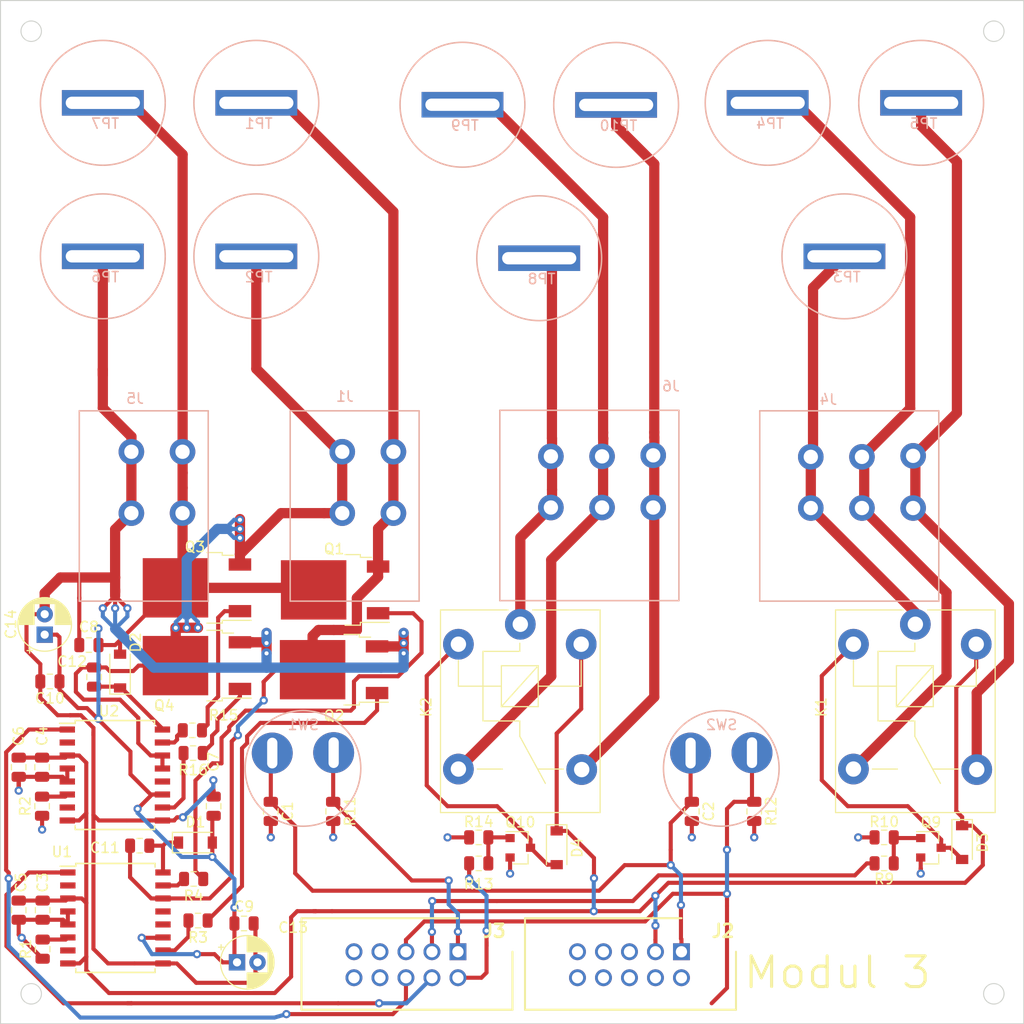
<source format=kicad_pcb>
(kicad_pcb (version 20171130) (host pcbnew "(5.0.0)")

  (general
    (thickness 1.6)
    (drawings 9)
    (tracks 619)
    (zones 0)
    (modules 58)
    (nets 50)
  )

  (page A4)
  (layers
    (0 F.Cu signal)
    (31 B.Cu signal)
    (32 B.Adhes user)
    (33 F.Adhes user hide)
    (34 B.Paste user)
    (35 F.Paste user hide)
    (36 B.SilkS user)
    (37 F.SilkS user)
    (38 B.Mask user hide)
    (39 F.Mask user)
    (40 Dwgs.User user hide)
    (41 Cmts.User user hide)
    (42 Eco1.User user)
    (43 Eco2.User user hide)
    (44 Edge.Cuts user)
    (45 Margin user hide)
    (46 B.CrtYd user hide)
    (47 F.CrtYd user hide)
    (48 B.Fab user hide)
    (49 F.Fab user hide)
  )

  (setup
    (last_trace_width 0.4)
    (trace_clearance 0.3)
    (zone_clearance 0.508)
    (zone_45_only no)
    (trace_min 0.2)
    (segment_width 0.2)
    (edge_width 0.1)
    (via_size 0.8)
    (via_drill 0.4)
    (via_min_size 0.4)
    (via_min_drill 0.3)
    (uvia_size 0.3)
    (uvia_drill 0.1)
    (uvias_allowed no)
    (uvia_min_size 0.2)
    (uvia_min_drill 0.1)
    (pcb_text_width 0.3)
    (pcb_text_size 1.5 1.5)
    (mod_edge_width 0.15)
    (mod_text_size 1 1)
    (mod_text_width 0.15)
    (pad_size 1.55 1.55)
    (pad_drill 1)
    (pad_to_mask_clearance 0)
    (aux_axis_origin 0 0)
    (grid_origin 90.856 45.644)
    (visible_elements 7FFFFFFF)
    (pcbplotparams
      (layerselection 0x010fc_ffffffff)
      (usegerberextensions false)
      (usegerberattributes true)
      (usegerberadvancedattributes true)
      (creategerberjobfile false)
      (excludeedgelayer false)
      (linewidth 0.150000)
      (plotframeref false)
      (viasonmask false)
      (mode 1)
      (useauxorigin false)
      (hpglpennumber 1)
      (hpglpenspeed 20)
      (hpglpendiameter 15.000000)
      (psnegative false)
      (psa4output false)
      (plotreference true)
      (plotvalue true)
      (plotinvisibletext false)
      (padsonsilk true)
      (subtractmaskfromsilk false)
      (outputformat 1)
      (mirror false)
      (drillshape 0)
      (scaleselection 1)
      (outputdirectory "../Gerber/Modul 3/"))
  )

  (net 0 "")
  (net 1 GND)
  (net 2 /IO17)
  (net 3 /IO4)
  (net 4 "Net-(Q9-Pad1)")
  (net 5 /IO2)
  (net 6 /IO32)
  (net 7 "Net-(Q10-Pad1)")
  (net 8 "Net-(D4-Pad2)")
  (net 9 "Net-(D3-Pad2)")
  (net 10 +5V)
  (net 11 /IO13)
  (net 12 /IO16)
  (net 13 +3V3)
  (net 14 "Net-(J4-Pad1)")
  (net 15 "Net-(J4-Pad2)")
  (net 16 "Net-(J4-Pad3)")
  (net 17 /VSPI_CLK)
  (net 18 /SCL)
  (net 19 /VSPI_MOSI)
  (net 20 /SDA)
  (net 21 /VSPI_MISO)
  (net 22 "Net-(J2-Pad9)")
  (net 23 /VSPI_CS)
  (net 24 +12V)
  (net 25 GNDS)
  (net 26 "Net-(C12-Pad2)")
  (net 27 "Net-(R2-Pad2)")
  (net 28 "Net-(R1-Pad2)")
  (net 29 "Net-(Q4-Pad1)")
  (net 30 "Net-(C11-Pad2)")
  (net 31 "Net-(Q2-Pad1)")
  (net 32 "Net-(Q3-Pad1)")
  (net 33 "Net-(C12-Pad1)")
  (net 34 "Net-(C11-Pad1)")
  (net 35 "Net-(U1-Pad2)")
  (net 36 "Net-(U1-Pad7)")
  (net 37 "Net-(U2-Pad7)")
  (net 38 "Net-(U2-Pad2)")
  (net 39 "Net-(U2-Pad12)")
  (net 40 "Net-(U1-Pad12)")
  (net 41 "Net-(Q1-Pad1)")
  (net 42 "Net-(U1-Pad13)")
  (net 43 "Net-(R3-Pad2)")
  (net 44 "Net-(R4-Pad2)")
  (net 45 "Net-(J6-Pad1)")
  (net 46 "Net-(J6-Pad2)")
  (net 47 "Net-(J6-Pad3)")
  (net 48 "Net-(R15-Pad2)")
  (net 49 "Net-(R16-Pad2)")

  (net_class Default "Dies ist die voreingestellte Netzklasse."
    (clearance 0.3)
    (trace_width 0.4)
    (via_dia 0.8)
    (via_drill 0.4)
    (uvia_dia 0.3)
    (uvia_drill 0.1)
    (add_net +12V)
    (add_net +3V3)
    (add_net +5V)
    (add_net /IO13)
    (add_net /IO16)
    (add_net /IO17)
    (add_net /IO2)
    (add_net /IO32)
    (add_net /IO4)
    (add_net /SCL)
    (add_net /SDA)
    (add_net /VSPI_CLK)
    (add_net /VSPI_CS)
    (add_net /VSPI_MISO)
    (add_net /VSPI_MOSI)
    (add_net GND)
    (add_net GNDS)
    (add_net "Net-(C11-Pad1)")
    (add_net "Net-(C11-Pad2)")
    (add_net "Net-(C12-Pad1)")
    (add_net "Net-(C12-Pad2)")
    (add_net "Net-(D3-Pad2)")
    (add_net "Net-(D4-Pad2)")
    (add_net "Net-(J2-Pad9)")
    (add_net "Net-(J4-Pad1)")
    (add_net "Net-(J4-Pad2)")
    (add_net "Net-(J4-Pad3)")
    (add_net "Net-(J6-Pad1)")
    (add_net "Net-(J6-Pad2)")
    (add_net "Net-(J6-Pad3)")
    (add_net "Net-(Q1-Pad1)")
    (add_net "Net-(Q10-Pad1)")
    (add_net "Net-(Q2-Pad1)")
    (add_net "Net-(Q3-Pad1)")
    (add_net "Net-(Q4-Pad1)")
    (add_net "Net-(Q9-Pad1)")
    (add_net "Net-(R1-Pad2)")
    (add_net "Net-(R15-Pad2)")
    (add_net "Net-(R16-Pad2)")
    (add_net "Net-(R2-Pad2)")
    (add_net "Net-(R3-Pad2)")
    (add_net "Net-(R4-Pad2)")
    (add_net "Net-(U1-Pad12)")
    (add_net "Net-(U1-Pad13)")
    (add_net "Net-(U1-Pad2)")
    (add_net "Net-(U1-Pad7)")
    (add_net "Net-(U2-Pad12)")
    (add_net "Net-(U2-Pad2)")
    (add_net "Net-(U2-Pad7)")
  )

  (module Resistor_SMD:R_0805_2012Metric (layer F.Cu) (tedit 5B36C52B) (tstamp 5E6F893C)
    (at 109.681 119.194 180)
    (descr "Resistor SMD 0805 (2012 Metric), square (rectangular) end terminal, IPC_7351 nominal, (Body size source: https://docs.google.com/spreadsheets/d/1BsfQQcO9C6DZCsRaXUlFlo91Tg2WpOkGARC1WS5S8t0/edit?usp=sharing), generated with kicad-footprint-generator")
    (tags resistor)
    (path /5E703D30)
    (attr smd)
    (fp_text reference R16 (at 0 -1.65 180) (layer F.SilkS)
      (effects (font (size 1 1) (thickness 0.15)))
    )
    (fp_text value 100R (at 0 1.65 180) (layer F.Fab)
      (effects (font (size 1 1) (thickness 0.15)))
    )
    (fp_text user %R (at 0 0 180) (layer F.Fab)
      (effects (font (size 0.5 0.5) (thickness 0.08)))
    )
    (fp_line (start 1.68 0.95) (end -1.68 0.95) (layer F.CrtYd) (width 0.05))
    (fp_line (start 1.68 -0.95) (end 1.68 0.95) (layer F.CrtYd) (width 0.05))
    (fp_line (start -1.68 -0.95) (end 1.68 -0.95) (layer F.CrtYd) (width 0.05))
    (fp_line (start -1.68 0.95) (end -1.68 -0.95) (layer F.CrtYd) (width 0.05))
    (fp_line (start -0.258578 0.71) (end 0.258578 0.71) (layer F.SilkS) (width 0.12))
    (fp_line (start -0.258578 -0.71) (end 0.258578 -0.71) (layer F.SilkS) (width 0.12))
    (fp_line (start 1 0.6) (end -1 0.6) (layer F.Fab) (width 0.1))
    (fp_line (start 1 -0.6) (end 1 0.6) (layer F.Fab) (width 0.1))
    (fp_line (start -1 -0.6) (end 1 -0.6) (layer F.Fab) (width 0.1))
    (fp_line (start -1 0.6) (end -1 -0.6) (layer F.Fab) (width 0.1))
    (pad 2 smd roundrect (at 0.9375 0 180) (size 0.975 1.4) (layers F.Cu F.Paste F.Mask) (roundrect_rratio 0.25)
      (net 49 "Net-(R16-Pad2)"))
    (pad 1 smd roundrect (at -0.9375 0 180) (size 0.975 1.4) (layers F.Cu F.Paste F.Mask) (roundrect_rratio 0.25)
      (net 29 "Net-(Q4-Pad1)"))
    (model ${KISYS3DMOD}/Resistor_SMD.3dshapes/R_0805_2012Metric.wrl
      (at (xyz 0 0 0))
      (scale (xyz 1 1 1))
      (rotate (xyz 0 0 0))
    )
  )

  (module Resistor_SMD:R_0805_2012Metric (layer F.Cu) (tedit 5B36C52B) (tstamp 5E6F892B)
    (at 109.606 116.969 180)
    (descr "Resistor SMD 0805 (2012 Metric), square (rectangular) end terminal, IPC_7351 nominal, (Body size source: https://docs.google.com/spreadsheets/d/1BsfQQcO9C6DZCsRaXUlFlo91Tg2WpOkGARC1WS5S8t0/edit?usp=sharing), generated with kicad-footprint-generator")
    (tags resistor)
    (path /5E70FE56)
    (attr smd)
    (fp_text reference R15 (at -3.05 1.475 180) (layer F.SilkS)
      (effects (font (size 1 1) (thickness 0.15)))
    )
    (fp_text value 100R (at 0 1.65 180) (layer F.Fab)
      (effects (font (size 1 1) (thickness 0.15)))
    )
    (fp_text user %R (at 0 0 180) (layer F.Fab)
      (effects (font (size 0.5 0.5) (thickness 0.08)))
    )
    (fp_line (start 1.68 0.95) (end -1.68 0.95) (layer F.CrtYd) (width 0.05))
    (fp_line (start 1.68 -0.95) (end 1.68 0.95) (layer F.CrtYd) (width 0.05))
    (fp_line (start -1.68 -0.95) (end 1.68 -0.95) (layer F.CrtYd) (width 0.05))
    (fp_line (start -1.68 0.95) (end -1.68 -0.95) (layer F.CrtYd) (width 0.05))
    (fp_line (start -0.258578 0.71) (end 0.258578 0.71) (layer F.SilkS) (width 0.12))
    (fp_line (start -0.258578 -0.71) (end 0.258578 -0.71) (layer F.SilkS) (width 0.12))
    (fp_line (start 1 0.6) (end -1 0.6) (layer F.Fab) (width 0.1))
    (fp_line (start 1 -0.6) (end 1 0.6) (layer F.Fab) (width 0.1))
    (fp_line (start -1 -0.6) (end 1 -0.6) (layer F.Fab) (width 0.1))
    (fp_line (start -1 0.6) (end -1 -0.6) (layer F.Fab) (width 0.1))
    (pad 2 smd roundrect (at 0.9375 0 180) (size 0.975 1.4) (layers F.Cu F.Paste F.Mask) (roundrect_rratio 0.25)
      (net 48 "Net-(R15-Pad2)"))
    (pad 1 smd roundrect (at -0.9375 0 180) (size 0.975 1.4) (layers F.Cu F.Paste F.Mask) (roundrect_rratio 0.25)
      (net 32 "Net-(Q3-Pad1)"))
    (model ${KISYS3DMOD}/Resistor_SMD.3dshapes/R_0805_2012Metric.wrl
      (at (xyz 0 0 0))
      (scale (xyz 1 1 1))
      (rotate (xyz 0 0 0))
    )
  )

  (module "TerminalBlock:TBL_127B 3" (layer B.Cu) (tedit 5DCD875D) (tstamp 5E6E2F41)
    (at 139.656 85.694 180)
    (path /5E6EC9EE)
    (fp_text reference J6 (at -16.72 2.36 180) (layer B.SilkS)
      (effects (font (size 1 1) (thickness 0.15)) (justify mirror))
    )
    (fp_text value Relais (at -14.92 0.8 180) (layer B.Fab)
      (effects (font (size 1 1) (thickness 0.15)) (justify mirror))
    )
    (fp_line (start 0 0) (end 0 -18.6) (layer B.SilkS) (width 0.15))
    (fp_line (start -17.5 -18.6) (end 0 -18.6) (layer B.SilkS) (width 0.15))
    (fp_line (start -17.5 0) (end -17.5 -18.6) (layer B.SilkS) (width 0.15))
    (fp_line (start 0 0) (end -17.5 0) (layer B.SilkS) (width 0.15))
    (pad 3 thru_hole circle (at -4.99 -9.5 180) (size 2.5 2.5) (drill 1.4) (layers *.Cu *.Mask)
      (net 47 "Net-(J6-Pad3)"))
    (pad 3 thru_hole circle (at -4.99 -4.5 180) (size 2.5 2.5) (drill 1.4) (layers *.Cu *.Mask)
      (net 47 "Net-(J6-Pad3)"))
    (pad 2 thru_hole circle (at -9.99 -9.5 180) (size 2.5 2.5) (drill 1.4) (layers *.Cu *.Mask)
      (net 46 "Net-(J6-Pad2)"))
    (pad 1 thru_hole circle (at -14.99 -9.5 180) (size 2.5 2.5) (drill 1.4) (layers *.Cu *.Mask)
      (net 45 "Net-(J6-Pad1)"))
    (pad 2 thru_hole circle (at -9.99 -4.5 180) (size 2.5 2.5) (drill 1.4) (layers *.Cu *.Mask)
      (net 46 "Net-(J6-Pad2)"))
    (pad 1 thru_hole circle (at -14.99 -4.4 180) (size 2.5 2.5) (drill 1.4) (layers *.Cu *.Mask)
      (net 45 "Net-(J6-Pad1)"))
  )

  (module Resistor_SMD:R_0805_2012Metric (layer F.Cu) (tedit 5B36C52B) (tstamp 5E6AAE6B)
    (at 109.7305 131.496 180)
    (descr "Resistor SMD 0805 (2012 Metric), square (rectangular) end terminal, IPC_7351 nominal, (Body size source: https://docs.google.com/spreadsheets/d/1BsfQQcO9C6DZCsRaXUlFlo91Tg2WpOkGARC1WS5S8t0/edit?usp=sharing), generated with kicad-footprint-generator")
    (tags resistor)
    (path /5E6B5D29)
    (attr smd)
    (fp_text reference R4 (at 0 -1.65 180) (layer F.SilkS)
      (effects (font (size 1 1) (thickness 0.15)))
    )
    (fp_text value 100R (at 0 1.65 180) (layer F.Fab)
      (effects (font (size 1 1) (thickness 0.15)))
    )
    (fp_text user %R (at 0 0 180) (layer F.Fab)
      (effects (font (size 0.5 0.5) (thickness 0.08)))
    )
    (fp_line (start 1.68 0.95) (end -1.68 0.95) (layer F.CrtYd) (width 0.05))
    (fp_line (start 1.68 -0.95) (end 1.68 0.95) (layer F.CrtYd) (width 0.05))
    (fp_line (start -1.68 -0.95) (end 1.68 -0.95) (layer F.CrtYd) (width 0.05))
    (fp_line (start -1.68 0.95) (end -1.68 -0.95) (layer F.CrtYd) (width 0.05))
    (fp_line (start -0.258578 0.71) (end 0.258578 0.71) (layer F.SilkS) (width 0.12))
    (fp_line (start -0.258578 -0.71) (end 0.258578 -0.71) (layer F.SilkS) (width 0.12))
    (fp_line (start 1 0.6) (end -1 0.6) (layer F.Fab) (width 0.1))
    (fp_line (start 1 -0.6) (end 1 0.6) (layer F.Fab) (width 0.1))
    (fp_line (start -1 -0.6) (end 1 -0.6) (layer F.Fab) (width 0.1))
    (fp_line (start -1 0.6) (end -1 -0.6) (layer F.Fab) (width 0.1))
    (pad 2 smd roundrect (at 0.9375 0 180) (size 0.975 1.4) (layers F.Cu F.Paste F.Mask) (roundrect_rratio 0.25)
      (net 44 "Net-(R4-Pad2)"))
    (pad 1 smd roundrect (at -0.9375 0 180) (size 0.975 1.4) (layers F.Cu F.Paste F.Mask) (roundrect_rratio 0.25)
      (net 41 "Net-(Q1-Pad1)"))
    (model ${KISYS3DMOD}/Resistor_SMD.3dshapes/R_0805_2012Metric.wrl
      (at (xyz 0 0 0))
      (scale (xyz 1 1 1))
      (rotate (xyz 0 0 0))
    )
  )

  (module Resistor_SMD:R_0805_2012Metric (layer F.Cu) (tedit 5B36C52B) (tstamp 5E6AAE5A)
    (at 110.16 135.56 180)
    (descr "Resistor SMD 0805 (2012 Metric), square (rectangular) end terminal, IPC_7351 nominal, (Body size source: https://docs.google.com/spreadsheets/d/1BsfQQcO9C6DZCsRaXUlFlo91Tg2WpOkGARC1WS5S8t0/edit?usp=sharing), generated with kicad-footprint-generator")
    (tags resistor)
    (path /5E6E3BC0)
    (attr smd)
    (fp_text reference R3 (at 0 -1.65 180) (layer F.SilkS)
      (effects (font (size 1 1) (thickness 0.15)))
    )
    (fp_text value 100R (at 0 1.65 180) (layer F.Fab)
      (effects (font (size 1 1) (thickness 0.15)))
    )
    (fp_text user %R (at 0 0 180) (layer F.Fab)
      (effects (font (size 0.5 0.5) (thickness 0.08)))
    )
    (fp_line (start 1.68 0.95) (end -1.68 0.95) (layer F.CrtYd) (width 0.05))
    (fp_line (start 1.68 -0.95) (end 1.68 0.95) (layer F.CrtYd) (width 0.05))
    (fp_line (start -1.68 -0.95) (end 1.68 -0.95) (layer F.CrtYd) (width 0.05))
    (fp_line (start -1.68 0.95) (end -1.68 -0.95) (layer F.CrtYd) (width 0.05))
    (fp_line (start -0.258578 0.71) (end 0.258578 0.71) (layer F.SilkS) (width 0.12))
    (fp_line (start -0.258578 -0.71) (end 0.258578 -0.71) (layer F.SilkS) (width 0.12))
    (fp_line (start 1 0.6) (end -1 0.6) (layer F.Fab) (width 0.1))
    (fp_line (start 1 -0.6) (end 1 0.6) (layer F.Fab) (width 0.1))
    (fp_line (start -1 -0.6) (end 1 -0.6) (layer F.Fab) (width 0.1))
    (fp_line (start -1 0.6) (end -1 -0.6) (layer F.Fab) (width 0.1))
    (pad 2 smd roundrect (at 0.9375 0 180) (size 0.975 1.4) (layers F.Cu F.Paste F.Mask) (roundrect_rratio 0.25)
      (net 43 "Net-(R3-Pad2)"))
    (pad 1 smd roundrect (at -0.9375 0 180) (size 0.975 1.4) (layers F.Cu F.Paste F.Mask) (roundrect_rratio 0.25)
      (net 31 "Net-(Q2-Pad1)"))
    (model ${KISYS3DMOD}/Resistor_SMD.3dshapes/R_0805_2012Metric.wrl
      (at (xyz 0 0 0))
      (scale (xyz 1 1 1))
      (rotate (xyz 0 0 0))
    )
  )

  (module "TerminalBlock:TBL_127B 2" (layer B.Cu) (tedit 5DCD66C2) (tstamp 5DCD8217)
    (at 119.166 85.744 180)
    (path /5DB629FA)
    (fp_text reference J1 (at -5.34 1.4 180) (layer B.SilkS)
      (effects (font (size 1 1) (thickness 0.15)) (justify mirror))
    )
    (fp_text value Mosfets (at -7.94 1.03 180) (layer B.Fab)
      (effects (font (size 1 1) (thickness 0.15)) (justify mirror))
    )
    (fp_line (start 0 0) (end -12.6 0) (layer B.SilkS) (width 0.15))
    (fp_line (start -12.6 0) (end -12.6 -18.6) (layer B.SilkS) (width 0.15))
    (fp_line (start -12.6 -18.6) (end 0 -18.6) (layer B.SilkS) (width 0.15))
    (fp_line (start 0 0) (end 0 -18.6) (layer B.SilkS) (width 0.15))
    (pad 1 thru_hole circle (at -10.09 -4 180) (size 2.5 2.5) (drill 1.4) (layers *.Cu *.Mask)
      (net 30 "Net-(C11-Pad2)"))
    (pad 2 thru_hole circle (at -5.09 -4 180) (size 2.5 2.5) (drill 1.4) (layers *.Cu *.Mask)
      (net 26 "Net-(C12-Pad2)"))
    (pad 1 thru_hole circle (at -10.09 -10 180) (size 2.5 2.5) (drill 1.4) (layers *.Cu *.Mask)
      (net 30 "Net-(C11-Pad2)"))
    (pad 2 thru_hole circle (at -5.09 -10 180) (size 2.5 2.5) (drill 1.4) (layers *.Cu *.Mask)
      (net 26 "Net-(C12-Pad2)"))
  )

  (module Connector:BannaJack (layer B.Cu) (tedit 5DB58B33) (tstamp 5DCD8859)
    (at 115.856 70.644)
    (path /5DAC3AFE)
    (fp_text reference TP2 (at 0.23 2.03) (layer B.SilkS)
      (effects (font (size 1 1) (thickness 0.15)) (justify mirror))
    )
    (fp_text value Geschalteter (at -0.02 -2.08) (layer B.Fab)
      (effects (font (size 1 1) (thickness 0.15)) (justify mirror))
    )
    (fp_circle (center 0 0) (end 6.1 0) (layer B.SilkS) (width 0.15))
    (pad 1 thru_hole rect (at 0 0) (size 8 2.5) (drill oval 7.25 1.2) (layers *.Cu *.Mask)
      (net 26 "Net-(C12-Pad2)"))
  )

  (module Connector:BannaJack (layer B.Cu) (tedit 5DB58B33) (tstamp 5DCD880E)
    (at 100.856 70.644)
    (path /5D84D140)
    (fp_text reference TP6 (at 0.23 2.03) (layer B.SilkS)
      (effects (font (size 1 1) (thickness 0.15)) (justify mirror))
    )
    (fp_text value GND_Bannannenstecker (at -0.02 -2.08) (layer B.Fab)
      (effects (font (size 1 1) (thickness 0.15)) (justify mirror))
    )
    (fp_circle (center 0 0) (end 6.1 0) (layer B.SilkS) (width 0.15))
    (pad 1 thru_hole rect (at 0 0) (size 8 2.5) (drill oval 7.25 1.2) (layers *.Cu *.Mask)
      (net 25 GNDS))
  )

  (module Connector:BannaJack (layer B.Cu) (tedit 5DB58B33) (tstamp 5DCD8B32)
    (at 151.0196 55.8472)
    (path /5D9F2FEB)
    (fp_text reference TP10 (at 0.23 2.03) (layer B.SilkS)
      (effects (font (size 1 1) (thickness 0.15)) (justify mirror))
    )
    (fp_text value 13 (at -0.02 -2.08) (layer B.Fab)
      (effects (font (size 1 1) (thickness 0.15)) (justify mirror))
    )
    (fp_circle (center 0 0) (end 6.1 0) (layer B.SilkS) (width 0.15))
    (pad 1 thru_hole rect (at 0 0) (size 8 2.5) (drill oval 7.25 1.2) (layers *.Cu *.Mask)
      (net 45 "Net-(J6-Pad1)"))
  )

  (module Connector:BannaJack (layer B.Cu) (tedit 5DB58B33) (tstamp 5DCD8C3D)
    (at 100.856 55.644)
    (path /5DA15B02)
    (fp_text reference TP7 (at 0.23 2.03) (layer B.SilkS)
      (effects (font (size 1 1) (thickness 0.15)) (justify mirror))
    )
    (fp_text value 6V-24VBannannenstecker (at -0.02 -2.08) (layer B.Fab)
      (effects (font (size 1 1) (thickness 0.15)) (justify mirror))
    )
    (fp_circle (center 0 0) (end 6.1 0) (layer B.SilkS) (width 0.15))
    (pad 1 thru_hole rect (at 0 0) (size 8 2.5) (drill oval 7.25 1.2) (layers *.Cu *.Mask)
      (net 24 +12V))
  )

  (module Connector:BannaJack (layer B.Cu) (tedit 5DB58B33) (tstamp 5DCD8C4C)
    (at 173.3304 70.644)
    (path /5D964B81)
    (fp_text reference TP3 (at 0.23 2.03) (layer B.SilkS)
      (effects (font (size 1 1) (thickness 0.15)) (justify mirror))
    )
    (fp_text value 11 (at -0.02 -2.08) (layer B.Fab)
      (effects (font (size 1 1) (thickness 0.15)) (justify mirror))
    )
    (fp_circle (center 0 0) (end 6.1 0) (layer B.SilkS) (width 0.15))
    (pad 1 thru_hole rect (at 0 0) (size 8 2.5) (drill oval 7.25 1.2) (layers *.Cu *.Mask)
      (net 16 "Net-(J4-Pad3)"))
  )

  (module Connector:BannaJack (layer B.Cu) (tedit 5DB58B33) (tstamp 5DCD8C5B)
    (at 180.8304 55.644)
    (path /5D9C5F0D)
    (fp_text reference TP5 (at 0.23 2.03) (layer B.SilkS)
      (effects (font (size 1 1) (thickness 0.15)) (justify mirror))
    )
    (fp_text value 13 (at -0.02 -2.08) (layer B.Fab)
      (effects (font (size 1 1) (thickness 0.15)) (justify mirror))
    )
    (fp_circle (center 0 0) (end 6.1 0) (layer B.SilkS) (width 0.15))
    (pad 1 thru_hole rect (at 0 0) (size 8 2.5) (drill oval 7.25 1.2) (layers *.Cu *.Mask)
      (net 14 "Net-(J4-Pad1)"))
  )

  (module Connector:BannaJack (layer B.Cu) (tedit 5DB58B33) (tstamp 5DCD8C79)
    (at 143.5032 70.8294)
    (path /5D9F2FD1)
    (fp_text reference TP8 (at 0.23 2.03) (layer B.SilkS)
      (effects (font (size 1 1) (thickness 0.15)) (justify mirror))
    )
    (fp_text value 11 (at -0.02 -2.08) (layer B.Fab)
      (effects (font (size 1 1) (thickness 0.15)) (justify mirror))
    )
    (fp_circle (center 0 0) (end 6.1 0) (layer B.SilkS) (width 0.15))
    (pad 1 thru_hole rect (at 0 0) (size 8 2.5) (drill oval 7.25 1.2) (layers *.Cu *.Mask)
      (net 47 "Net-(J6-Pad3)"))
  )

  (module Connector:BannaJack (layer B.Cu) (tedit 5DB58B33) (tstamp 5DCD8C6A)
    (at 115.856 55.644)
    (path /5D86435B)
    (fp_text reference TP1 (at 0.23 2.03) (layer B.SilkS)
      (effects (font (size 1 1) (thickness 0.15)) (justify mirror))
    )
    (fp_text value Geschalteter (at -0.02 -2.08) (layer B.Fab)
      (effects (font (size 1 1) (thickness 0.15)) (justify mirror))
    )
    (fp_circle (center 0 0) (end 6.1 0) (layer B.SilkS) (width 0.15))
    (pad 1 thru_hole rect (at 0 0) (size 8 2.5) (drill oval 7.25 1.2) (layers *.Cu *.Mask)
      (net 30 "Net-(C11-Pad2)"))
  )

  (module Connector:BannaJack (layer B.Cu) (tedit 5DB58B33) (tstamp 5DCD8A15)
    (at 136.0032 55.8294)
    (path /5D9F2FFC)
    (fp_text reference TP9 (at 0.23 2.03) (layer B.SilkS)
      (effects (font (size 1 1) (thickness 0.15)) (justify mirror))
    )
    (fp_text value 14 (at -0.02 -2.08) (layer B.Fab)
      (effects (font (size 1 1) (thickness 0.15)) (justify mirror))
    )
    (fp_circle (center 0 0) (end 6.1 0) (layer B.SilkS) (width 0.15))
    (pad 1 thru_hole rect (at 0 0) (size 8 2.5) (drill oval 7.25 1.2) (layers *.Cu *.Mask)
      (net 46 "Net-(J6-Pad2)"))
  )

  (module "TerminalBlock:TBL_127B 3" (layer B.Cu) (tedit 5DCD875D) (tstamp 5DCD8B13)
    (at 165.056 85.744 180)
    (path /5DB698F7)
    (fp_text reference J4 (at -6.7 1.1 180) (layer B.SilkS)
      (effects (font (size 1 1) (thickness 0.15)) (justify mirror))
    )
    (fp_text value Relais (at -7.94 1.03 180) (layer B.Fab)
      (effects (font (size 1 1) (thickness 0.15)) (justify mirror))
    )
    (fp_line (start 0 0) (end 0 -18.6) (layer B.SilkS) (width 0.15))
    (fp_line (start -17.5 -18.6) (end 0 -18.6) (layer B.SilkS) (width 0.15))
    (fp_line (start -17.5 0) (end -17.5 -18.6) (layer B.SilkS) (width 0.15))
    (fp_line (start 0 0) (end -17.5 0) (layer B.SilkS) (width 0.15))
    (pad 3 thru_hole circle (at -4.99 -9.5 180) (size 2.5 2.5) (drill 1.4) (layers *.Cu *.Mask)
      (net 16 "Net-(J4-Pad3)"))
    (pad 3 thru_hole circle (at -4.99 -4.5 180) (size 2.5 2.5) (drill 1.4) (layers *.Cu *.Mask)
      (net 16 "Net-(J4-Pad3)"))
    (pad 2 thru_hole circle (at -9.99 -9.5 180) (size 2.5 2.5) (drill 1.4) (layers *.Cu *.Mask)
      (net 15 "Net-(J4-Pad2)"))
    (pad 1 thru_hole circle (at -14.99 -9.5 180) (size 2.5 2.5) (drill 1.4) (layers *.Cu *.Mask)
      (net 14 "Net-(J4-Pad1)"))
    (pad 2 thru_hole circle (at -9.99 -4.5 180) (size 2.5 2.5) (drill 1.4) (layers *.Cu *.Mask)
      (net 15 "Net-(J4-Pad2)"))
    (pad 1 thru_hole circle (at -14.99 -4.4 180) (size 2.5 2.5) (drill 1.4) (layers *.Cu *.Mask)
      (net 14 "Net-(J4-Pad1)"))
  )

  (module Connector_IDC:SHDR10W64P254X254_2X5_2032X880X915P (layer F.Cu) (tedit 5DD2A81F) (tstamp 5DD2E689)
    (at 157.404 138.608 180)
    (descr "AWHW 10G-0202-T")
    (tags Connector)
    (path /5DF7F330)
    (fp_text reference J2 (at -4.064 2.032 180) (layer F.SilkS)
      (effects (font (size 1.27 1.27) (thickness 0.254)))
    )
    (fp_text value ConnectorBUS_Rechts (at 0.21 5.27 180) (layer F.SilkS) hide
      (effects (font (size 1.27 1.27) (thickness 0.254)))
    )
    (fp_text user %R (at 0 0 180) (layer F.Fab)
      (effects (font (size 1.27 1.27) (thickness 0.254)))
    )
    (fp_line (start -5.58 3.53) (end -5.58 -5.92) (layer F.CrtYd) (width 0.05))
    (fp_line (start -5.58 -5.92) (end 15.54 -5.92) (layer F.CrtYd) (width 0.05))
    (fp_line (start 15.54 -5.92) (end 15.54 3.53) (layer F.CrtYd) (width 0.05))
    (fp_line (start 15.54 3.53) (end -5.58 3.53) (layer F.CrtYd) (width 0.05))
    (fp_line (start -5.33 3.28) (end -5.33 -5.67) (layer F.Fab) (width 0.1))
    (fp_line (start -5.33 -5.67) (end 15.29 -5.67) (layer F.Fab) (width 0.1))
    (fp_line (start 15.29 -5.67) (end 15.29 3.28) (layer F.Fab) (width 0.1))
    (fp_line (start 15.29 3.28) (end -5.33 3.28) (layer F.Fab) (width 0.1))
    (fp_line (start 0 3.28) (end 15.29 3.28) (layer F.SilkS) (width 0.2))
    (fp_line (start 15.29 3.28) (end 15.29 -5.67) (layer F.SilkS) (width 0.2))
    (fp_line (start 15.29 -5.67) (end -5.33 -5.67) (layer F.SilkS) (width 0.2))
    (fp_line (start -5.33 -5.67) (end -5.33 0) (layer F.SilkS) (width 0.2))
    (pad 1 thru_hole rect (at 0 0 180) (size 1.65 1.65) (drill 1.1) (layers *.Cu *.Mask)
      (net 13 +3V3))
    (pad 2 thru_hole circle (at 0 -2.54 180) (size 1.65 1.65) (drill 1.1) (layers *.Cu *.Mask)
      (net 1 GND))
    (pad 3 thru_hole circle (at 2.54 0 180) (size 1.65 1.65) (drill 1.1) (layers *.Cu *.Mask)
      (net 10 +5V))
    (pad 4 thru_hole circle (at 2.54 -2.54 180) (size 1.65 1.65) (drill 1.1) (layers *.Cu *.Mask)
      (net 17 /VSPI_CLK))
    (pad 5 thru_hole circle (at 5.08 0 180) (size 1.65 1.65) (drill 1.1) (layers *.Cu *.Mask)
      (net 18 /SCL))
    (pad 6 thru_hole circle (at 5.08 -2.54 180) (size 1.65 1.65) (drill 1.1) (layers *.Cu *.Mask)
      (net 19 /VSPI_MOSI))
    (pad 7 thru_hole circle (at 7.62 0 180) (size 1.65 1.65) (drill 1.1) (layers *.Cu *.Mask)
      (net 20 /SDA))
    (pad 8 thru_hole circle (at 7.62 -2.54 180) (size 1.65 1.65) (drill 1.1) (layers *.Cu *.Mask)
      (net 21 /VSPI_MISO))
    (pad 9 thru_hole circle (at 10.16 0 180) (size 1.65 1.65) (drill 1.1) (layers *.Cu *.Mask)
      (net 22 "Net-(J2-Pad9)"))
    (pad 10 thru_hole circle (at 10.16 -2.54 180) (size 1.65 1.65) (drill 1.1) (layers *.Cu *.Mask)
      (net 23 /VSPI_CS))
  )

  (module "TerminalBlock:TBL_127B 2" (layer B.Cu) (tedit 5DCD66C2) (tstamp 5DCD8BD7)
    (at 98.556 85.744 180)
    (path /5DB62BBB)
    (fp_text reference J5 (at -5.45 1.2 180) (layer B.SilkS)
      (effects (font (size 1 1) (thickness 0.15)) (justify mirror))
    )
    (fp_text value Versorgung (at -7.94 1.03 180) (layer B.Fab)
      (effects (font (size 1 1) (thickness 0.15)) (justify mirror))
    )
    (fp_line (start 0 0) (end -12.6 0) (layer B.SilkS) (width 0.15))
    (fp_line (start -12.6 0) (end -12.6 -18.6) (layer B.SilkS) (width 0.15))
    (fp_line (start -12.6 -18.6) (end 0 -18.6) (layer B.SilkS) (width 0.15))
    (fp_line (start 0 0) (end 0 -18.6) (layer B.SilkS) (width 0.15))
    (pad 1 thru_hole circle (at -10.09 -4 180) (size 2.5 2.5) (drill 1.4) (layers *.Cu *.Mask)
      (net 24 +12V))
    (pad 2 thru_hole circle (at -5.09 -4 180) (size 2.5 2.5) (drill 1.4) (layers *.Cu *.Mask)
      (net 25 GNDS))
    (pad 1 thru_hole circle (at -10.09 -10 180) (size 2.5 2.5) (drill 1.4) (layers *.Cu *.Mask)
      (net 24 +12V))
    (pad 2 thru_hole circle (at -5.09 -10 180) (size 2.5 2.5) (drill 1.4) (layers *.Cu *.Mask)
      (net 25 GNDS))
  )

  (module Connector:BannaJack (layer B.Cu) (tedit 5DB58B33) (tstamp 5DCD8B92)
    (at 165.8304 55.644)
    (path /5D9CDB7D)
    (fp_text reference TP4 (at 0.23 2.03) (layer B.SilkS)
      (effects (font (size 1 1) (thickness 0.15)) (justify mirror))
    )
    (fp_text value 14 (at -0.02 -2.08) (layer B.Fab)
      (effects (font (size 1 1) (thickness 0.15)) (justify mirror))
    )
    (fp_circle (center 0 0) (end 6.1 0) (layer B.SilkS) (width 0.15))
    (pad 1 thru_hole rect (at 0 0) (size 8 2.5) (drill oval 7.25 1.2) (layers *.Cu *.Mask)
      (net 15 "Net-(J4-Pad2)"))
  )

  (module Resistor_SMD:R_0805_2012Metric (layer F.Cu) (tedit 5B36C52B) (tstamp 5DFFC270)
    (at 137.592 127.432 180)
    (descr "Resistor SMD 0805 (2012 Metric), square (rectangular) end terminal, IPC_7351 nominal, (Body size source: https://docs.google.com/spreadsheets/d/1BsfQQcO9C6DZCsRaXUlFlo91Tg2WpOkGARC1WS5S8t0/edit?usp=sharing), generated with kicad-footprint-generator")
    (tags resistor)
    (path /5D9F2FA2)
    (attr smd)
    (fp_text reference R14 (at 0 1.524 180) (layer F.SilkS)
      (effects (font (size 1 1) (thickness 0.15)))
    )
    (fp_text value 10K (at 0 1.65 180) (layer F.Fab)
      (effects (font (size 1 1) (thickness 0.15)))
    )
    (fp_text user %R (at 0 0 180) (layer F.Fab)
      (effects (font (size 0.5 0.5) (thickness 0.08)))
    )
    (fp_line (start 1.68 0.95) (end -1.68 0.95) (layer F.CrtYd) (width 0.05))
    (fp_line (start 1.68 -0.95) (end 1.68 0.95) (layer F.CrtYd) (width 0.05))
    (fp_line (start -1.68 -0.95) (end 1.68 -0.95) (layer F.CrtYd) (width 0.05))
    (fp_line (start -1.68 0.95) (end -1.68 -0.95) (layer F.CrtYd) (width 0.05))
    (fp_line (start -0.258578 0.71) (end 0.258578 0.71) (layer F.SilkS) (width 0.12))
    (fp_line (start -0.258578 -0.71) (end 0.258578 -0.71) (layer F.SilkS) (width 0.12))
    (fp_line (start 1 0.6) (end -1 0.6) (layer F.Fab) (width 0.1))
    (fp_line (start 1 -0.6) (end 1 0.6) (layer F.Fab) (width 0.1))
    (fp_line (start -1 -0.6) (end 1 -0.6) (layer F.Fab) (width 0.1))
    (fp_line (start -1 0.6) (end -1 -0.6) (layer F.Fab) (width 0.1))
    (pad 2 smd roundrect (at 0.9375 0 180) (size 0.975 1.4) (layers F.Cu F.Paste F.Mask) (roundrect_rratio 0.25)
      (net 1 GND))
    (pad 1 smd roundrect (at -0.9375 0 180) (size 0.975 1.4) (layers F.Cu F.Paste F.Mask) (roundrect_rratio 0.25)
      (net 7 "Net-(Q10-Pad1)"))
    (model ${KISYS3DMOD}/Resistor_SMD.3dshapes/R_0805_2012Metric.wrl
      (at (xyz 0 0 0))
      (scale (xyz 1 1 1))
      (rotate (xyz 0 0 0))
    )
  )

  (module Resistor_SMD:R_0805_2012Metric (layer F.Cu) (tedit 5B36C52B) (tstamp 5DFFC2E7)
    (at 177.216 129.972)
    (descr "Resistor SMD 0805 (2012 Metric), square (rectangular) end terminal, IPC_7351 nominal, (Body size source: https://docs.google.com/spreadsheets/d/1BsfQQcO9C6DZCsRaXUlFlo91Tg2WpOkGARC1WS5S8t0/edit?usp=sharing), generated with kicad-footprint-generator")
    (tags resistor)
    (path /5D7BCF11)
    (attr smd)
    (fp_text reference R9 (at 0 1.524) (layer F.SilkS)
      (effects (font (size 1 1) (thickness 0.15)))
    )
    (fp_text value 5K6 (at 0 1.65) (layer F.Fab)
      (effects (font (size 1 1) (thickness 0.15)))
    )
    (fp_text user %R (at 0 0) (layer F.Fab)
      (effects (font (size 0.5 0.5) (thickness 0.08)))
    )
    (fp_line (start 1.68 0.95) (end -1.68 0.95) (layer F.CrtYd) (width 0.05))
    (fp_line (start 1.68 -0.95) (end 1.68 0.95) (layer F.CrtYd) (width 0.05))
    (fp_line (start -1.68 -0.95) (end 1.68 -0.95) (layer F.CrtYd) (width 0.05))
    (fp_line (start -1.68 0.95) (end -1.68 -0.95) (layer F.CrtYd) (width 0.05))
    (fp_line (start -0.258578 0.71) (end 0.258578 0.71) (layer F.SilkS) (width 0.12))
    (fp_line (start -0.258578 -0.71) (end 0.258578 -0.71) (layer F.SilkS) (width 0.12))
    (fp_line (start 1 0.6) (end -1 0.6) (layer F.Fab) (width 0.1))
    (fp_line (start 1 -0.6) (end 1 0.6) (layer F.Fab) (width 0.1))
    (fp_line (start -1 -0.6) (end 1 -0.6) (layer F.Fab) (width 0.1))
    (fp_line (start -1 0.6) (end -1 -0.6) (layer F.Fab) (width 0.1))
    (pad 2 smd roundrect (at 0.9375 0) (size 0.975 1.4) (layers F.Cu F.Paste F.Mask) (roundrect_rratio 0.25)
      (net 4 "Net-(Q9-Pad1)"))
    (pad 1 smd roundrect (at -0.9375 0) (size 0.975 1.4) (layers F.Cu F.Paste F.Mask) (roundrect_rratio 0.25)
      (net 11 /IO13))
    (model ${KISYS3DMOD}/Resistor_SMD.3dshapes/R_0805_2012Metric.wrl
      (at (xyz 0 0 0))
      (scale (xyz 1 1 1))
      (rotate (xyz 0 0 0))
    )
  )

  (module Resistor_SMD:R_0805_2012Metric (layer F.Cu) (tedit 5B36C52B) (tstamp 5E295A70)
    (at 177.216 127.432 180)
    (descr "Resistor SMD 0805 (2012 Metric), square (rectangular) end terminal, IPC_7351 nominal, (Body size source: https://docs.google.com/spreadsheets/d/1BsfQQcO9C6DZCsRaXUlFlo91Tg2WpOkGARC1WS5S8t0/edit?usp=sharing), generated with kicad-footprint-generator")
    (tags resistor)
    (path /5D7BD396)
    (attr smd)
    (fp_text reference R10 (at 0 1.524 180) (layer F.SilkS)
      (effects (font (size 1 1) (thickness 0.15)))
    )
    (fp_text value 10K (at 0 1.65 180) (layer F.Fab)
      (effects (font (size 1 1) (thickness 0.15)))
    )
    (fp_text user %R (at 0 0 180) (layer F.Fab)
      (effects (font (size 0.5 0.5) (thickness 0.08)))
    )
    (fp_line (start 1.68 0.95) (end -1.68 0.95) (layer F.CrtYd) (width 0.05))
    (fp_line (start 1.68 -0.95) (end 1.68 0.95) (layer F.CrtYd) (width 0.05))
    (fp_line (start -1.68 -0.95) (end 1.68 -0.95) (layer F.CrtYd) (width 0.05))
    (fp_line (start -1.68 0.95) (end -1.68 -0.95) (layer F.CrtYd) (width 0.05))
    (fp_line (start -0.258578 0.71) (end 0.258578 0.71) (layer F.SilkS) (width 0.12))
    (fp_line (start -0.258578 -0.71) (end 0.258578 -0.71) (layer F.SilkS) (width 0.12))
    (fp_line (start 1 0.6) (end -1 0.6) (layer F.Fab) (width 0.1))
    (fp_line (start 1 -0.6) (end 1 0.6) (layer F.Fab) (width 0.1))
    (fp_line (start -1 -0.6) (end 1 -0.6) (layer F.Fab) (width 0.1))
    (fp_line (start -1 0.6) (end -1 -0.6) (layer F.Fab) (width 0.1))
    (pad 2 smd roundrect (at 0.9375 0 180) (size 0.975 1.4) (layers F.Cu F.Paste F.Mask) (roundrect_rratio 0.25)
      (net 1 GND))
    (pad 1 smd roundrect (at -0.9375 0 180) (size 0.975 1.4) (layers F.Cu F.Paste F.Mask) (roundrect_rratio 0.25)
      (net 4 "Net-(Q9-Pad1)"))
    (model ${KISYS3DMOD}/Resistor_SMD.3dshapes/R_0805_2012Metric.wrl
      (at (xyz 0 0 0))
      (scale (xyz 1 1 1))
      (rotate (xyz 0 0 0))
    )
  )

  (module Resistor_SMD:R_0805_2012Metric (layer F.Cu) (tedit 5B36C52B) (tstamp 5DFFC309)
    (at 123.368 124.892 270)
    (descr "Resistor SMD 0805 (2012 Metric), square (rectangular) end terminal, IPC_7351 nominal, (Body size source: https://docs.google.com/spreadsheets/d/1BsfQQcO9C6DZCsRaXUlFlo91Tg2WpOkGARC1WS5S8t0/edit?usp=sharing), generated with kicad-footprint-generator")
    (tags resistor)
    (path /5D7A5B36)
    (attr smd)
    (fp_text reference R11 (at 0 -1.65 270) (layer F.SilkS)
      (effects (font (size 1 1) (thickness 0.15)))
    )
    (fp_text value 10K (at 0 1.65 270) (layer F.Fab)
      (effects (font (size 1 1) (thickness 0.15)))
    )
    (fp_text user %R (at 0 0 270) (layer F.Fab)
      (effects (font (size 0.5 0.5) (thickness 0.08)))
    )
    (fp_line (start 1.68 0.95) (end -1.68 0.95) (layer F.CrtYd) (width 0.05))
    (fp_line (start 1.68 -0.95) (end 1.68 0.95) (layer F.CrtYd) (width 0.05))
    (fp_line (start -1.68 -0.95) (end 1.68 -0.95) (layer F.CrtYd) (width 0.05))
    (fp_line (start -1.68 0.95) (end -1.68 -0.95) (layer F.CrtYd) (width 0.05))
    (fp_line (start -0.258578 0.71) (end 0.258578 0.71) (layer F.SilkS) (width 0.12))
    (fp_line (start -0.258578 -0.71) (end 0.258578 -0.71) (layer F.SilkS) (width 0.12))
    (fp_line (start 1 0.6) (end -1 0.6) (layer F.Fab) (width 0.1))
    (fp_line (start 1 -0.6) (end 1 0.6) (layer F.Fab) (width 0.1))
    (fp_line (start -1 -0.6) (end 1 -0.6) (layer F.Fab) (width 0.1))
    (fp_line (start -1 0.6) (end -1 -0.6) (layer F.Fab) (width 0.1))
    (pad 2 smd roundrect (at 0.9375 0 270) (size 0.975 1.4) (layers F.Cu F.Paste F.Mask) (roundrect_rratio 0.25)
      (net 1 GND))
    (pad 1 smd roundrect (at -0.9375 0 270) (size 0.975 1.4) (layers F.Cu F.Paste F.Mask) (roundrect_rratio 0.25)
      (net 5 /IO2))
    (model ${KISYS3DMOD}/Resistor_SMD.3dshapes/R_0805_2012Metric.wrl
      (at (xyz 0 0 0))
      (scale (xyz 1 1 1))
      (rotate (xyz 0 0 0))
    )
  )

  (module Resistor_SMD:R_0805_2012Metric (layer F.Cu) (tedit 5B36C52B) (tstamp 5DFFC31A)
    (at 164.516 124.892 270)
    (descr "Resistor SMD 0805 (2012 Metric), square (rectangular) end terminal, IPC_7351 nominal, (Body size source: https://docs.google.com/spreadsheets/d/1BsfQQcO9C6DZCsRaXUlFlo91Tg2WpOkGARC1WS5S8t0/edit?usp=sharing), generated with kicad-footprint-generator")
    (tags resistor)
    (path /5D7B0177)
    (attr smd)
    (fp_text reference R12 (at 0 -1.65 270) (layer F.SilkS)
      (effects (font (size 1 1) (thickness 0.15)))
    )
    (fp_text value 10K (at 0 1.65 270) (layer F.Fab)
      (effects (font (size 1 1) (thickness 0.15)))
    )
    (fp_text user %R (at 0 0 270) (layer F.Fab)
      (effects (font (size 0.5 0.5) (thickness 0.08)))
    )
    (fp_line (start 1.68 0.95) (end -1.68 0.95) (layer F.CrtYd) (width 0.05))
    (fp_line (start 1.68 -0.95) (end 1.68 0.95) (layer F.CrtYd) (width 0.05))
    (fp_line (start -1.68 -0.95) (end 1.68 -0.95) (layer F.CrtYd) (width 0.05))
    (fp_line (start -1.68 0.95) (end -1.68 -0.95) (layer F.CrtYd) (width 0.05))
    (fp_line (start -0.258578 0.71) (end 0.258578 0.71) (layer F.SilkS) (width 0.12))
    (fp_line (start -0.258578 -0.71) (end 0.258578 -0.71) (layer F.SilkS) (width 0.12))
    (fp_line (start 1 0.6) (end -1 0.6) (layer F.Fab) (width 0.1))
    (fp_line (start 1 -0.6) (end 1 0.6) (layer F.Fab) (width 0.1))
    (fp_line (start -1 -0.6) (end 1 -0.6) (layer F.Fab) (width 0.1))
    (fp_line (start -1 0.6) (end -1 -0.6) (layer F.Fab) (width 0.1))
    (pad 2 smd roundrect (at 0.9375 0 270) (size 0.975 1.4) (layers F.Cu F.Paste F.Mask) (roundrect_rratio 0.25)
      (net 1 GND))
    (pad 1 smd roundrect (at -0.9375 0 270) (size 0.975 1.4) (layers F.Cu F.Paste F.Mask) (roundrect_rratio 0.25)
      (net 6 /IO32))
    (model ${KISYS3DMOD}/Resistor_SMD.3dshapes/R_0805_2012Metric.wrl
      (at (xyz 0 0 0))
      (scale (xyz 1 1 1))
      (rotate (xyz 0 0 0))
    )
  )

  (module Resistor_SMD:R_0805_2012Metric (layer F.Cu) (tedit 5B36C52B) (tstamp 5DFFC32B)
    (at 137.592 129.972)
    (descr "Resistor SMD 0805 (2012 Metric), square (rectangular) end terminal, IPC_7351 nominal, (Body size source: https://docs.google.com/spreadsheets/d/1BsfQQcO9C6DZCsRaXUlFlo91Tg2WpOkGARC1WS5S8t0/edit?usp=sharing), generated with kicad-footprint-generator")
    (tags resistor)
    (path /5D9F2F9B)
    (attr smd)
    (fp_text reference R13 (at 0 2.032) (layer F.SilkS)
      (effects (font (size 1 1) (thickness 0.15)))
    )
    (fp_text value 5K6 (at 0 1.65) (layer F.Fab)
      (effects (font (size 1 1) (thickness 0.15)))
    )
    (fp_text user %R (at 0 0) (layer F.Fab)
      (effects (font (size 0.5 0.5) (thickness 0.08)))
    )
    (fp_line (start 1.68 0.95) (end -1.68 0.95) (layer F.CrtYd) (width 0.05))
    (fp_line (start 1.68 -0.95) (end 1.68 0.95) (layer F.CrtYd) (width 0.05))
    (fp_line (start -1.68 -0.95) (end 1.68 -0.95) (layer F.CrtYd) (width 0.05))
    (fp_line (start -1.68 0.95) (end -1.68 -0.95) (layer F.CrtYd) (width 0.05))
    (fp_line (start -0.258578 0.71) (end 0.258578 0.71) (layer F.SilkS) (width 0.12))
    (fp_line (start -0.258578 -0.71) (end 0.258578 -0.71) (layer F.SilkS) (width 0.12))
    (fp_line (start 1 0.6) (end -1 0.6) (layer F.Fab) (width 0.1))
    (fp_line (start 1 -0.6) (end 1 0.6) (layer F.Fab) (width 0.1))
    (fp_line (start -1 -0.6) (end 1 -0.6) (layer F.Fab) (width 0.1))
    (fp_line (start -1 0.6) (end -1 -0.6) (layer F.Fab) (width 0.1))
    (pad 2 smd roundrect (at 0.9375 0) (size 0.975 1.4) (layers F.Cu F.Paste F.Mask) (roundrect_rratio 0.25)
      (net 7 "Net-(Q10-Pad1)"))
    (pad 1 smd roundrect (at -0.9375 0) (size 0.975 1.4) (layers F.Cu F.Paste F.Mask) (roundrect_rratio 0.25)
      (net 3 /IO4))
    (model ${KISYS3DMOD}/Resistor_SMD.3dshapes/R_0805_2012Metric.wrl
      (at (xyz 0 0 0))
      (scale (xyz 1 1 1))
      (rotate (xyz 0 0 0))
    )
  )

  (module Relay_THT:Relay_SPDT_SANYOU_SRD_Series_Form_C (layer F.Cu) (tedit 5DFF7202) (tstamp 5DFFC365)
    (at 141.656 106.604 270)
    (descr "relay Sanyou SRD series Form C http://www.sanyourelay.ca/public/products/pdf/SRD.pdf")
    (tags "relay Sanyu SRD form C")
    (path /5E01588A)
    (fp_text reference K2 (at 8.1 9.2 270) (layer F.SilkS)
      (effects (font (size 1 1) (thickness 0.15)))
    )
    (fp_text value SANYOU_SRD_Form_C (at 8 -9.6 270) (layer F.Fab)
      (effects (font (size 1 1) (thickness 0.15)))
    )
    (fp_line (start 8.05 1.85) (end 4.05 1.85) (layer F.SilkS) (width 0.12))
    (fp_line (start 8.05 -1.75) (end 8.05 1.85) (layer F.SilkS) (width 0.12))
    (fp_line (start 4.05 -1.75) (end 8.05 -1.75) (layer F.SilkS) (width 0.12))
    (fp_line (start 4.05 1.85) (end 4.05 -1.75) (layer F.SilkS) (width 0.12))
    (fp_line (start 8.05 1.85) (end 4.05 -1.75) (layer F.SilkS) (width 0.12))
    (fp_line (start 6.05 1.85) (end 6.05 6.05) (layer F.SilkS) (width 0.12))
    (fp_line (start 6.05 -5.95) (end 6.05 -1.75) (layer F.SilkS) (width 0.12))
    (fp_line (start 2.65 0.05) (end 2.65 3.65) (layer F.SilkS) (width 0.12))
    (fp_line (start 9.45 0.05) (end 9.45 3.65) (layer F.SilkS) (width 0.12))
    (fp_line (start 9.45 3.65) (end 2.65 3.65) (layer F.SilkS) (width 0.12))
    (fp_line (start 10.95 0.05) (end 15.55 -2.45) (layer F.SilkS) (width 0.12))
    (fp_line (start 9.45 0.05) (end 10.95 0.05) (layer F.SilkS) (width 0.12))
    (fp_line (start 6.05 -5.95) (end 3.55 -5.95) (layer F.SilkS) (width 0.12))
    (fp_line (start 2.65 0.05) (end 1.85 0.05) (layer F.SilkS) (width 0.12))
    (fp_line (start 3.55 6.05) (end 6.05 6.05) (layer F.SilkS) (width 0.12))
    (fp_line (start 14.15 -4.2) (end 14.15 -1.7) (layer F.SilkS) (width 0.12))
    (fp_line (start 14.15 4.2) (end 14.15 1.75) (layer F.SilkS) (width 0.12))
    (fp_line (start -1.55 7.95) (end 18.55 7.95) (layer F.CrtYd) (width 0.05))
    (fp_line (start 18.55 -7.95) (end 18.55 7.95) (layer F.CrtYd) (width 0.05))
    (fp_line (start -1.55 7.95) (end -1.55 -7.95) (layer F.CrtYd) (width 0.05))
    (fp_line (start 18.55 -7.95) (end -1.55 -7.95) (layer F.CrtYd) (width 0.05))
    (fp_text user %R (at 7.1 0.025 270) (layer F.Fab)
      (effects (font (size 1 1) (thickness 0.15)))
    )
    (fp_line (start -1.3 7.7) (end -1.3 -7.7) (layer F.Fab) (width 0.12))
    (fp_line (start 18.3 7.7) (end -1.3 7.7) (layer F.Fab) (width 0.12))
    (fp_line (start 18.3 -7.7) (end 18.3 7.7) (layer F.Fab) (width 0.12))
    (fp_line (start -1.3 -7.7) (end 18.3 -7.7) (layer F.Fab) (width 0.12))
    (fp_text user 1 (at 0 -2.3 270) (layer F.Fab)
      (effects (font (size 1 1) (thickness 0.15)))
    )
    (fp_line (start 18.4 7.8) (end -1.4 7.8) (layer F.SilkS) (width 0.12))
    (fp_line (start 18.4 -7.8) (end 18.4 7.8) (layer F.SilkS) (width 0.12))
    (fp_line (start -1.4 -7.8) (end 18.4 -7.8) (layer F.SilkS) (width 0.12))
    (fp_line (start -1.4 -7.8) (end -1.4 -1.2) (layer F.SilkS) (width 0.12))
    (fp_line (start -1.4 1.2) (end -1.4 7.8) (layer F.SilkS) (width 0.12))
    (pad 1 thru_hole circle (at 0 0) (size 3 3) (drill 1.5) (layers *.Cu *.Mask)
      (net 47 "Net-(J6-Pad3)"))
    (pad 5 thru_hole circle (at 1.95 -5.95) (size 3 3) (drill 1.5) (layers *.Cu *.Mask)
      (net 10 +5V))
    (pad 4 thru_hole circle (at 14.2 -6) (size 3 3) (drill 1.5) (layers *.Cu *.Mask)
      (net 45 "Net-(J6-Pad1)"))
    (pad 3 thru_hole circle (at 14.15 6.05) (size 3 3) (drill 1.5) (layers *.Cu *.Mask)
      (net 46 "Net-(J6-Pad2)"))
    (pad 2 thru_hole circle (at 1.95 6.05) (size 3 3) (drill 1.5) (layers *.Cu *.Mask)
      (net 8 "Net-(D4-Pad2)"))
    (model ${KISYS3DMOD}/Relay_THT.3dshapes/Relay_SPDT_SANYOU_SRD_Series_Form_C.wrl
      (at (xyz 0 0 0))
      (scale (xyz 1 1 1))
      (rotate (xyz 0 0 0))
    )
  )

  (module Relay_THT:Relay_SPDT_SANYOU_SRD_Series_Form_C (layer F.Cu) (tedit 5DFF7202) (tstamp 5DFFC38E)
    (at 180.264 106.604 270)
    (descr "relay Sanyou SRD series Form C http://www.sanyourelay.ca/public/products/pdf/SRD.pdf")
    (tags "relay Sanyu SRD form C")
    (path /5E00DF35)
    (fp_text reference K1 (at 8.1 9.2 270) (layer F.SilkS)
      (effects (font (size 1 1) (thickness 0.15)))
    )
    (fp_text value SANYOU_SRD_Form_C (at 8 -9.6 270) (layer F.Fab)
      (effects (font (size 1 1) (thickness 0.15)))
    )
    (fp_line (start 8.05 1.85) (end 4.05 1.85) (layer F.SilkS) (width 0.12))
    (fp_line (start 8.05 -1.75) (end 8.05 1.85) (layer F.SilkS) (width 0.12))
    (fp_line (start 4.05 -1.75) (end 8.05 -1.75) (layer F.SilkS) (width 0.12))
    (fp_line (start 4.05 1.85) (end 4.05 -1.75) (layer F.SilkS) (width 0.12))
    (fp_line (start 8.05 1.85) (end 4.05 -1.75) (layer F.SilkS) (width 0.12))
    (fp_line (start 6.05 1.85) (end 6.05 6.05) (layer F.SilkS) (width 0.12))
    (fp_line (start 6.05 -5.95) (end 6.05 -1.75) (layer F.SilkS) (width 0.12))
    (fp_line (start 2.65 0.05) (end 2.65 3.65) (layer F.SilkS) (width 0.12))
    (fp_line (start 9.45 0.05) (end 9.45 3.65) (layer F.SilkS) (width 0.12))
    (fp_line (start 9.45 3.65) (end 2.65 3.65) (layer F.SilkS) (width 0.12))
    (fp_line (start 10.95 0.05) (end 15.55 -2.45) (layer F.SilkS) (width 0.12))
    (fp_line (start 9.45 0.05) (end 10.95 0.05) (layer F.SilkS) (width 0.12))
    (fp_line (start 6.05 -5.95) (end 3.55 -5.95) (layer F.SilkS) (width 0.12))
    (fp_line (start 2.65 0.05) (end 1.85 0.05) (layer F.SilkS) (width 0.12))
    (fp_line (start 3.55 6.05) (end 6.05 6.05) (layer F.SilkS) (width 0.12))
    (fp_line (start 14.15 -4.2) (end 14.15 -1.7) (layer F.SilkS) (width 0.12))
    (fp_line (start 14.15 4.2) (end 14.15 1.75) (layer F.SilkS) (width 0.12))
    (fp_line (start -1.55 7.95) (end 18.55 7.95) (layer F.CrtYd) (width 0.05))
    (fp_line (start 18.55 -7.95) (end 18.55 7.95) (layer F.CrtYd) (width 0.05))
    (fp_line (start -1.55 7.95) (end -1.55 -7.95) (layer F.CrtYd) (width 0.05))
    (fp_line (start 18.55 -7.95) (end -1.55 -7.95) (layer F.CrtYd) (width 0.05))
    (fp_text user %R (at 7.1 0.025 270) (layer F.Fab)
      (effects (font (size 1 1) (thickness 0.15)))
    )
    (fp_line (start -1.3 7.7) (end -1.3 -7.7) (layer F.Fab) (width 0.12))
    (fp_line (start 18.3 7.7) (end -1.3 7.7) (layer F.Fab) (width 0.12))
    (fp_line (start 18.3 -7.7) (end 18.3 7.7) (layer F.Fab) (width 0.12))
    (fp_line (start -1.3 -7.7) (end 18.3 -7.7) (layer F.Fab) (width 0.12))
    (fp_text user 1 (at 0 -2.3 270) (layer F.Fab)
      (effects (font (size 1 1) (thickness 0.15)))
    )
    (fp_line (start 18.4 7.8) (end -1.4 7.8) (layer F.SilkS) (width 0.12))
    (fp_line (start 18.4 -7.8) (end 18.4 7.8) (layer F.SilkS) (width 0.12))
    (fp_line (start -1.4 -7.8) (end 18.4 -7.8) (layer F.SilkS) (width 0.12))
    (fp_line (start -1.4 -7.8) (end -1.4 -1.2) (layer F.SilkS) (width 0.12))
    (fp_line (start -1.4 1.2) (end -1.4 7.8) (layer F.SilkS) (width 0.12))
    (pad 1 thru_hole circle (at 0 0) (size 3 3) (drill 1.5) (layers *.Cu *.Mask)
      (net 16 "Net-(J4-Pad3)"))
    (pad 5 thru_hole circle (at 1.95 -5.95) (size 3 3) (drill 1.5) (layers *.Cu *.Mask)
      (net 10 +5V))
    (pad 4 thru_hole circle (at 14.2 -6) (size 3 3) (drill 1.5) (layers *.Cu *.Mask)
      (net 14 "Net-(J4-Pad1)"))
    (pad 3 thru_hole circle (at 14.15 6.05) (size 3 3) (drill 1.5) (layers *.Cu *.Mask)
      (net 15 "Net-(J4-Pad2)"))
    (pad 2 thru_hole circle (at 1.95 6.05) (size 3 3) (drill 1.5) (layers *.Cu *.Mask)
      (net 9 "Net-(D3-Pad2)"))
    (model ${KISYS3DMOD}/Relay_THT.3dshapes/Relay_SPDT_SANYOU_SRD_Series_Form_C.wrl
      (at (xyz 0 0 0))
      (scale (xyz 1 1 1))
      (rotate (xyz 0 0 0))
    )
  )

  (module Package_TO_SOT_SMD:SOT-23 (layer F.Cu) (tedit 5A02FF57) (tstamp 5DFFC3F1)
    (at 141.656 128.448)
    (descr "SOT-23, Standard")
    (tags SOT-23)
    (path /5D9F2F94)
    (attr smd)
    (fp_text reference Q10 (at 0 -2.5) (layer F.SilkS)
      (effects (font (size 1 1) (thickness 0.15)))
    )
    (fp_text value BC817 (at 0 2.5) (layer F.Fab)
      (effects (font (size 1 1) (thickness 0.15)))
    )
    (fp_line (start 0.76 1.58) (end -0.7 1.58) (layer F.SilkS) (width 0.12))
    (fp_line (start 0.76 -1.58) (end -1.4 -1.58) (layer F.SilkS) (width 0.12))
    (fp_line (start -1.7 1.75) (end -1.7 -1.75) (layer F.CrtYd) (width 0.05))
    (fp_line (start 1.7 1.75) (end -1.7 1.75) (layer F.CrtYd) (width 0.05))
    (fp_line (start 1.7 -1.75) (end 1.7 1.75) (layer F.CrtYd) (width 0.05))
    (fp_line (start -1.7 -1.75) (end 1.7 -1.75) (layer F.CrtYd) (width 0.05))
    (fp_line (start 0.76 -1.58) (end 0.76 -0.65) (layer F.SilkS) (width 0.12))
    (fp_line (start 0.76 1.58) (end 0.76 0.65) (layer F.SilkS) (width 0.12))
    (fp_line (start -0.7 1.52) (end 0.7 1.52) (layer F.Fab) (width 0.1))
    (fp_line (start 0.7 -1.52) (end 0.7 1.52) (layer F.Fab) (width 0.1))
    (fp_line (start -0.7 -0.95) (end -0.15 -1.52) (layer F.Fab) (width 0.1))
    (fp_line (start -0.15 -1.52) (end 0.7 -1.52) (layer F.Fab) (width 0.1))
    (fp_line (start -0.7 -0.95) (end -0.7 1.5) (layer F.Fab) (width 0.1))
    (fp_text user %R (at 0 0 90) (layer F.Fab)
      (effects (font (size 0.5 0.5) (thickness 0.075)))
    )
    (pad 3 smd rect (at 1 0) (size 0.9 0.8) (layers F.Cu F.Paste F.Mask)
      (net 8 "Net-(D4-Pad2)"))
    (pad 2 smd rect (at -1 0.95) (size 0.9 0.8) (layers F.Cu F.Paste F.Mask)
      (net 1 GND))
    (pad 1 smd rect (at -1 -0.95) (size 0.9 0.8) (layers F.Cu F.Paste F.Mask)
      (net 7 "Net-(Q10-Pad1)"))
    (model ${KISYS3DMOD}/Package_TO_SOT_SMD.3dshapes/SOT-23.wrl
      (at (xyz 0 0 0))
      (scale (xyz 1 1 1))
      (rotate (xyz 0 0 0))
    )
  )

  (module Package_TO_SOT_SMD:SOT-23 (layer F.Cu) (tedit 5A02FF57) (tstamp 5E295A07)
    (at 181.788 128.448)
    (descr "SOT-23, Standard")
    (tags SOT-23)
    (path /5D7BCC1A)
    (attr smd)
    (fp_text reference Q9 (at 0 -2.5) (layer F.SilkS)
      (effects (font (size 1 1) (thickness 0.15)))
    )
    (fp_text value BC817 (at 0 2.5) (layer F.Fab)
      (effects (font (size 1 1) (thickness 0.15)))
    )
    (fp_line (start 0.76 1.58) (end -0.7 1.58) (layer F.SilkS) (width 0.12))
    (fp_line (start 0.76 -1.58) (end -1.4 -1.58) (layer F.SilkS) (width 0.12))
    (fp_line (start -1.7 1.75) (end -1.7 -1.75) (layer F.CrtYd) (width 0.05))
    (fp_line (start 1.7 1.75) (end -1.7 1.75) (layer F.CrtYd) (width 0.05))
    (fp_line (start 1.7 -1.75) (end 1.7 1.75) (layer F.CrtYd) (width 0.05))
    (fp_line (start -1.7 -1.75) (end 1.7 -1.75) (layer F.CrtYd) (width 0.05))
    (fp_line (start 0.76 -1.58) (end 0.76 -0.65) (layer F.SilkS) (width 0.12))
    (fp_line (start 0.76 1.58) (end 0.76 0.65) (layer F.SilkS) (width 0.12))
    (fp_line (start -0.7 1.52) (end 0.7 1.52) (layer F.Fab) (width 0.1))
    (fp_line (start 0.7 -1.52) (end 0.7 1.52) (layer F.Fab) (width 0.1))
    (fp_line (start -0.7 -0.95) (end -0.15 -1.52) (layer F.Fab) (width 0.1))
    (fp_line (start -0.15 -1.52) (end 0.7 -1.52) (layer F.Fab) (width 0.1))
    (fp_line (start -0.7 -0.95) (end -0.7 1.5) (layer F.Fab) (width 0.1))
    (fp_text user %R (at 0 0 90) (layer F.Fab)
      (effects (font (size 0.5 0.5) (thickness 0.075)))
    )
    (pad 3 smd rect (at 1 0) (size 0.9 0.8) (layers F.Cu F.Paste F.Mask)
      (net 9 "Net-(D3-Pad2)"))
    (pad 2 smd rect (at -1 0.95) (size 0.9 0.8) (layers F.Cu F.Paste F.Mask)
      (net 1 GND))
    (pad 1 smd rect (at -1 -0.95) (size 0.9 0.8) (layers F.Cu F.Paste F.Mask)
      (net 4 "Net-(Q9-Pad1)"))
    (model ${KISYS3DMOD}/Package_TO_SOT_SMD.3dshapes/SOT-23.wrl
      (at (xyz 0 0 0))
      (scale (xyz 1 1 1))
      (rotate (xyz 0 0 0))
    )
  )

  (module Diode_SMD:D_SOD-123 (layer F.Cu) (tedit 58645DC7) (tstamp 5DFFC449)
    (at 145.212 128.448 270)
    (descr SOD-123)
    (tags SOD-123)
    (path /5D9F2FA9)
    (attr smd)
    (fp_text reference D4 (at 0 -2 270) (layer F.SilkS)
      (effects (font (size 1 1) (thickness 0.15)))
    )
    (fp_text value 1N4148 (at 0 2.1 270) (layer F.Fab)
      (effects (font (size 1 1) (thickness 0.15)))
    )
    (fp_line (start -2.25 -1) (end 1.65 -1) (layer F.SilkS) (width 0.12))
    (fp_line (start -2.25 1) (end 1.65 1) (layer F.SilkS) (width 0.12))
    (fp_line (start -2.35 -1.15) (end -2.35 1.15) (layer F.CrtYd) (width 0.05))
    (fp_line (start 2.35 1.15) (end -2.35 1.15) (layer F.CrtYd) (width 0.05))
    (fp_line (start 2.35 -1.15) (end 2.35 1.15) (layer F.CrtYd) (width 0.05))
    (fp_line (start -2.35 -1.15) (end 2.35 -1.15) (layer F.CrtYd) (width 0.05))
    (fp_line (start -1.4 -0.9) (end 1.4 -0.9) (layer F.Fab) (width 0.1))
    (fp_line (start 1.4 -0.9) (end 1.4 0.9) (layer F.Fab) (width 0.1))
    (fp_line (start 1.4 0.9) (end -1.4 0.9) (layer F.Fab) (width 0.1))
    (fp_line (start -1.4 0.9) (end -1.4 -0.9) (layer F.Fab) (width 0.1))
    (fp_line (start -0.75 0) (end -0.35 0) (layer F.Fab) (width 0.1))
    (fp_line (start -0.35 0) (end -0.35 -0.55) (layer F.Fab) (width 0.1))
    (fp_line (start -0.35 0) (end -0.35 0.55) (layer F.Fab) (width 0.1))
    (fp_line (start -0.35 0) (end 0.25 -0.4) (layer F.Fab) (width 0.1))
    (fp_line (start 0.25 -0.4) (end 0.25 0.4) (layer F.Fab) (width 0.1))
    (fp_line (start 0.25 0.4) (end -0.35 0) (layer F.Fab) (width 0.1))
    (fp_line (start 0.25 0) (end 0.75 0) (layer F.Fab) (width 0.1))
    (fp_line (start -2.25 -1) (end -2.25 1) (layer F.SilkS) (width 0.12))
    (fp_text user %R (at 0 -2 270) (layer F.Fab)
      (effects (font (size 1 1) (thickness 0.15)))
    )
    (pad 2 smd rect (at 1.65 0 270) (size 0.9 1.2) (layers F.Cu F.Paste F.Mask)
      (net 8 "Net-(D4-Pad2)"))
    (pad 1 smd rect (at -1.65 0 270) (size 0.9 1.2) (layers F.Cu F.Paste F.Mask)
      (net 10 +5V))
    (model ${KISYS3DMOD}/Diode_SMD.3dshapes/D_SOD-123.wrl
      (at (xyz 0 0 0))
      (scale (xyz 1 1 1))
      (rotate (xyz 0 0 0))
    )
  )

  (module Diode_SMD:D_SOD-123 (layer F.Cu) (tedit 58645DC7) (tstamp 5DFFC462)
    (at 184.836 127.94 270)
    (descr SOD-123)
    (tags SOD-123)
    (path /5D7C1507)
    (attr smd)
    (fp_text reference D3 (at 0 -2 270) (layer F.SilkS)
      (effects (font (size 1 1) (thickness 0.15)))
    )
    (fp_text value 1N4148 (at 0 2.1 270) (layer F.Fab)
      (effects (font (size 1 1) (thickness 0.15)))
    )
    (fp_line (start -2.25 -1) (end 1.65 -1) (layer F.SilkS) (width 0.12))
    (fp_line (start -2.25 1) (end 1.65 1) (layer F.SilkS) (width 0.12))
    (fp_line (start -2.35 -1.15) (end -2.35 1.15) (layer F.CrtYd) (width 0.05))
    (fp_line (start 2.35 1.15) (end -2.35 1.15) (layer F.CrtYd) (width 0.05))
    (fp_line (start 2.35 -1.15) (end 2.35 1.15) (layer F.CrtYd) (width 0.05))
    (fp_line (start -2.35 -1.15) (end 2.35 -1.15) (layer F.CrtYd) (width 0.05))
    (fp_line (start -1.4 -0.9) (end 1.4 -0.9) (layer F.Fab) (width 0.1))
    (fp_line (start 1.4 -0.9) (end 1.4 0.9) (layer F.Fab) (width 0.1))
    (fp_line (start 1.4 0.9) (end -1.4 0.9) (layer F.Fab) (width 0.1))
    (fp_line (start -1.4 0.9) (end -1.4 -0.9) (layer F.Fab) (width 0.1))
    (fp_line (start -0.75 0) (end -0.35 0) (layer F.Fab) (width 0.1))
    (fp_line (start -0.35 0) (end -0.35 -0.55) (layer F.Fab) (width 0.1))
    (fp_line (start -0.35 0) (end -0.35 0.55) (layer F.Fab) (width 0.1))
    (fp_line (start -0.35 0) (end 0.25 -0.4) (layer F.Fab) (width 0.1))
    (fp_line (start 0.25 -0.4) (end 0.25 0.4) (layer F.Fab) (width 0.1))
    (fp_line (start 0.25 0.4) (end -0.35 0) (layer F.Fab) (width 0.1))
    (fp_line (start 0.25 0) (end 0.75 0) (layer F.Fab) (width 0.1))
    (fp_line (start -2.25 -1) (end -2.25 1) (layer F.SilkS) (width 0.12))
    (fp_text user %R (at 0 -2 270) (layer F.Fab)
      (effects (font (size 1 1) (thickness 0.15)))
    )
    (pad 2 smd rect (at 1.65 0 270) (size 0.9 1.2) (layers F.Cu F.Paste F.Mask)
      (net 9 "Net-(D3-Pad2)"))
    (pad 1 smd rect (at -1.65 0 270) (size 0.9 1.2) (layers F.Cu F.Paste F.Mask)
      (net 10 +5V))
    (model ${KISYS3DMOD}/Diode_SMD.3dshapes/D_SOD-123.wrl
      (at (xyz 0 0 0))
      (scale (xyz 1 1 1))
      (rotate (xyz 0 0 0))
    )
  )

  (module Capacitor_SMD:C_0805_2012Metric (layer F.Cu) (tedit 5B36C52B) (tstamp 5DFFC53F)
    (at 158.42 124.892 270)
    (descr "Capacitor SMD 0805 (2012 Metric), square (rectangular) end terminal, IPC_7351 nominal, (Body size source: https://docs.google.com/spreadsheets/d/1BsfQQcO9C6DZCsRaXUlFlo91Tg2WpOkGARC1WS5S8t0/edit?usp=sharing), generated with kicad-footprint-generator")
    (tags capacitor)
    (path /5D7B0185)
    (attr smd)
    (fp_text reference C2 (at 0 -1.65 270) (layer F.SilkS)
      (effects (font (size 1 1) (thickness 0.15)))
    )
    (fp_text value 10nF (at 0 1.65 270) (layer F.Fab)
      (effects (font (size 1 1) (thickness 0.15)))
    )
    (fp_text user %R (at 0 0 270) (layer F.Fab)
      (effects (font (size 0.5 0.5) (thickness 0.08)))
    )
    (fp_line (start 1.68 0.95) (end -1.68 0.95) (layer F.CrtYd) (width 0.05))
    (fp_line (start 1.68 -0.95) (end 1.68 0.95) (layer F.CrtYd) (width 0.05))
    (fp_line (start -1.68 -0.95) (end 1.68 -0.95) (layer F.CrtYd) (width 0.05))
    (fp_line (start -1.68 0.95) (end -1.68 -0.95) (layer F.CrtYd) (width 0.05))
    (fp_line (start -0.258578 0.71) (end 0.258578 0.71) (layer F.SilkS) (width 0.12))
    (fp_line (start -0.258578 -0.71) (end 0.258578 -0.71) (layer F.SilkS) (width 0.12))
    (fp_line (start 1 0.6) (end -1 0.6) (layer F.Fab) (width 0.1))
    (fp_line (start 1 -0.6) (end 1 0.6) (layer F.Fab) (width 0.1))
    (fp_line (start -1 -0.6) (end 1 -0.6) (layer F.Fab) (width 0.1))
    (fp_line (start -1 0.6) (end -1 -0.6) (layer F.Fab) (width 0.1))
    (pad 2 smd roundrect (at 0.9375 0 270) (size 0.975 1.4) (layers F.Cu F.Paste F.Mask) (roundrect_rratio 0.25)
      (net 1 GND))
    (pad 1 smd roundrect (at -0.9375 0 270) (size 0.975 1.4) (layers F.Cu F.Paste F.Mask) (roundrect_rratio 0.25)
      (net 13 +3V3))
    (model ${KISYS3DMOD}/Capacitor_SMD.3dshapes/C_0805_2012Metric.wrl
      (at (xyz 0 0 0))
      (scale (xyz 1 1 1))
      (rotate (xyz 0 0 0))
    )
  )

  (module Capacitor_SMD:C_0805_2012Metric (layer F.Cu) (tedit 5B36C52B) (tstamp 5DFFC550)
    (at 117.272 124.892 270)
    (descr "Capacitor SMD 0805 (2012 Metric), square (rectangular) end terminal, IPC_7351 nominal, (Body size source: https://docs.google.com/spreadsheets/d/1BsfQQcO9C6DZCsRaXUlFlo91Tg2WpOkGARC1WS5S8t0/edit?usp=sharing), generated with kicad-footprint-generator")
    (tags capacitor)
    (path /5D7A862B)
    (attr smd)
    (fp_text reference C1 (at 0 -1.65 270) (layer F.SilkS)
      (effects (font (size 1 1) (thickness 0.15)))
    )
    (fp_text value 10nF (at 0 1.65 270) (layer F.Fab)
      (effects (font (size 1 1) (thickness 0.15)))
    )
    (fp_text user %R (at 0 0 270) (layer F.Fab)
      (effects (font (size 0.5 0.5) (thickness 0.08)))
    )
    (fp_line (start 1.68 0.95) (end -1.68 0.95) (layer F.CrtYd) (width 0.05))
    (fp_line (start 1.68 -0.95) (end 1.68 0.95) (layer F.CrtYd) (width 0.05))
    (fp_line (start -1.68 -0.95) (end 1.68 -0.95) (layer F.CrtYd) (width 0.05))
    (fp_line (start -1.68 0.95) (end -1.68 -0.95) (layer F.CrtYd) (width 0.05))
    (fp_line (start -0.258578 0.71) (end 0.258578 0.71) (layer F.SilkS) (width 0.12))
    (fp_line (start -0.258578 -0.71) (end 0.258578 -0.71) (layer F.SilkS) (width 0.12))
    (fp_line (start 1 0.6) (end -1 0.6) (layer F.Fab) (width 0.1))
    (fp_line (start 1 -0.6) (end 1 0.6) (layer F.Fab) (width 0.1))
    (fp_line (start -1 -0.6) (end 1 -0.6) (layer F.Fab) (width 0.1))
    (fp_line (start -1 0.6) (end -1 -0.6) (layer F.Fab) (width 0.1))
    (pad 2 smd roundrect (at 0.9375 0 270) (size 0.975 1.4) (layers F.Cu F.Paste F.Mask) (roundrect_rratio 0.25)
      (net 1 GND))
    (pad 1 smd roundrect (at -0.9375 0 270) (size 0.975 1.4) (layers F.Cu F.Paste F.Mask) (roundrect_rratio 0.25)
      (net 13 +3V3))
    (model ${KISYS3DMOD}/Capacitor_SMD.3dshapes/C_0805_2012Metric.wrl
      (at (xyz 0 0 0))
      (scale (xyz 1 1 1))
      (rotate (xyz 0 0 0))
    )
  )

  (module Button_Switch_THT:Druckschalter (layer B.Cu) (tedit 5E79E9C6) (tstamp 5DFFC557)
    (at 161.297666 120.691001)
    (path /5D7B017E)
    (fp_text reference SW2 (at 0.03 -4.26) (layer B.SilkS)
      (effects (font (size 1 1) (thickness 0.15)) (justify mirror))
    )
    (fp_text value SW_DIP_x01 (at 0.21 3.5) (layer B.Fab)
      (effects (font (size 1 1) (thickness 0.15)) (justify mirror))
    )
    (fp_circle (center 0 0) (end 5.65 0) (layer B.SilkS) (width 0.15))
    (pad 1 thru_hole circle (at -3 -1.5) (size 4 4) (drill oval 1 3) (layers *.Cu *.Mask)
      (net 13 +3V3))
    (pad 2 thru_hole circle (at 3 -1.54) (size 4 4) (drill oval 1 3) (layers *.Cu *.Mask)
      (net 6 /IO32))
  )

  (module Connector_IDC:SHDR10W64P254X254_2X5_2032X880X915P (layer F.Cu) (tedit 5DD2A81F) (tstamp 5DD2E66F)
    (at 135.56 138.608 180)
    (descr "AWHW 10G-0202-T")
    (tags Connector)
    (path /5DFBEEEF)
    (fp_text reference J3 (at -3.556 2.032 180) (layer F.SilkS)
      (effects (font (size 1.27 1.27) (thickness 0.254)))
    )
    (fp_text value Connector_Rechts (at 0.21 5.27 180) (layer F.SilkS) hide
      (effects (font (size 1.27 1.27) (thickness 0.254)))
    )
    (fp_text user %R (at 0 0 180) (layer F.Fab)
      (effects (font (size 1.27 1.27) (thickness 0.254)))
    )
    (fp_line (start -5.58 3.53) (end -5.58 -5.92) (layer F.CrtYd) (width 0.05))
    (fp_line (start -5.58 -5.92) (end 15.54 -5.92) (layer F.CrtYd) (width 0.05))
    (fp_line (start 15.54 -5.92) (end 15.54 3.53) (layer F.CrtYd) (width 0.05))
    (fp_line (start 15.54 3.53) (end -5.58 3.53) (layer F.CrtYd) (width 0.05))
    (fp_line (start -5.33 3.28) (end -5.33 -5.67) (layer F.Fab) (width 0.1))
    (fp_line (start -5.33 -5.67) (end 15.29 -5.67) (layer F.Fab) (width 0.1))
    (fp_line (start 15.29 -5.67) (end 15.29 3.28) (layer F.Fab) (width 0.1))
    (fp_line (start 15.29 3.28) (end -5.33 3.28) (layer F.Fab) (width 0.1))
    (fp_line (start 0 3.28) (end 15.29 3.28) (layer F.SilkS) (width 0.2))
    (fp_line (start 15.29 3.28) (end 15.29 -5.67) (layer F.SilkS) (width 0.2))
    (fp_line (start 15.29 -5.67) (end -5.33 -5.67) (layer F.SilkS) (width 0.2))
    (fp_line (start -5.33 -5.67) (end -5.33 0) (layer F.SilkS) (width 0.2))
    (pad 1 thru_hole rect (at 0 0 180) (size 1.65 1.65) (drill 1.1) (layers *.Cu *.Mask)
      (net 5 /IO2))
    (pad 2 thru_hole circle (at 0 -2.54 180) (size 1.65 1.65) (drill 1.1) (layers *.Cu *.Mask)
      (net 3 /IO4))
    (pad 3 thru_hole circle (at 2.54 0 180) (size 1.65 1.65) (drill 1.1) (layers *.Cu *.Mask)
      (net 11 /IO13))
    (pad 4 thru_hole circle (at 2.54 -2.54 180) (size 1.65 1.65) (drill 1.1) (layers *.Cu *.Mask)
      (net 12 /IO16))
    (pad 5 thru_hole circle (at 5.08 0 180) (size 1.65 1.65) (drill 1.1) (layers *.Cu *.Mask)
      (net 6 /IO32))
    (pad 6 thru_hole circle (at 5.08 -2.54 180) (size 1.65 1.65) (drill 1.1) (layers *.Cu *.Mask)
      (net 2 /IO17))
    (pad 7 thru_hole circle (at 7.62 0 180) (size 1.65 1.65) (drill 1.1) (layers *.Cu *.Mask))
    (pad 8 thru_hole circle (at 7.62 -2.54 180) (size 1.65 1.65) (drill 1.1) (layers *.Cu *.Mask))
    (pad 9 thru_hole circle (at 10.16 0 180) (size 1.65 1.65) (drill 1.1) (layers *.Cu *.Mask))
    (pad 10 thru_hole circle (at 10.16 -2.54 180) (size 1.65 1.65) (drill 1.1) (layers *.Cu *.Mask))
  )

  (module Resistor_SMD:R_0805_2012Metric (layer F.Cu) (tedit 5B36C52B) (tstamp 5E0CBB4F)
    (at 94.92 124.384 90)
    (descr "Resistor SMD 0805 (2012 Metric), square (rectangular) end terminal, IPC_7351 nominal, (Body size source: https://docs.google.com/spreadsheets/d/1BsfQQcO9C6DZCsRaXUlFlo91Tg2WpOkGARC1WS5S8t0/edit?usp=sharing), generated with kicad-footprint-generator")
    (tags resistor)
    (path /5E162CF9)
    (attr smd)
    (fp_text reference R2 (at 0 -1.65 90) (layer F.SilkS)
      (effects (font (size 1 1) (thickness 0.15)))
    )
    (fp_text value 100K (at 0 1.65 90) (layer F.Fab)
      (effects (font (size 1 1) (thickness 0.15)))
    )
    (fp_text user %R (at 0 0 90) (layer F.Fab)
      (effects (font (size 0.5 0.5) (thickness 0.08)))
    )
    (fp_line (start 1.68 0.95) (end -1.68 0.95) (layer F.CrtYd) (width 0.05))
    (fp_line (start 1.68 -0.95) (end 1.68 0.95) (layer F.CrtYd) (width 0.05))
    (fp_line (start -1.68 -0.95) (end 1.68 -0.95) (layer F.CrtYd) (width 0.05))
    (fp_line (start -1.68 0.95) (end -1.68 -0.95) (layer F.CrtYd) (width 0.05))
    (fp_line (start -0.258578 0.71) (end 0.258578 0.71) (layer F.SilkS) (width 0.12))
    (fp_line (start -0.258578 -0.71) (end 0.258578 -0.71) (layer F.SilkS) (width 0.12))
    (fp_line (start 1 0.6) (end -1 0.6) (layer F.Fab) (width 0.1))
    (fp_line (start 1 -0.6) (end 1 0.6) (layer F.Fab) (width 0.1))
    (fp_line (start -1 -0.6) (end 1 -0.6) (layer F.Fab) (width 0.1))
    (fp_line (start -1 0.6) (end -1 -0.6) (layer F.Fab) (width 0.1))
    (pad 2 smd roundrect (at 0.9375 0 90) (size 0.975 1.4) (layers F.Cu F.Paste F.Mask) (roundrect_rratio 0.25)
      (net 27 "Net-(R2-Pad2)"))
    (pad 1 smd roundrect (at -0.9375 0 90) (size 0.975 1.4) (layers F.Cu F.Paste F.Mask) (roundrect_rratio 0.25)
      (net 1 GND))
    (model ${KISYS3DMOD}/Resistor_SMD.3dshapes/R_0805_2012Metric.wrl
      (at (xyz 0 0 0))
      (scale (xyz 1 1 1))
      (rotate (xyz 0 0 0))
    )
  )

  (module Resistor_SMD:R_0805_2012Metric (layer F.Cu) (tedit 5B36C52B) (tstamp 5E0CBB60)
    (at 94.974 138.354 90)
    (descr "Resistor SMD 0805 (2012 Metric), square (rectangular) end terminal, IPC_7351 nominal, (Body size source: https://docs.google.com/spreadsheets/d/1BsfQQcO9C6DZCsRaXUlFlo91Tg2WpOkGARC1WS5S8t0/edit?usp=sharing), generated with kicad-footprint-generator")
    (tags resistor)
    (path /5E4CD5A7)
    (attr smd)
    (fp_text reference R1 (at 0 -1.65 90) (layer F.SilkS)
      (effects (font (size 1 1) (thickness 0.15)))
    )
    (fp_text value 100K (at 0 1.65 90) (layer F.Fab)
      (effects (font (size 1 1) (thickness 0.15)))
    )
    (fp_text user %R (at 0 0 90) (layer F.Fab)
      (effects (font (size 0.5 0.5) (thickness 0.08)))
    )
    (fp_line (start 1.68 0.95) (end -1.68 0.95) (layer F.CrtYd) (width 0.05))
    (fp_line (start 1.68 -0.95) (end 1.68 0.95) (layer F.CrtYd) (width 0.05))
    (fp_line (start -1.68 -0.95) (end 1.68 -0.95) (layer F.CrtYd) (width 0.05))
    (fp_line (start -1.68 0.95) (end -1.68 -0.95) (layer F.CrtYd) (width 0.05))
    (fp_line (start -0.258578 0.71) (end 0.258578 0.71) (layer F.SilkS) (width 0.12))
    (fp_line (start -0.258578 -0.71) (end 0.258578 -0.71) (layer F.SilkS) (width 0.12))
    (fp_line (start 1 0.6) (end -1 0.6) (layer F.Fab) (width 0.1))
    (fp_line (start 1 -0.6) (end 1 0.6) (layer F.Fab) (width 0.1))
    (fp_line (start -1 -0.6) (end 1 -0.6) (layer F.Fab) (width 0.1))
    (fp_line (start -1 0.6) (end -1 -0.6) (layer F.Fab) (width 0.1))
    (pad 2 smd roundrect (at 0.9375 0 90) (size 0.975 1.4) (layers F.Cu F.Paste F.Mask) (roundrect_rratio 0.25)
      (net 28 "Net-(R1-Pad2)"))
    (pad 1 smd roundrect (at -0.9375 0 90) (size 0.975 1.4) (layers F.Cu F.Paste F.Mask) (roundrect_rratio 0.25)
      (net 1 GND))
    (model ${KISYS3DMOD}/Resistor_SMD.3dshapes/R_0805_2012Metric.wrl
      (at (xyz 0 0 0))
      (scale (xyz 1 1 1))
      (rotate (xyz 0 0 0))
    )
  )

  (module Package_TO_SOT_SMD:TO-252-2 (layer F.Cu) (tedit 5A70A390) (tstamp 5E0CBC64)
    (at 110.056 110.644 180)
    (descr "TO-252 / DPAK SMD package, http://www.infineon.com/cms/en/product/packages/PG-TO252/PG-TO252-3-1/")
    (tags "DPAK TO-252 DPAK-3 TO-252-3 SOT-428")
    (path /5E108A7B)
    (attr smd)
    (fp_text reference Q4 (at 3.2 -3.9 180) (layer F.SilkS)
      (effects (font (size 1 1) (thickness 0.15)))
    )
    (fp_text value NVD5C454NT4G (at 0 4.5 180) (layer F.Fab)
      (effects (font (size 1 1) (thickness 0.15)))
    )
    (fp_text user %R (at 0 0 180) (layer F.Fab)
      (effects (font (size 1 1) (thickness 0.15)))
    )
    (fp_line (start 5.55 -3.5) (end -5.55 -3.5) (layer F.CrtYd) (width 0.05))
    (fp_line (start 5.55 3.5) (end 5.55 -3.5) (layer F.CrtYd) (width 0.05))
    (fp_line (start -5.55 3.5) (end 5.55 3.5) (layer F.CrtYd) (width 0.05))
    (fp_line (start -5.55 -3.5) (end -5.55 3.5) (layer F.CrtYd) (width 0.05))
    (fp_line (start -2.47 3.18) (end -3.57 3.18) (layer F.SilkS) (width 0.12))
    (fp_line (start -2.47 3.45) (end -2.47 3.18) (layer F.SilkS) (width 0.12))
    (fp_line (start -0.97 3.45) (end -2.47 3.45) (layer F.SilkS) (width 0.12))
    (fp_line (start -2.47 -3.18) (end -5.3 -3.18) (layer F.SilkS) (width 0.12))
    (fp_line (start -2.47 -3.45) (end -2.47 -3.18) (layer F.SilkS) (width 0.12))
    (fp_line (start -0.97 -3.45) (end -2.47 -3.45) (layer F.SilkS) (width 0.12))
    (fp_line (start -4.97 2.655) (end -2.27 2.655) (layer F.Fab) (width 0.1))
    (fp_line (start -4.97 1.905) (end -4.97 2.655) (layer F.Fab) (width 0.1))
    (fp_line (start -2.27 1.905) (end -4.97 1.905) (layer F.Fab) (width 0.1))
    (fp_line (start -4.97 -1.905) (end -2.27 -1.905) (layer F.Fab) (width 0.1))
    (fp_line (start -4.97 -2.655) (end -4.97 -1.905) (layer F.Fab) (width 0.1))
    (fp_line (start -1.865 -2.655) (end -4.97 -2.655) (layer F.Fab) (width 0.1))
    (fp_line (start -1.27 -3.25) (end 3.95 -3.25) (layer F.Fab) (width 0.1))
    (fp_line (start -2.27 -2.25) (end -1.27 -3.25) (layer F.Fab) (width 0.1))
    (fp_line (start -2.27 3.25) (end -2.27 -2.25) (layer F.Fab) (width 0.1))
    (fp_line (start 3.95 3.25) (end -2.27 3.25) (layer F.Fab) (width 0.1))
    (fp_line (start 3.95 -3.25) (end 3.95 3.25) (layer F.Fab) (width 0.1))
    (fp_line (start 4.95 2.7) (end 3.95 2.7) (layer F.Fab) (width 0.1))
    (fp_line (start 4.95 -2.7) (end 4.95 2.7) (layer F.Fab) (width 0.1))
    (fp_line (start 3.95 -2.7) (end 4.95 -2.7) (layer F.Fab) (width 0.1))
    (pad "" smd rect (at 0.425 1.525 180) (size 3.05 2.75) (layers F.Paste))
    (pad "" smd rect (at 3.775 -1.525 180) (size 3.05 2.75) (layers F.Paste))
    (pad "" smd rect (at 0.425 -1.525 180) (size 3.05 2.75) (layers F.Paste))
    (pad "" smd rect (at 3.775 1.525 180) (size 3.05 2.75) (layers F.Paste))
    (pad 2 smd rect (at 2.1 0 180) (size 6.4 5.8) (layers F.Cu F.Mask)
      (net 26 "Net-(C12-Pad2)"))
    (pad 3 smd rect (at -4.2 2.28 180) (size 2.2 1.2) (layers F.Cu F.Paste F.Mask)
      (net 25 GNDS))
    (pad 1 smd rect (at -4.2 -2.28 180) (size 2.2 1.2) (layers F.Cu F.Paste F.Mask)
      (net 29 "Net-(Q4-Pad1)"))
    (model ${KISYS3DMOD}/Package_TO_SOT_SMD.3dshapes/TO-252-2.wrl
      (at (xyz 0 0 0))
      (scale (xyz 1 1 1))
      (rotate (xyz 0 0 0))
    )
  )

  (module Package_TO_SOT_SMD:TO-252-2 (layer F.Cu) (tedit 5A70A390) (tstamp 5E0CBC88)
    (at 110.056 103.044 180)
    (descr "TO-252 / DPAK SMD package, http://www.infineon.com/cms/en/product/packages/PG-TO252/PG-TO252-3-1/")
    (tags "DPAK TO-252 DPAK-3 TO-252-3 SOT-428")
    (path /5E0FCE27)
    (attr smd)
    (fp_text reference Q3 (at 0.2 4 180) (layer F.SilkS)
      (effects (font (size 1 1) (thickness 0.15)))
    )
    (fp_text value NVD5C454NT4G (at 0 4.5 180) (layer F.Fab)
      (effects (font (size 1 1) (thickness 0.15)))
    )
    (fp_text user %R (at 0 0 180) (layer F.Fab)
      (effects (font (size 1 1) (thickness 0.15)))
    )
    (fp_line (start 5.55 -3.5) (end -5.55 -3.5) (layer F.CrtYd) (width 0.05))
    (fp_line (start 5.55 3.5) (end 5.55 -3.5) (layer F.CrtYd) (width 0.05))
    (fp_line (start -5.55 3.5) (end 5.55 3.5) (layer F.CrtYd) (width 0.05))
    (fp_line (start -5.55 -3.5) (end -5.55 3.5) (layer F.CrtYd) (width 0.05))
    (fp_line (start -2.47 3.18) (end -3.57 3.18) (layer F.SilkS) (width 0.12))
    (fp_line (start -2.47 3.45) (end -2.47 3.18) (layer F.SilkS) (width 0.12))
    (fp_line (start -0.97 3.45) (end -2.47 3.45) (layer F.SilkS) (width 0.12))
    (fp_line (start -2.47 -3.18) (end -5.3 -3.18) (layer F.SilkS) (width 0.12))
    (fp_line (start -2.47 -3.45) (end -2.47 -3.18) (layer F.SilkS) (width 0.12))
    (fp_line (start -0.97 -3.45) (end -2.47 -3.45) (layer F.SilkS) (width 0.12))
    (fp_line (start -4.97 2.655) (end -2.27 2.655) (layer F.Fab) (width 0.1))
    (fp_line (start -4.97 1.905) (end -4.97 2.655) (layer F.Fab) (width 0.1))
    (fp_line (start -2.27 1.905) (end -4.97 1.905) (layer F.Fab) (width 0.1))
    (fp_line (start -4.97 -1.905) (end -2.27 -1.905) (layer F.Fab) (width 0.1))
    (fp_line (start -4.97 -2.655) (end -4.97 -1.905) (layer F.Fab) (width 0.1))
    (fp_line (start -1.865 -2.655) (end -4.97 -2.655) (layer F.Fab) (width 0.1))
    (fp_line (start -1.27 -3.25) (end 3.95 -3.25) (layer F.Fab) (width 0.1))
    (fp_line (start -2.27 -2.25) (end -1.27 -3.25) (layer F.Fab) (width 0.1))
    (fp_line (start -2.27 3.25) (end -2.27 -2.25) (layer F.Fab) (width 0.1))
    (fp_line (start 3.95 3.25) (end -2.27 3.25) (layer F.Fab) (width 0.1))
    (fp_line (start 3.95 -3.25) (end 3.95 3.25) (layer F.Fab) (width 0.1))
    (fp_line (start 4.95 2.7) (end 3.95 2.7) (layer F.Fab) (width 0.1))
    (fp_line (start 4.95 -2.7) (end 4.95 2.7) (layer F.Fab) (width 0.1))
    (fp_line (start 3.95 -2.7) (end 4.95 -2.7) (layer F.Fab) (width 0.1))
    (pad "" smd rect (at 0.425 1.525 180) (size 3.05 2.75) (layers F.Paste))
    (pad "" smd rect (at 3.775 -1.525 180) (size 3.05 2.75) (layers F.Paste))
    (pad "" smd rect (at 0.425 -1.525 180) (size 3.05 2.75) (layers F.Paste))
    (pad "" smd rect (at 3.775 1.525 180) (size 3.05 2.75) (layers F.Paste))
    (pad 2 smd rect (at 2.1 0 180) (size 6.4 5.8) (layers F.Cu F.Mask)
      (net 24 +12V))
    (pad 3 smd rect (at -4.2 2.28 180) (size 2.2 1.2) (layers F.Cu F.Paste F.Mask)
      (net 26 "Net-(C12-Pad2)"))
    (pad 1 smd rect (at -4.2 -2.28 180) (size 2.2 1.2) (layers F.Cu F.Paste F.Mask)
      (net 32 "Net-(Q3-Pad1)"))
    (model ${KISYS3DMOD}/Package_TO_SOT_SMD.3dshapes/TO-252-2.wrl
      (at (xyz 0 0 0))
      (scale (xyz 1 1 1))
      (rotate (xyz 0 0 0))
    )
  )

  (module Package_TO_SOT_SMD:TO-252-2 (layer F.Cu) (tedit 5A70A390) (tstamp 5E0CBCAC)
    (at 123.456 111.044 180)
    (descr "TO-252 / DPAK SMD package, http://www.infineon.com/cms/en/product/packages/PG-TO252/PG-TO252-3-1/")
    (tags "DPAK TO-252 DPAK-3 TO-252-3 SOT-428")
    (path /5E0E52BC)
    (attr smd)
    (fp_text reference Q2 (at 0 -4.5 180) (layer F.SilkS)
      (effects (font (size 1 1) (thickness 0.15)))
    )
    (fp_text value NVD5C454NT4G (at 0 4.5 180) (layer F.Fab)
      (effects (font (size 1 1) (thickness 0.15)))
    )
    (fp_text user %R (at 0 0 180) (layer F.Fab)
      (effects (font (size 1 1) (thickness 0.15)))
    )
    (fp_line (start 5.55 -3.5) (end -5.55 -3.5) (layer F.CrtYd) (width 0.05))
    (fp_line (start 5.55 3.5) (end 5.55 -3.5) (layer F.CrtYd) (width 0.05))
    (fp_line (start -5.55 3.5) (end 5.55 3.5) (layer F.CrtYd) (width 0.05))
    (fp_line (start -5.55 -3.5) (end -5.55 3.5) (layer F.CrtYd) (width 0.05))
    (fp_line (start -2.47 3.18) (end -3.57 3.18) (layer F.SilkS) (width 0.12))
    (fp_line (start -2.47 3.45) (end -2.47 3.18) (layer F.SilkS) (width 0.12))
    (fp_line (start -0.97 3.45) (end -2.47 3.45) (layer F.SilkS) (width 0.12))
    (fp_line (start -2.47 -3.18) (end -5.3 -3.18) (layer F.SilkS) (width 0.12))
    (fp_line (start -2.47 -3.45) (end -2.47 -3.18) (layer F.SilkS) (width 0.12))
    (fp_line (start -0.97 -3.45) (end -2.47 -3.45) (layer F.SilkS) (width 0.12))
    (fp_line (start -4.97 2.655) (end -2.27 2.655) (layer F.Fab) (width 0.1))
    (fp_line (start -4.97 1.905) (end -4.97 2.655) (layer F.Fab) (width 0.1))
    (fp_line (start -2.27 1.905) (end -4.97 1.905) (layer F.Fab) (width 0.1))
    (fp_line (start -4.97 -1.905) (end -2.27 -1.905) (layer F.Fab) (width 0.1))
    (fp_line (start -4.97 -2.655) (end -4.97 -1.905) (layer F.Fab) (width 0.1))
    (fp_line (start -1.865 -2.655) (end -4.97 -2.655) (layer F.Fab) (width 0.1))
    (fp_line (start -1.27 -3.25) (end 3.95 -3.25) (layer F.Fab) (width 0.1))
    (fp_line (start -2.27 -2.25) (end -1.27 -3.25) (layer F.Fab) (width 0.1))
    (fp_line (start -2.27 3.25) (end -2.27 -2.25) (layer F.Fab) (width 0.1))
    (fp_line (start 3.95 3.25) (end -2.27 3.25) (layer F.Fab) (width 0.1))
    (fp_line (start 3.95 -3.25) (end 3.95 3.25) (layer F.Fab) (width 0.1))
    (fp_line (start 4.95 2.7) (end 3.95 2.7) (layer F.Fab) (width 0.1))
    (fp_line (start 4.95 -2.7) (end 4.95 2.7) (layer F.Fab) (width 0.1))
    (fp_line (start 3.95 -2.7) (end 4.95 -2.7) (layer F.Fab) (width 0.1))
    (pad "" smd rect (at 0.425 1.525 180) (size 3.05 2.75) (layers F.Paste))
    (pad "" smd rect (at 3.775 -1.525 180) (size 3.05 2.75) (layers F.Paste))
    (pad "" smd rect (at 0.425 -1.525 180) (size 3.05 2.75) (layers F.Paste))
    (pad "" smd rect (at 3.775 1.525 180) (size 3.05 2.75) (layers F.Paste))
    (pad 2 smd rect (at 2.1 0 180) (size 6.4 5.8) (layers F.Cu F.Mask)
      (net 30 "Net-(C11-Pad2)"))
    (pad 3 smd rect (at -4.2 2.28 180) (size 2.2 1.2) (layers F.Cu F.Paste F.Mask)
      (net 25 GNDS))
    (pad 1 smd rect (at -4.2 -2.28 180) (size 2.2 1.2) (layers F.Cu F.Paste F.Mask)
      (net 31 "Net-(Q2-Pad1)"))
    (model ${KISYS3DMOD}/Package_TO_SOT_SMD.3dshapes/TO-252-2.wrl
      (at (xyz 0 0 0))
      (scale (xyz 1 1 1))
      (rotate (xyz 0 0 0))
    )
  )

  (module Package_TO_SOT_SMD:TO-252-2 (layer F.Cu) (tedit 5A70A390) (tstamp 5E0CBCD0)
    (at 123.556 103.244 180)
    (descr "TO-252 / DPAK SMD package, http://www.infineon.com/cms/en/product/packages/PG-TO252/PG-TO252-3-1/")
    (tags "DPAK TO-252 DPAK-3 TO-252-3 SOT-428")
    (path /5E759CD8)
    (attr smd)
    (fp_text reference Q1 (at 0.1 4 180) (layer F.SilkS)
      (effects (font (size 1 1) (thickness 0.15)))
    )
    (fp_text value NVD5C454NT4G (at 0 4.5 180) (layer F.Fab)
      (effects (font (size 1 1) (thickness 0.15)))
    )
    (fp_text user %R (at 0 0 180) (layer F.Fab)
      (effects (font (size 1 1) (thickness 0.15)))
    )
    (fp_line (start 5.55 -3.5) (end -5.55 -3.5) (layer F.CrtYd) (width 0.05))
    (fp_line (start 5.55 3.5) (end 5.55 -3.5) (layer F.CrtYd) (width 0.05))
    (fp_line (start -5.55 3.5) (end 5.55 3.5) (layer F.CrtYd) (width 0.05))
    (fp_line (start -5.55 -3.5) (end -5.55 3.5) (layer F.CrtYd) (width 0.05))
    (fp_line (start -2.47 3.18) (end -3.57 3.18) (layer F.SilkS) (width 0.12))
    (fp_line (start -2.47 3.45) (end -2.47 3.18) (layer F.SilkS) (width 0.12))
    (fp_line (start -0.97 3.45) (end -2.47 3.45) (layer F.SilkS) (width 0.12))
    (fp_line (start -2.47 -3.18) (end -5.3 -3.18) (layer F.SilkS) (width 0.12))
    (fp_line (start -2.47 -3.45) (end -2.47 -3.18) (layer F.SilkS) (width 0.12))
    (fp_line (start -0.97 -3.45) (end -2.47 -3.45) (layer F.SilkS) (width 0.12))
    (fp_line (start -4.97 2.655) (end -2.27 2.655) (layer F.Fab) (width 0.1))
    (fp_line (start -4.97 1.905) (end -4.97 2.655) (layer F.Fab) (width 0.1))
    (fp_line (start -2.27 1.905) (end -4.97 1.905) (layer F.Fab) (width 0.1))
    (fp_line (start -4.97 -1.905) (end -2.27 -1.905) (layer F.Fab) (width 0.1))
    (fp_line (start -4.97 -2.655) (end -4.97 -1.905) (layer F.Fab) (width 0.1))
    (fp_line (start -1.865 -2.655) (end -4.97 -2.655) (layer F.Fab) (width 0.1))
    (fp_line (start -1.27 -3.25) (end 3.95 -3.25) (layer F.Fab) (width 0.1))
    (fp_line (start -2.27 -2.25) (end -1.27 -3.25) (layer F.Fab) (width 0.1))
    (fp_line (start -2.27 3.25) (end -2.27 -2.25) (layer F.Fab) (width 0.1))
    (fp_line (start 3.95 3.25) (end -2.27 3.25) (layer F.Fab) (width 0.1))
    (fp_line (start 3.95 -3.25) (end 3.95 3.25) (layer F.Fab) (width 0.1))
    (fp_line (start 4.95 2.7) (end 3.95 2.7) (layer F.Fab) (width 0.1))
    (fp_line (start 4.95 -2.7) (end 4.95 2.7) (layer F.Fab) (width 0.1))
    (fp_line (start 3.95 -2.7) (end 4.95 -2.7) (layer F.Fab) (width 0.1))
    (pad "" smd rect (at 0.425 1.525 180) (size 3.05 2.75) (layers F.Paste))
    (pad "" smd rect (at 3.775 -1.525 180) (size 3.05 2.75) (layers F.Paste))
    (pad "" smd rect (at 0.425 -1.525 180) (size 3.05 2.75) (layers F.Paste))
    (pad "" smd rect (at 3.775 1.525 180) (size 3.05 2.75) (layers F.Paste))
    (pad 2 smd rect (at 2.1 0 180) (size 6.4 5.8) (layers F.Cu F.Mask)
      (net 24 +12V))
    (pad 3 smd rect (at -4.2 2.28 180) (size 2.2 1.2) (layers F.Cu F.Paste F.Mask)
      (net 30 "Net-(C11-Pad2)"))
    (pad 1 smd rect (at -4.2 -2.28 180) (size 2.2 1.2) (layers F.Cu F.Paste F.Mask)
      (net 41 "Net-(Q1-Pad1)"))
    (model ${KISYS3DMOD}/Package_TO_SOT_SMD.3dshapes/TO-252-2.wrl
      (at (xyz 0 0 0))
      (scale (xyz 1 1 1))
      (rotate (xyz 0 0 0))
    )
  )

  (module Package_SO:SOIC-16W_7.5x10.3mm_P1.27mm (layer F.Cu) (tedit 5A02F2D3) (tstamp 5E0CBD45)
    (at 102.032 121.336)
    (descr "16-Lead Plastic Small Outline (SO) - Wide, 7.50 mm Body [SOIC] (see Microchip Packaging Specification 00000049BS.pdf)")
    (tags "SOIC 1.27")
    (path /5E07AF3E)
    (attr smd)
    (fp_text reference U2 (at -0.576 -6.25) (layer F.SilkS)
      (effects (font (size 1 1) (thickness 0.15)))
    )
    (fp_text value si8234bb (at 0 6.25) (layer F.Fab)
      (effects (font (size 1 1) (thickness 0.15)))
    )
    (fp_line (start -3.875 -5.05) (end -5.4 -5.05) (layer F.SilkS) (width 0.15))
    (fp_line (start -3.875 5.325) (end 3.875 5.325) (layer F.SilkS) (width 0.15))
    (fp_line (start -3.875 -5.325) (end 3.875 -5.325) (layer F.SilkS) (width 0.15))
    (fp_line (start -3.875 5.325) (end -3.875 4.97) (layer F.SilkS) (width 0.15))
    (fp_line (start 3.875 5.325) (end 3.875 4.97) (layer F.SilkS) (width 0.15))
    (fp_line (start 3.875 -5.325) (end 3.875 -4.97) (layer F.SilkS) (width 0.15))
    (fp_line (start -3.875 -5.325) (end -3.875 -5.05) (layer F.SilkS) (width 0.15))
    (fp_line (start -5.65 5.5) (end 5.65 5.5) (layer F.CrtYd) (width 0.05))
    (fp_line (start -5.65 -5.5) (end 5.65 -5.5) (layer F.CrtYd) (width 0.05))
    (fp_line (start 5.65 -5.5) (end 5.65 5.5) (layer F.CrtYd) (width 0.05))
    (fp_line (start -5.65 -5.5) (end -5.65 5.5) (layer F.CrtYd) (width 0.05))
    (fp_line (start -3.75 -4.15) (end -2.75 -5.15) (layer F.Fab) (width 0.15))
    (fp_line (start -3.75 5.15) (end -3.75 -4.15) (layer F.Fab) (width 0.15))
    (fp_line (start 3.75 5.15) (end -3.75 5.15) (layer F.Fab) (width 0.15))
    (fp_line (start 3.75 -5.15) (end 3.75 5.15) (layer F.Fab) (width 0.15))
    (fp_line (start -2.75 -5.15) (end 3.75 -5.15) (layer F.Fab) (width 0.15))
    (fp_text user %R (at 0 0) (layer F.Fab)
      (effects (font (size 1 1) (thickness 0.15)))
    )
    (pad 16 smd rect (at 4.65 -4.445) (size 1.5 0.6) (layers F.Cu F.Paste F.Mask)
      (net 33 "Net-(C12-Pad1)"))
    (pad 15 smd rect (at 4.65 -3.175) (size 1.5 0.6) (layers F.Cu F.Paste F.Mask)
      (net 48 "Net-(R15-Pad2)"))
    (pad 14 smd rect (at 4.65 -1.905) (size 1.5 0.6) (layers F.Cu F.Paste F.Mask)
      (net 26 "Net-(C12-Pad2)"))
    (pad 13 smd rect (at 4.65 -0.635) (size 1.5 0.6) (layers F.Cu F.Paste F.Mask)
      (net 26 "Net-(C12-Pad2)"))
    (pad 12 smd rect (at 4.65 0.635) (size 1.5 0.6) (layers F.Cu F.Paste F.Mask)
      (net 39 "Net-(U2-Pad12)"))
    (pad 11 smd rect (at 4.65 1.905) (size 1.5 0.6) (layers F.Cu F.Paste F.Mask)
      (net 24 +12V))
    (pad 10 smd rect (at 4.65 3.175) (size 1.5 0.6) (layers F.Cu F.Paste F.Mask)
      (net 49 "Net-(R16-Pad2)"))
    (pad 9 smd rect (at 4.65 4.445) (size 1.5 0.6) (layers F.Cu F.Paste F.Mask)
      (net 25 GNDS))
    (pad 8 smd rect (at -4.65 4.445) (size 1.5 0.6) (layers F.Cu F.Paste F.Mask)
      (net 10 +5V))
    (pad 7 smd rect (at -4.65 3.175) (size 1.5 0.6) (layers F.Cu F.Paste F.Mask)
      (net 37 "Net-(U2-Pad7)"))
    (pad 6 smd rect (at -4.65 1.905) (size 1.5 0.6) (layers F.Cu F.Paste F.Mask)
      (net 27 "Net-(R2-Pad2)"))
    (pad 5 smd rect (at -4.65 0.635) (size 1.5 0.6) (layers F.Cu F.Paste F.Mask)
      (net 1 GND))
    (pad 4 smd rect (at -4.65 -0.635) (size 1.5 0.6) (layers F.Cu F.Paste F.Mask)
      (net 1 GND))
    (pad 3 smd rect (at -4.65 -1.905) (size 1.5 0.6) (layers F.Cu F.Paste F.Mask)
      (net 10 +5V))
    (pad 2 smd rect (at -4.65 -3.175) (size 1.5 0.6) (layers F.Cu F.Paste F.Mask)
      (net 38 "Net-(U2-Pad2)"))
    (pad 1 smd rect (at -4.65 -4.445) (size 1.5 0.6) (layers F.Cu F.Paste F.Mask)
      (net 2 /IO17))
    (model ${KISYS3DMOD}/Package_SO.3dshapes/SOIC-16W_7.5x10.3mm_P1.27mm.wrl
      (at (xyz 0 0 0))
      (scale (xyz 1 1 1))
      (rotate (xyz 0 0 0))
    )
  )

  (module Package_SO:SOIC-16W_7.5x10.3mm_P1.27mm (layer F.Cu) (tedit 5A02F2D3) (tstamp 5E0CBD6A)
    (at 102.086 135.306)
    (descr "16-Lead Plastic Small Outline (SO) - Wide, 7.50 mm Body [SOIC] (see Microchip Packaging Specification 00000049BS.pdf)")
    (tags "SOIC 1.27")
    (path /5E4CD5A0)
    (attr smd)
    (fp_text reference U1 (at -5.23 -6.462) (layer F.SilkS)
      (effects (font (size 1 1) (thickness 0.15)))
    )
    (fp_text value si8234bb (at 0 6.25) (layer F.Fab)
      (effects (font (size 1 1) (thickness 0.15)))
    )
    (fp_line (start -3.875 -5.05) (end -5.4 -5.05) (layer F.SilkS) (width 0.15))
    (fp_line (start -3.875 5.325) (end 3.875 5.325) (layer F.SilkS) (width 0.15))
    (fp_line (start -3.875 -5.325) (end 3.875 -5.325) (layer F.SilkS) (width 0.15))
    (fp_line (start -3.875 5.325) (end -3.875 4.97) (layer F.SilkS) (width 0.15))
    (fp_line (start 3.875 5.325) (end 3.875 4.97) (layer F.SilkS) (width 0.15))
    (fp_line (start 3.875 -5.325) (end 3.875 -4.97) (layer F.SilkS) (width 0.15))
    (fp_line (start -3.875 -5.325) (end -3.875 -5.05) (layer F.SilkS) (width 0.15))
    (fp_line (start -5.65 5.5) (end 5.65 5.5) (layer F.CrtYd) (width 0.05))
    (fp_line (start -5.65 -5.5) (end 5.65 -5.5) (layer F.CrtYd) (width 0.05))
    (fp_line (start 5.65 -5.5) (end 5.65 5.5) (layer F.CrtYd) (width 0.05))
    (fp_line (start -5.65 -5.5) (end -5.65 5.5) (layer F.CrtYd) (width 0.05))
    (fp_line (start -3.75 -4.15) (end -2.75 -5.15) (layer F.Fab) (width 0.15))
    (fp_line (start -3.75 5.15) (end -3.75 -4.15) (layer F.Fab) (width 0.15))
    (fp_line (start 3.75 5.15) (end -3.75 5.15) (layer F.Fab) (width 0.15))
    (fp_line (start 3.75 -5.15) (end 3.75 5.15) (layer F.Fab) (width 0.15))
    (fp_line (start -2.75 -5.15) (end 3.75 -5.15) (layer F.Fab) (width 0.15))
    (fp_text user %R (at 0 0) (layer F.Fab)
      (effects (font (size 1 1) (thickness 0.15)))
    )
    (pad 16 smd rect (at 4.65 -4.445) (size 1.5 0.6) (layers F.Cu F.Paste F.Mask)
      (net 34 "Net-(C11-Pad1)"))
    (pad 15 smd rect (at 4.65 -3.175) (size 1.5 0.6) (layers F.Cu F.Paste F.Mask)
      (net 44 "Net-(R4-Pad2)"))
    (pad 14 smd rect (at 4.65 -1.905) (size 1.5 0.6) (layers F.Cu F.Paste F.Mask)
      (net 30 "Net-(C11-Pad2)"))
    (pad 13 smd rect (at 4.65 -0.635) (size 1.5 0.6) (layers F.Cu F.Paste F.Mask)
      (net 42 "Net-(U1-Pad13)"))
    (pad 12 smd rect (at 4.65 0.635) (size 1.5 0.6) (layers F.Cu F.Paste F.Mask)
      (net 40 "Net-(U1-Pad12)"))
    (pad 11 smd rect (at 4.65 1.905) (size 1.5 0.6) (layers F.Cu F.Paste F.Mask)
      (net 24 +12V))
    (pad 10 smd rect (at 4.65 3.175) (size 1.5 0.6) (layers F.Cu F.Paste F.Mask)
      (net 43 "Net-(R3-Pad2)"))
    (pad 9 smd rect (at 4.65 4.445) (size 1.5 0.6) (layers F.Cu F.Paste F.Mask)
      (net 25 GNDS))
    (pad 8 smd rect (at -4.65 4.445) (size 1.5 0.6) (layers F.Cu F.Paste F.Mask)
      (net 10 +5V))
    (pad 7 smd rect (at -4.65 3.175) (size 1.5 0.6) (layers F.Cu F.Paste F.Mask)
      (net 36 "Net-(U1-Pad7)"))
    (pad 6 smd rect (at -4.65 1.905) (size 1.5 0.6) (layers F.Cu F.Paste F.Mask)
      (net 28 "Net-(R1-Pad2)"))
    (pad 5 smd rect (at -4.65 0.635) (size 1.5 0.6) (layers F.Cu F.Paste F.Mask)
      (net 1 GND))
    (pad 4 smd rect (at -4.65 -0.635) (size 1.5 0.6) (layers F.Cu F.Paste F.Mask)
      (net 1 GND))
    (pad 3 smd rect (at -4.65 -1.905) (size 1.5 0.6) (layers F.Cu F.Paste F.Mask)
      (net 10 +5V))
    (pad 2 smd rect (at -4.65 -3.175) (size 1.5 0.6) (layers F.Cu F.Paste F.Mask)
      (net 35 "Net-(U1-Pad2)"))
    (pad 1 smd rect (at -4.65 -4.445) (size 1.5 0.6) (layers F.Cu F.Paste F.Mask)
      (net 12 /IO16))
    (model ${KISYS3DMOD}/Package_SO.3dshapes/SOIC-16W_7.5x10.3mm_P1.27mm.wrl
      (at (xyz 0 0 0))
      (scale (xyz 1 1 1))
      (rotate (xyz 0 0 0))
    )
  )

  (module Diode_SMD:D_SOD-123 (layer F.Cu) (tedit 58645DC7) (tstamp 5E0CBDE3)
    (at 102.54 111.176 90)
    (descr SOD-123)
    (tags SOD-123)
    (path /5E23242A)
    (attr smd)
    (fp_text reference D2 (at 2.794 1.524 90) (layer F.SilkS)
      (effects (font (size 1 1) (thickness 0.15)))
    )
    (fp_text value 1N4148 (at 0 2.1 90) (layer F.Fab)
      (effects (font (size 1 1) (thickness 0.15)))
    )
    (fp_line (start -2.25 -1) (end 1.65 -1) (layer F.SilkS) (width 0.12))
    (fp_line (start -2.25 1) (end 1.65 1) (layer F.SilkS) (width 0.12))
    (fp_line (start -2.35 -1.15) (end -2.35 1.15) (layer F.CrtYd) (width 0.05))
    (fp_line (start 2.35 1.15) (end -2.35 1.15) (layer F.CrtYd) (width 0.05))
    (fp_line (start 2.35 -1.15) (end 2.35 1.15) (layer F.CrtYd) (width 0.05))
    (fp_line (start -2.35 -1.15) (end 2.35 -1.15) (layer F.CrtYd) (width 0.05))
    (fp_line (start -1.4 -0.9) (end 1.4 -0.9) (layer F.Fab) (width 0.1))
    (fp_line (start 1.4 -0.9) (end 1.4 0.9) (layer F.Fab) (width 0.1))
    (fp_line (start 1.4 0.9) (end -1.4 0.9) (layer F.Fab) (width 0.1))
    (fp_line (start -1.4 0.9) (end -1.4 -0.9) (layer F.Fab) (width 0.1))
    (fp_line (start -0.75 0) (end -0.35 0) (layer F.Fab) (width 0.1))
    (fp_line (start -0.35 0) (end -0.35 -0.55) (layer F.Fab) (width 0.1))
    (fp_line (start -0.35 0) (end -0.35 0.55) (layer F.Fab) (width 0.1))
    (fp_line (start -0.35 0) (end 0.25 -0.4) (layer F.Fab) (width 0.1))
    (fp_line (start 0.25 -0.4) (end 0.25 0.4) (layer F.Fab) (width 0.1))
    (fp_line (start 0.25 0.4) (end -0.35 0) (layer F.Fab) (width 0.1))
    (fp_line (start 0.25 0) (end 0.75 0) (layer F.Fab) (width 0.1))
    (fp_line (start -2.25 -1) (end -2.25 1) (layer F.SilkS) (width 0.12))
    (fp_text user %R (at 0 -2 90) (layer F.Fab)
      (effects (font (size 1 1) (thickness 0.15)))
    )
    (pad 2 smd rect (at 1.65 0 90) (size 0.9 1.2) (layers F.Cu F.Paste F.Mask)
      (net 24 +12V))
    (pad 1 smd rect (at -1.65 0 90) (size 0.9 1.2) (layers F.Cu F.Paste F.Mask)
      (net 33 "Net-(C12-Pad1)"))
    (model ${KISYS3DMOD}/Diode_SMD.3dshapes/D_SOD-123.wrl
      (at (xyz 0 0 0))
      (scale (xyz 1 1 1))
      (rotate (xyz 0 0 0))
    )
  )

  (module Diode_SMD:D_SOD-123 (layer F.Cu) (tedit 58645DC7) (tstamp 5E0CBDFC)
    (at 109.906 127.94)
    (descr SOD-123)
    (tags SOD-123)
    (path /5E4CD5DD)
    (attr smd)
    (fp_text reference D1 (at 0 -2) (layer F.SilkS)
      (effects (font (size 1 1) (thickness 0.15)))
    )
    (fp_text value 1N4148 (at 0 2.1) (layer F.Fab)
      (effects (font (size 1 1) (thickness 0.15)))
    )
    (fp_line (start -2.25 -1) (end 1.65 -1) (layer F.SilkS) (width 0.12))
    (fp_line (start -2.25 1) (end 1.65 1) (layer F.SilkS) (width 0.12))
    (fp_line (start -2.35 -1.15) (end -2.35 1.15) (layer F.CrtYd) (width 0.05))
    (fp_line (start 2.35 1.15) (end -2.35 1.15) (layer F.CrtYd) (width 0.05))
    (fp_line (start 2.35 -1.15) (end 2.35 1.15) (layer F.CrtYd) (width 0.05))
    (fp_line (start -2.35 -1.15) (end 2.35 -1.15) (layer F.CrtYd) (width 0.05))
    (fp_line (start -1.4 -0.9) (end 1.4 -0.9) (layer F.Fab) (width 0.1))
    (fp_line (start 1.4 -0.9) (end 1.4 0.9) (layer F.Fab) (width 0.1))
    (fp_line (start 1.4 0.9) (end -1.4 0.9) (layer F.Fab) (width 0.1))
    (fp_line (start -1.4 0.9) (end -1.4 -0.9) (layer F.Fab) (width 0.1))
    (fp_line (start -0.75 0) (end -0.35 0) (layer F.Fab) (width 0.1))
    (fp_line (start -0.35 0) (end -0.35 -0.55) (layer F.Fab) (width 0.1))
    (fp_line (start -0.35 0) (end -0.35 0.55) (layer F.Fab) (width 0.1))
    (fp_line (start -0.35 0) (end 0.25 -0.4) (layer F.Fab) (width 0.1))
    (fp_line (start 0.25 -0.4) (end 0.25 0.4) (layer F.Fab) (width 0.1))
    (fp_line (start 0.25 0.4) (end -0.35 0) (layer F.Fab) (width 0.1))
    (fp_line (start 0.25 0) (end 0.75 0) (layer F.Fab) (width 0.1))
    (fp_line (start -2.25 -1) (end -2.25 1) (layer F.SilkS) (width 0.12))
    (fp_text user %R (at 0 -2) (layer F.Fab)
      (effects (font (size 1 1) (thickness 0.15)))
    )
    (pad 2 smd rect (at 1.65 0) (size 0.9 1.2) (layers F.Cu F.Paste F.Mask)
      (net 24 +12V))
    (pad 1 smd rect (at -1.65 0) (size 0.9 1.2) (layers F.Cu F.Paste F.Mask)
      (net 34 "Net-(C11-Pad1)"))
    (model ${KISYS3DMOD}/Diode_SMD.3dshapes/D_SOD-123.wrl
      (at (xyz 0 0 0))
      (scale (xyz 1 1 1))
      (rotate (xyz 0 0 0))
    )
  )

  (module Capacitor_THT:CP_Radial_D5.0mm_P2.00mm (layer F.Cu) (tedit 5AE50EF0) (tstamp 5E0CBF4B)
    (at 113.97 139.644)
    (descr "CP, Radial series, Radial, pin pitch=2.00mm, , diameter=5mm, Electrolytic Capacitor")
    (tags "CP Radial series Radial pin pitch 2.00mm  diameter 5mm Electrolytic Capacitor")
    (path /5E54BD67)
    (fp_text reference C13 (at 5.486 -3.4) (layer F.SilkS)
      (effects (font (size 1 1) (thickness 0.15)))
    )
    (fp_text value 10uF (at 1 3.75) (layer F.Fab)
      (effects (font (size 1 1) (thickness 0.15)))
    )
    (fp_text user %R (at 1 0) (layer F.Fab)
      (effects (font (size 1 1) (thickness 0.15)))
    )
    (fp_line (start -1.554775 -1.725) (end -1.554775 -1.225) (layer F.SilkS) (width 0.12))
    (fp_line (start -1.804775 -1.475) (end -1.304775 -1.475) (layer F.SilkS) (width 0.12))
    (fp_line (start 3.601 -0.284) (end 3.601 0.284) (layer F.SilkS) (width 0.12))
    (fp_line (start 3.561 -0.518) (end 3.561 0.518) (layer F.SilkS) (width 0.12))
    (fp_line (start 3.521 -0.677) (end 3.521 0.677) (layer F.SilkS) (width 0.12))
    (fp_line (start 3.481 -0.805) (end 3.481 0.805) (layer F.SilkS) (width 0.12))
    (fp_line (start 3.441 -0.915) (end 3.441 0.915) (layer F.SilkS) (width 0.12))
    (fp_line (start 3.401 -1.011) (end 3.401 1.011) (layer F.SilkS) (width 0.12))
    (fp_line (start 3.361 -1.098) (end 3.361 1.098) (layer F.SilkS) (width 0.12))
    (fp_line (start 3.321 -1.178) (end 3.321 1.178) (layer F.SilkS) (width 0.12))
    (fp_line (start 3.281 -1.251) (end 3.281 1.251) (layer F.SilkS) (width 0.12))
    (fp_line (start 3.241 -1.319) (end 3.241 1.319) (layer F.SilkS) (width 0.12))
    (fp_line (start 3.201 -1.383) (end 3.201 1.383) (layer F.SilkS) (width 0.12))
    (fp_line (start 3.161 -1.443) (end 3.161 1.443) (layer F.SilkS) (width 0.12))
    (fp_line (start 3.121 -1.5) (end 3.121 1.5) (layer F.SilkS) (width 0.12))
    (fp_line (start 3.081 -1.554) (end 3.081 1.554) (layer F.SilkS) (width 0.12))
    (fp_line (start 3.041 -1.605) (end 3.041 1.605) (layer F.SilkS) (width 0.12))
    (fp_line (start 3.001 1.04) (end 3.001 1.653) (layer F.SilkS) (width 0.12))
    (fp_line (start 3.001 -1.653) (end 3.001 -1.04) (layer F.SilkS) (width 0.12))
    (fp_line (start 2.961 1.04) (end 2.961 1.699) (layer F.SilkS) (width 0.12))
    (fp_line (start 2.961 -1.699) (end 2.961 -1.04) (layer F.SilkS) (width 0.12))
    (fp_line (start 2.921 1.04) (end 2.921 1.743) (layer F.SilkS) (width 0.12))
    (fp_line (start 2.921 -1.743) (end 2.921 -1.04) (layer F.SilkS) (width 0.12))
    (fp_line (start 2.881 1.04) (end 2.881 1.785) (layer F.SilkS) (width 0.12))
    (fp_line (start 2.881 -1.785) (end 2.881 -1.04) (layer F.SilkS) (width 0.12))
    (fp_line (start 2.841 1.04) (end 2.841 1.826) (layer F.SilkS) (width 0.12))
    (fp_line (start 2.841 -1.826) (end 2.841 -1.04) (layer F.SilkS) (width 0.12))
    (fp_line (start 2.801 1.04) (end 2.801 1.864) (layer F.SilkS) (width 0.12))
    (fp_line (start 2.801 -1.864) (end 2.801 -1.04) (layer F.SilkS) (width 0.12))
    (fp_line (start 2.761 1.04) (end 2.761 1.901) (layer F.SilkS) (width 0.12))
    (fp_line (start 2.761 -1.901) (end 2.761 -1.04) (layer F.SilkS) (width 0.12))
    (fp_line (start 2.721 1.04) (end 2.721 1.937) (layer F.SilkS) (width 0.12))
    (fp_line (start 2.721 -1.937) (end 2.721 -1.04) (layer F.SilkS) (width 0.12))
    (fp_line (start 2.681 1.04) (end 2.681 1.971) (layer F.SilkS) (width 0.12))
    (fp_line (start 2.681 -1.971) (end 2.681 -1.04) (layer F.SilkS) (width 0.12))
    (fp_line (start 2.641 1.04) (end 2.641 2.004) (layer F.SilkS) (width 0.12))
    (fp_line (start 2.641 -2.004) (end 2.641 -1.04) (layer F.SilkS) (width 0.12))
    (fp_line (start 2.601 1.04) (end 2.601 2.035) (layer F.SilkS) (width 0.12))
    (fp_line (start 2.601 -2.035) (end 2.601 -1.04) (layer F.SilkS) (width 0.12))
    (fp_line (start 2.561 1.04) (end 2.561 2.065) (layer F.SilkS) (width 0.12))
    (fp_line (start 2.561 -2.065) (end 2.561 -1.04) (layer F.SilkS) (width 0.12))
    (fp_line (start 2.521 1.04) (end 2.521 2.095) (layer F.SilkS) (width 0.12))
    (fp_line (start 2.521 -2.095) (end 2.521 -1.04) (layer F.SilkS) (width 0.12))
    (fp_line (start 2.481 1.04) (end 2.481 2.122) (layer F.SilkS) (width 0.12))
    (fp_line (start 2.481 -2.122) (end 2.481 -1.04) (layer F.SilkS) (width 0.12))
    (fp_line (start 2.441 1.04) (end 2.441 2.149) (layer F.SilkS) (width 0.12))
    (fp_line (start 2.441 -2.149) (end 2.441 -1.04) (layer F.SilkS) (width 0.12))
    (fp_line (start 2.401 1.04) (end 2.401 2.175) (layer F.SilkS) (width 0.12))
    (fp_line (start 2.401 -2.175) (end 2.401 -1.04) (layer F.SilkS) (width 0.12))
    (fp_line (start 2.361 1.04) (end 2.361 2.2) (layer F.SilkS) (width 0.12))
    (fp_line (start 2.361 -2.2) (end 2.361 -1.04) (layer F.SilkS) (width 0.12))
    (fp_line (start 2.321 1.04) (end 2.321 2.224) (layer F.SilkS) (width 0.12))
    (fp_line (start 2.321 -2.224) (end 2.321 -1.04) (layer F.SilkS) (width 0.12))
    (fp_line (start 2.281 1.04) (end 2.281 2.247) (layer F.SilkS) (width 0.12))
    (fp_line (start 2.281 -2.247) (end 2.281 -1.04) (layer F.SilkS) (width 0.12))
    (fp_line (start 2.241 1.04) (end 2.241 2.268) (layer F.SilkS) (width 0.12))
    (fp_line (start 2.241 -2.268) (end 2.241 -1.04) (layer F.SilkS) (width 0.12))
    (fp_line (start 2.201 1.04) (end 2.201 2.29) (layer F.SilkS) (width 0.12))
    (fp_line (start 2.201 -2.29) (end 2.201 -1.04) (layer F.SilkS) (width 0.12))
    (fp_line (start 2.161 1.04) (end 2.161 2.31) (layer F.SilkS) (width 0.12))
    (fp_line (start 2.161 -2.31) (end 2.161 -1.04) (layer F.SilkS) (width 0.12))
    (fp_line (start 2.121 1.04) (end 2.121 2.329) (layer F.SilkS) (width 0.12))
    (fp_line (start 2.121 -2.329) (end 2.121 -1.04) (layer F.SilkS) (width 0.12))
    (fp_line (start 2.081 1.04) (end 2.081 2.348) (layer F.SilkS) (width 0.12))
    (fp_line (start 2.081 -2.348) (end 2.081 -1.04) (layer F.SilkS) (width 0.12))
    (fp_line (start 2.041 1.04) (end 2.041 2.365) (layer F.SilkS) (width 0.12))
    (fp_line (start 2.041 -2.365) (end 2.041 -1.04) (layer F.SilkS) (width 0.12))
    (fp_line (start 2.001 1.04) (end 2.001 2.382) (layer F.SilkS) (width 0.12))
    (fp_line (start 2.001 -2.382) (end 2.001 -1.04) (layer F.SilkS) (width 0.12))
    (fp_line (start 1.961 1.04) (end 1.961 2.398) (layer F.SilkS) (width 0.12))
    (fp_line (start 1.961 -2.398) (end 1.961 -1.04) (layer F.SilkS) (width 0.12))
    (fp_line (start 1.921 1.04) (end 1.921 2.414) (layer F.SilkS) (width 0.12))
    (fp_line (start 1.921 -2.414) (end 1.921 -1.04) (layer F.SilkS) (width 0.12))
    (fp_line (start 1.881 1.04) (end 1.881 2.428) (layer F.SilkS) (width 0.12))
    (fp_line (start 1.881 -2.428) (end 1.881 -1.04) (layer F.SilkS) (width 0.12))
    (fp_line (start 1.841 1.04) (end 1.841 2.442) (layer F.SilkS) (width 0.12))
    (fp_line (start 1.841 -2.442) (end 1.841 -1.04) (layer F.SilkS) (width 0.12))
    (fp_line (start 1.801 1.04) (end 1.801 2.455) (layer F.SilkS) (width 0.12))
    (fp_line (start 1.801 -2.455) (end 1.801 -1.04) (layer F.SilkS) (width 0.12))
    (fp_line (start 1.761 1.04) (end 1.761 2.468) (layer F.SilkS) (width 0.12))
    (fp_line (start 1.761 -2.468) (end 1.761 -1.04) (layer F.SilkS) (width 0.12))
    (fp_line (start 1.721 1.04) (end 1.721 2.48) (layer F.SilkS) (width 0.12))
    (fp_line (start 1.721 -2.48) (end 1.721 -1.04) (layer F.SilkS) (width 0.12))
    (fp_line (start 1.68 1.04) (end 1.68 2.491) (layer F.SilkS) (width 0.12))
    (fp_line (start 1.68 -2.491) (end 1.68 -1.04) (layer F.SilkS) (width 0.12))
    (fp_line (start 1.64 1.04) (end 1.64 2.501) (layer F.SilkS) (width 0.12))
    (fp_line (start 1.64 -2.501) (end 1.64 -1.04) (layer F.SilkS) (width 0.12))
    (fp_line (start 1.6 1.04) (end 1.6 2.511) (layer F.SilkS) (width 0.12))
    (fp_line (start 1.6 -2.511) (end 1.6 -1.04) (layer F.SilkS) (width 0.12))
    (fp_line (start 1.56 1.04) (end 1.56 2.52) (layer F.SilkS) (width 0.12))
    (fp_line (start 1.56 -2.52) (end 1.56 -1.04) (layer F.SilkS) (width 0.12))
    (fp_line (start 1.52 1.04) (end 1.52 2.528) (layer F.SilkS) (width 0.12))
    (fp_line (start 1.52 -2.528) (end 1.52 -1.04) (layer F.SilkS) (width 0.12))
    (fp_line (start 1.48 1.04) (end 1.48 2.536) (layer F.SilkS) (width 0.12))
    (fp_line (start 1.48 -2.536) (end 1.48 -1.04) (layer F.SilkS) (width 0.12))
    (fp_line (start 1.44 1.04) (end 1.44 2.543) (layer F.SilkS) (width 0.12))
    (fp_line (start 1.44 -2.543) (end 1.44 -1.04) (layer F.SilkS) (width 0.12))
    (fp_line (start 1.4 1.04) (end 1.4 2.55) (layer F.SilkS) (width 0.12))
    (fp_line (start 1.4 -2.55) (end 1.4 -1.04) (layer F.SilkS) (width 0.12))
    (fp_line (start 1.36 1.04) (end 1.36 2.556) (layer F.SilkS) (width 0.12))
    (fp_line (start 1.36 -2.556) (end 1.36 -1.04) (layer F.SilkS) (width 0.12))
    (fp_line (start 1.32 1.04) (end 1.32 2.561) (layer F.SilkS) (width 0.12))
    (fp_line (start 1.32 -2.561) (end 1.32 -1.04) (layer F.SilkS) (width 0.12))
    (fp_line (start 1.28 1.04) (end 1.28 2.565) (layer F.SilkS) (width 0.12))
    (fp_line (start 1.28 -2.565) (end 1.28 -1.04) (layer F.SilkS) (width 0.12))
    (fp_line (start 1.24 1.04) (end 1.24 2.569) (layer F.SilkS) (width 0.12))
    (fp_line (start 1.24 -2.569) (end 1.24 -1.04) (layer F.SilkS) (width 0.12))
    (fp_line (start 1.2 1.04) (end 1.2 2.573) (layer F.SilkS) (width 0.12))
    (fp_line (start 1.2 -2.573) (end 1.2 -1.04) (layer F.SilkS) (width 0.12))
    (fp_line (start 1.16 1.04) (end 1.16 2.576) (layer F.SilkS) (width 0.12))
    (fp_line (start 1.16 -2.576) (end 1.16 -1.04) (layer F.SilkS) (width 0.12))
    (fp_line (start 1.12 1.04) (end 1.12 2.578) (layer F.SilkS) (width 0.12))
    (fp_line (start 1.12 -2.578) (end 1.12 -1.04) (layer F.SilkS) (width 0.12))
    (fp_line (start 1.08 1.04) (end 1.08 2.579) (layer F.SilkS) (width 0.12))
    (fp_line (start 1.08 -2.579) (end 1.08 -1.04) (layer F.SilkS) (width 0.12))
    (fp_line (start 1.04 -2.58) (end 1.04 -1.04) (layer F.SilkS) (width 0.12))
    (fp_line (start 1.04 1.04) (end 1.04 2.58) (layer F.SilkS) (width 0.12))
    (fp_line (start 1 -2.58) (end 1 -1.04) (layer F.SilkS) (width 0.12))
    (fp_line (start 1 1.04) (end 1 2.58) (layer F.SilkS) (width 0.12))
    (fp_line (start -0.883605 -1.3375) (end -0.883605 -0.8375) (layer F.Fab) (width 0.1))
    (fp_line (start -1.133605 -1.0875) (end -0.633605 -1.0875) (layer F.Fab) (width 0.1))
    (fp_circle (center 1 0) (end 3.75 0) (layer F.CrtYd) (width 0.05))
    (fp_circle (center 1 0) (end 3.62 0) (layer F.SilkS) (width 0.12))
    (fp_circle (center 1 0) (end 3.5 0) (layer F.Fab) (width 0.1))
    (pad 2 thru_hole circle (at 2 0) (size 1.6 1.6) (drill 0.8) (layers *.Cu *.Mask)
      (net 25 GNDS))
    (pad 1 thru_hole rect (at 0 0) (size 1.6 1.6) (drill 0.8) (layers *.Cu *.Mask)
      (net 24 +12V))
    (model ${KISYS3DMOD}/Capacitor_THT.3dshapes/CP_Radial_D5.0mm_P2.00mm.wrl
      (at (xyz 0 0 0))
      (scale (xyz 1 1 1))
      (rotate (xyz 0 0 0))
    )
  )

  (module Capacitor_THT:CP_Radial_D5.0mm_P2.00mm (layer F.Cu) (tedit 5AE50EF0) (tstamp 5E0CBFCE)
    (at 95.174 107.62 90)
    (descr "CP, Radial series, Radial, pin pitch=2.00mm, , diameter=5mm, Electrolytic Capacitor")
    (tags "CP Radial series Radial pin pitch 2.00mm  diameter 5mm Electrolytic Capacitor")
    (path /5E54BC39)
    (fp_text reference C14 (at 1.016 -3.302 90) (layer F.SilkS)
      (effects (font (size 1 1) (thickness 0.15)))
    )
    (fp_text value 10uF (at 1 3.75 90) (layer F.Fab)
      (effects (font (size 1 1) (thickness 0.15)))
    )
    (fp_text user %R (at 1 0 90) (layer F.Fab)
      (effects (font (size 1 1) (thickness 0.15)))
    )
    (fp_line (start -1.554775 -1.725) (end -1.554775 -1.225) (layer F.SilkS) (width 0.12))
    (fp_line (start -1.804775 -1.475) (end -1.304775 -1.475) (layer F.SilkS) (width 0.12))
    (fp_line (start 3.601 -0.284) (end 3.601 0.284) (layer F.SilkS) (width 0.12))
    (fp_line (start 3.561 -0.518) (end 3.561 0.518) (layer F.SilkS) (width 0.12))
    (fp_line (start 3.521 -0.677) (end 3.521 0.677) (layer F.SilkS) (width 0.12))
    (fp_line (start 3.481 -0.805) (end 3.481 0.805) (layer F.SilkS) (width 0.12))
    (fp_line (start 3.441 -0.915) (end 3.441 0.915) (layer F.SilkS) (width 0.12))
    (fp_line (start 3.401 -1.011) (end 3.401 1.011) (layer F.SilkS) (width 0.12))
    (fp_line (start 3.361 -1.098) (end 3.361 1.098) (layer F.SilkS) (width 0.12))
    (fp_line (start 3.321 -1.178) (end 3.321 1.178) (layer F.SilkS) (width 0.12))
    (fp_line (start 3.281 -1.251) (end 3.281 1.251) (layer F.SilkS) (width 0.12))
    (fp_line (start 3.241 -1.319) (end 3.241 1.319) (layer F.SilkS) (width 0.12))
    (fp_line (start 3.201 -1.383) (end 3.201 1.383) (layer F.SilkS) (width 0.12))
    (fp_line (start 3.161 -1.443) (end 3.161 1.443) (layer F.SilkS) (width 0.12))
    (fp_line (start 3.121 -1.5) (end 3.121 1.5) (layer F.SilkS) (width 0.12))
    (fp_line (start 3.081 -1.554) (end 3.081 1.554) (layer F.SilkS) (width 0.12))
    (fp_line (start 3.041 -1.605) (end 3.041 1.605) (layer F.SilkS) (width 0.12))
    (fp_line (start 3.001 1.04) (end 3.001 1.653) (layer F.SilkS) (width 0.12))
    (fp_line (start 3.001 -1.653) (end 3.001 -1.04) (layer F.SilkS) (width 0.12))
    (fp_line (start 2.961 1.04) (end 2.961 1.699) (layer F.SilkS) (width 0.12))
    (fp_line (start 2.961 -1.699) (end 2.961 -1.04) (layer F.SilkS) (width 0.12))
    (fp_line (start 2.921 1.04) (end 2.921 1.743) (layer F.SilkS) (width 0.12))
    (fp_line (start 2.921 -1.743) (end 2.921 -1.04) (layer F.SilkS) (width 0.12))
    (fp_line (start 2.881 1.04) (end 2.881 1.785) (layer F.SilkS) (width 0.12))
    (fp_line (start 2.881 -1.785) (end 2.881 -1.04) (layer F.SilkS) (width 0.12))
    (fp_line (start 2.841 1.04) (end 2.841 1.826) (layer F.SilkS) (width 0.12))
    (fp_line (start 2.841 -1.826) (end 2.841 -1.04) (layer F.SilkS) (width 0.12))
    (fp_line (start 2.801 1.04) (end 2.801 1.864) (layer F.SilkS) (width 0.12))
    (fp_line (start 2.801 -1.864) (end 2.801 -1.04) (layer F.SilkS) (width 0.12))
    (fp_line (start 2.761 1.04) (end 2.761 1.901) (layer F.SilkS) (width 0.12))
    (fp_line (start 2.761 -1.901) (end 2.761 -1.04) (layer F.SilkS) (width 0.12))
    (fp_line (start 2.721 1.04) (end 2.721 1.937) (layer F.SilkS) (width 0.12))
    (fp_line (start 2.721 -1.937) (end 2.721 -1.04) (layer F.SilkS) (width 0.12))
    (fp_line (start 2.681 1.04) (end 2.681 1.971) (layer F.SilkS) (width 0.12))
    (fp_line (start 2.681 -1.971) (end 2.681 -1.04) (layer F.SilkS) (width 0.12))
    (fp_line (start 2.641 1.04) (end 2.641 2.004) (layer F.SilkS) (width 0.12))
    (fp_line (start 2.641 -2.004) (end 2.641 -1.04) (layer F.SilkS) (width 0.12))
    (fp_line (start 2.601 1.04) (end 2.601 2.035) (layer F.SilkS) (width 0.12))
    (fp_line (start 2.601 -2.035) (end 2.601 -1.04) (layer F.SilkS) (width 0.12))
    (fp_line (start 2.561 1.04) (end 2.561 2.065) (layer F.SilkS) (width 0.12))
    (fp_line (start 2.561 -2.065) (end 2.561 -1.04) (layer F.SilkS) (width 0.12))
    (fp_line (start 2.521 1.04) (end 2.521 2.095) (layer F.SilkS) (width 0.12))
    (fp_line (start 2.521 -2.095) (end 2.521 -1.04) (layer F.SilkS) (width 0.12))
    (fp_line (start 2.481 1.04) (end 2.481 2.122) (layer F.SilkS) (width 0.12))
    (fp_line (start 2.481 -2.122) (end 2.481 -1.04) (layer F.SilkS) (width 0.12))
    (fp_line (start 2.441 1.04) (end 2.441 2.149) (layer F.SilkS) (width 0.12))
    (fp_line (start 2.441 -2.149) (end 2.441 -1.04) (layer F.SilkS) (width 0.12))
    (fp_line (start 2.401 1.04) (end 2.401 2.175) (layer F.SilkS) (width 0.12))
    (fp_line (start 2.401 -2.175) (end 2.401 -1.04) (layer F.SilkS) (width 0.12))
    (fp_line (start 2.361 1.04) (end 2.361 2.2) (layer F.SilkS) (width 0.12))
    (fp_line (start 2.361 -2.2) (end 2.361 -1.04) (layer F.SilkS) (width 0.12))
    (fp_line (start 2.321 1.04) (end 2.321 2.224) (layer F.SilkS) (width 0.12))
    (fp_line (start 2.321 -2.224) (end 2.321 -1.04) (layer F.SilkS) (width 0.12))
    (fp_line (start 2.281 1.04) (end 2.281 2.247) (layer F.SilkS) (width 0.12))
    (fp_line (start 2.281 -2.247) (end 2.281 -1.04) (layer F.SilkS) (width 0.12))
    (fp_line (start 2.241 1.04) (end 2.241 2.268) (layer F.SilkS) (width 0.12))
    (fp_line (start 2.241 -2.268) (end 2.241 -1.04) (layer F.SilkS) (width 0.12))
    (fp_line (start 2.201 1.04) (end 2.201 2.29) (layer F.SilkS) (width 0.12))
    (fp_line (start 2.201 -2.29) (end 2.201 -1.04) (layer F.SilkS) (width 0.12))
    (fp_line (start 2.161 1.04) (end 2.161 2.31) (layer F.SilkS) (width 0.12))
    (fp_line (start 2.161 -2.31) (end 2.161 -1.04) (layer F.SilkS) (width 0.12))
    (fp_line (start 2.121 1.04) (end 2.121 2.329) (layer F.SilkS) (width 0.12))
    (fp_line (start 2.121 -2.329) (end 2.121 -1.04) (layer F.SilkS) (width 0.12))
    (fp_line (start 2.081 1.04) (end 2.081 2.348) (layer F.SilkS) (width 0.12))
    (fp_line (start 2.081 -2.348) (end 2.081 -1.04) (layer F.SilkS) (width 0.12))
    (fp_line (start 2.041 1.04) (end 2.041 2.365) (layer F.SilkS) (width 0.12))
    (fp_line (start 2.041 -2.365) (end 2.041 -1.04) (layer F.SilkS) (width 0.12))
    (fp_line (start 2.001 1.04) (end 2.001 2.382) (layer F.SilkS) (width 0.12))
    (fp_line (start 2.001 -2.382) (end 2.001 -1.04) (layer F.SilkS) (width 0.12))
    (fp_line (start 1.961 1.04) (end 1.961 2.398) (layer F.SilkS) (width 0.12))
    (fp_line (start 1.961 -2.398) (end 1.961 -1.04) (layer F.SilkS) (width 0.12))
    (fp_line (start 1.921 1.04) (end 1.921 2.414) (layer F.SilkS) (width 0.12))
    (fp_line (start 1.921 -2.414) (end 1.921 -1.04) (layer F.SilkS) (width 0.12))
    (fp_line (start 1.881 1.04) (end 1.881 2.428) (layer F.SilkS) (width 0.12))
    (fp_line (start 1.881 -2.428) (end 1.881 -1.04) (layer F.SilkS) (width 0.12))
    (fp_line (start 1.841 1.04) (end 1.841 2.442) (layer F.SilkS) (width 0.12))
    (fp_line (start 1.841 -2.442) (end 1.841 -1.04) (layer F.SilkS) (width 0.12))
    (fp_line (start 1.801 1.04) (end 1.801 2.455) (layer F.SilkS) (width 0.12))
    (fp_line (start 1.801 -2.455) (end 1.801 -1.04) (layer F.SilkS) (width 0.12))
    (fp_line (start 1.761 1.04) (end 1.761 2.468) (layer F.SilkS) (width 0.12))
    (fp_line (start 1.761 -2.468) (end 1.761 -1.04) (layer F.SilkS) (width 0.12))
    (fp_line (start 1.721 1.04) (end 1.721 2.48) (layer F.SilkS) (width 0.12))
    (fp_line (start 1.721 -2.48) (end 1.721 -1.04) (layer F.SilkS) (width 0.12))
    (fp_line (start 1.68 1.04) (end 1.68 2.491) (layer F.SilkS) (width 0.12))
    (fp_line (start 1.68 -2.491) (end 1.68 -1.04) (layer F.SilkS) (width 0.12))
    (fp_line (start 1.64 1.04) (end 1.64 2.501) (layer F.SilkS) (width 0.12))
    (fp_line (start 1.64 -2.501) (end 1.64 -1.04) (layer F.SilkS) (width 0.12))
    (fp_line (start 1.6 1.04) (end 1.6 2.511) (layer F.SilkS) (width 0.12))
    (fp_line (start 1.6 -2.511) (end 1.6 -1.04) (layer F.SilkS) (width 0.12))
    (fp_line (start 1.56 1.04) (end 1.56 2.52) (layer F.SilkS) (width 0.12))
    (fp_line (start 1.56 -2.52) (end 1.56 -1.04) (layer F.SilkS) (width 0.12))
    (fp_line (start 1.52 1.04) (end 1.52 2.528) (layer F.SilkS) (width 0.12))
    (fp_line (start 1.52 -2.528) (end 1.52 -1.04) (layer F.SilkS) (width 0.12))
    (fp_line (start 1.48 1.04) (end 1.48 2.536) (layer F.SilkS) (width 0.12))
    (fp_line (start 1.48 -2.536) (end 1.48 -1.04) (layer F.SilkS) (width 0.12))
    (fp_line (start 1.44 1.04) (end 1.44 2.543) (layer F.SilkS) (width 0.12))
    (fp_line (start 1.44 -2.543) (end 1.44 -1.04) (layer F.SilkS) (width 0.12))
    (fp_line (start 1.4 1.04) (end 1.4 2.55) (layer F.SilkS) (width 0.12))
    (fp_line (start 1.4 -2.55) (end 1.4 -1.04) (layer F.SilkS) (width 0.12))
    (fp_line (start 1.36 1.04) (end 1.36 2.556) (layer F.SilkS) (width 0.12))
    (fp_line (start 1.36 -2.556) (end 1.36 -1.04) (layer F.SilkS) (width 0.12))
    (fp_line (start 1.32 1.04) (end 1.32 2.561) (layer F.SilkS) (width 0.12))
    (fp_line (start 1.32 -2.561) (end 1.32 -1.04) (layer F.SilkS) (width 0.12))
    (fp_line (start 1.28 1.04) (end 1.28 2.565) (layer F.SilkS) (width 0.12))
    (fp_line (start 1.28 -2.565) (end 1.28 -1.04) (layer F.SilkS) (width 0.12))
    (fp_line (start 1.24 1.04) (end 1.24 2.569) (layer F.SilkS) (width 0.12))
    (fp_line (start 1.24 -2.569) (end 1.24 -1.04) (layer F.SilkS) (width 0.12))
    (fp_line (start 1.2 1.04) (end 1.2 2.573) (layer F.SilkS) (width 0.12))
    (fp_line (start 1.2 -2.573) (end 1.2 -1.04) (layer F.SilkS) (width 0.12))
    (fp_line (start 1.16 1.04) (end 1.16 2.576) (layer F.SilkS) (width 0.12))
    (fp_line (start 1.16 -2.576) (end 1.16 -1.04) (layer F.SilkS) (width 0.12))
    (fp_line (start 1.12 1.04) (end 1.12 2.578) (layer F.SilkS) (width 0.12))
    (fp_line (start 1.12 -2.578) (end 1.12 -1.04) (layer F.SilkS) (width 0.12))
    (fp_line (start 1.08 1.04) (end 1.08 2.579) (layer F.SilkS) (width 0.12))
    (fp_line (start 1.08 -2.579) (end 1.08 -1.04) (layer F.SilkS) (width 0.12))
    (fp_line (start 1.04 -2.58) (end 1.04 -1.04) (layer F.SilkS) (width 0.12))
    (fp_line (start 1.04 1.04) (end 1.04 2.58) (layer F.SilkS) (width 0.12))
    (fp_line (start 1 -2.58) (end 1 -1.04) (layer F.SilkS) (width 0.12))
    (fp_line (start 1 1.04) (end 1 2.58) (layer F.SilkS) (width 0.12))
    (fp_line (start -0.883605 -1.3375) (end -0.883605 -0.8375) (layer F.Fab) (width 0.1))
    (fp_line (start -1.133605 -1.0875) (end -0.633605 -1.0875) (layer F.Fab) (width 0.1))
    (fp_circle (center 1 0) (end 3.75 0) (layer F.CrtYd) (width 0.05))
    (fp_circle (center 1 0) (end 3.62 0) (layer F.SilkS) (width 0.12))
    (fp_circle (center 1 0) (end 3.5 0) (layer F.Fab) (width 0.1))
    (pad 2 thru_hole circle (at 2 0 90) (size 1.6 1.6) (drill 0.8) (layers *.Cu *.Mask)
      (net 25 GNDS))
    (pad 1 thru_hole rect (at 0 0 90) (size 1.6 1.6) (drill 0.8) (layers *.Cu *.Mask)
      (net 24 +12V))
    (model ${KISYS3DMOD}/Capacitor_THT.3dshapes/CP_Radial_D5.0mm_P2.00mm.wrl
      (at (xyz 0 0 0))
      (scale (xyz 1 1 1))
      (rotate (xyz 0 0 0))
    )
  )

  (module Capacitor_SMD:C_0805_2012Metric (layer F.Cu) (tedit 5B36C52B) (tstamp 5E0CC01F)
    (at 94.974 134.544 270)
    (descr "Capacitor SMD 0805 (2012 Metric), square (rectangular) end terminal, IPC_7351 nominal, (Body size source: https://docs.google.com/spreadsheets/d/1BsfQQcO9C6DZCsRaXUlFlo91Tg2WpOkGARC1WS5S8t0/edit?usp=sharing), generated with kicad-footprint-generator")
    (tags capacitor)
    (path /5E4CD5C8)
    (attr smd)
    (fp_text reference C3 (at -2.7 0 270) (layer F.SilkS)
      (effects (font (size 1 1) (thickness 0.15)))
    )
    (fp_text value 100nF (at 0 1.65 270) (layer F.Fab)
      (effects (font (size 1 1) (thickness 0.15)))
    )
    (fp_text user %R (at 0 0 270) (layer F.Fab)
      (effects (font (size 0.5 0.5) (thickness 0.08)))
    )
    (fp_line (start 1.68 0.95) (end -1.68 0.95) (layer F.CrtYd) (width 0.05))
    (fp_line (start 1.68 -0.95) (end 1.68 0.95) (layer F.CrtYd) (width 0.05))
    (fp_line (start -1.68 -0.95) (end 1.68 -0.95) (layer F.CrtYd) (width 0.05))
    (fp_line (start -1.68 0.95) (end -1.68 -0.95) (layer F.CrtYd) (width 0.05))
    (fp_line (start -0.258578 0.71) (end 0.258578 0.71) (layer F.SilkS) (width 0.12))
    (fp_line (start -0.258578 -0.71) (end 0.258578 -0.71) (layer F.SilkS) (width 0.12))
    (fp_line (start 1 0.6) (end -1 0.6) (layer F.Fab) (width 0.1))
    (fp_line (start 1 -0.6) (end 1 0.6) (layer F.Fab) (width 0.1))
    (fp_line (start -1 -0.6) (end 1 -0.6) (layer F.Fab) (width 0.1))
    (fp_line (start -1 0.6) (end -1 -0.6) (layer F.Fab) (width 0.1))
    (pad 2 smd roundrect (at 0.9375 0 270) (size 0.975 1.4) (layers F.Cu F.Paste F.Mask) (roundrect_rratio 0.25)
      (net 1 GND))
    (pad 1 smd roundrect (at -0.9375 0 270) (size 0.975 1.4) (layers F.Cu F.Paste F.Mask) (roundrect_rratio 0.25)
      (net 10 +5V))
    (model ${KISYS3DMOD}/Capacitor_SMD.3dshapes/C_0805_2012Metric.wrl
      (at (xyz 0 0 0))
      (scale (xyz 1 1 1))
      (rotate (xyz 0 0 0))
    )
  )

  (module Capacitor_SMD:C_0805_2012Metric (layer F.Cu) (tedit 5B36C52B) (tstamp 5E0CC030)
    (at 94.92 120.574 270)
    (descr "Capacitor SMD 0805 (2012 Metric), square (rectangular) end terminal, IPC_7351 nominal, (Body size source: https://docs.google.com/spreadsheets/d/1BsfQQcO9C6DZCsRaXUlFlo91Tg2WpOkGARC1WS5S8t0/edit?usp=sharing), generated with kicad-footprint-generator")
    (tags capacitor)
    (path /5E1BCE5A)
    (attr smd)
    (fp_text reference C4 (at -3.048 0 270) (layer F.SilkS)
      (effects (font (size 1 1) (thickness 0.15)))
    )
    (fp_text value 100nF (at 0 1.65 270) (layer F.Fab)
      (effects (font (size 1 1) (thickness 0.15)))
    )
    (fp_text user %R (at 0 0 270) (layer F.Fab)
      (effects (font (size 0.5 0.5) (thickness 0.08)))
    )
    (fp_line (start 1.68 0.95) (end -1.68 0.95) (layer F.CrtYd) (width 0.05))
    (fp_line (start 1.68 -0.95) (end 1.68 0.95) (layer F.CrtYd) (width 0.05))
    (fp_line (start -1.68 -0.95) (end 1.68 -0.95) (layer F.CrtYd) (width 0.05))
    (fp_line (start -1.68 0.95) (end -1.68 -0.95) (layer F.CrtYd) (width 0.05))
    (fp_line (start -0.258578 0.71) (end 0.258578 0.71) (layer F.SilkS) (width 0.12))
    (fp_line (start -0.258578 -0.71) (end 0.258578 -0.71) (layer F.SilkS) (width 0.12))
    (fp_line (start 1 0.6) (end -1 0.6) (layer F.Fab) (width 0.1))
    (fp_line (start 1 -0.6) (end 1 0.6) (layer F.Fab) (width 0.1))
    (fp_line (start -1 -0.6) (end 1 -0.6) (layer F.Fab) (width 0.1))
    (fp_line (start -1 0.6) (end -1 -0.6) (layer F.Fab) (width 0.1))
    (pad 2 smd roundrect (at 0.9375 0 270) (size 0.975 1.4) (layers F.Cu F.Paste F.Mask) (roundrect_rratio 0.25)
      (net 1 GND))
    (pad 1 smd roundrect (at -0.9375 0 270) (size 0.975 1.4) (layers F.Cu F.Paste F.Mask) (roundrect_rratio 0.25)
      (net 10 +5V))
    (model ${KISYS3DMOD}/Capacitor_SMD.3dshapes/C_0805_2012Metric.wrl
      (at (xyz 0 0 0))
      (scale (xyz 1 1 1))
      (rotate (xyz 0 0 0))
    )
  )

  (module Capacitor_SMD:C_0805_2012Metric (layer F.Cu) (tedit 5B36C52B) (tstamp 5E0CC041)
    (at 92.634 134.544 270)
    (descr "Capacitor SMD 0805 (2012 Metric), square (rectangular) end terminal, IPC_7351 nominal, (Body size source: https://docs.google.com/spreadsheets/d/1BsfQQcO9C6DZCsRaXUlFlo91Tg2WpOkGARC1WS5S8t0/edit?usp=sharing), generated with kicad-footprint-generator")
    (tags capacitor)
    (path /5E4CD5C1)
    (attr smd)
    (fp_text reference C5 (at -2.7 -0.222 270) (layer F.SilkS)
      (effects (font (size 1 1) (thickness 0.15)))
    )
    (fp_text value 1uF (at 0 1.65 270) (layer F.Fab)
      (effects (font (size 1 1) (thickness 0.15)))
    )
    (fp_text user %R (at 0 0 270) (layer F.Fab)
      (effects (font (size 0.5 0.5) (thickness 0.08)))
    )
    (fp_line (start 1.68 0.95) (end -1.68 0.95) (layer F.CrtYd) (width 0.05))
    (fp_line (start 1.68 -0.95) (end 1.68 0.95) (layer F.CrtYd) (width 0.05))
    (fp_line (start -1.68 -0.95) (end 1.68 -0.95) (layer F.CrtYd) (width 0.05))
    (fp_line (start -1.68 0.95) (end -1.68 -0.95) (layer F.CrtYd) (width 0.05))
    (fp_line (start -0.258578 0.71) (end 0.258578 0.71) (layer F.SilkS) (width 0.12))
    (fp_line (start -0.258578 -0.71) (end 0.258578 -0.71) (layer F.SilkS) (width 0.12))
    (fp_line (start 1 0.6) (end -1 0.6) (layer F.Fab) (width 0.1))
    (fp_line (start 1 -0.6) (end 1 0.6) (layer F.Fab) (width 0.1))
    (fp_line (start -1 -0.6) (end 1 -0.6) (layer F.Fab) (width 0.1))
    (fp_line (start -1 0.6) (end -1 -0.6) (layer F.Fab) (width 0.1))
    (pad 2 smd roundrect (at 0.9375 0 270) (size 0.975 1.4) (layers F.Cu F.Paste F.Mask) (roundrect_rratio 0.25)
      (net 1 GND))
    (pad 1 smd roundrect (at -0.9375 0 270) (size 0.975 1.4) (layers F.Cu F.Paste F.Mask) (roundrect_rratio 0.25)
      (net 10 +5V))
    (model ${KISYS3DMOD}/Capacitor_SMD.3dshapes/C_0805_2012Metric.wrl
      (at (xyz 0 0 0))
      (scale (xyz 1 1 1))
      (rotate (xyz 0 0 0))
    )
  )

  (module Capacitor_SMD:C_0805_2012Metric (layer F.Cu) (tedit 5B36C52B) (tstamp 5E0CC052)
    (at 92.634 120.574 270)
    (descr "Capacitor SMD 0805 (2012 Metric), square (rectangular) end terminal, IPC_7351 nominal, (Body size source: https://docs.google.com/spreadsheets/d/1BsfQQcO9C6DZCsRaXUlFlo91Tg2WpOkGARC1WS5S8t0/edit?usp=sharing), generated with kicad-footprint-generator")
    (tags capacitor)
    (path /5E1A551D)
    (attr smd)
    (fp_text reference C6 (at -3.048 0 270) (layer F.SilkS)
      (effects (font (size 1 1) (thickness 0.15)))
    )
    (fp_text value 1uF (at 0 1.65 270) (layer F.Fab)
      (effects (font (size 1 1) (thickness 0.15)))
    )
    (fp_text user %R (at 0 0 270) (layer F.Fab)
      (effects (font (size 0.5 0.5) (thickness 0.08)))
    )
    (fp_line (start 1.68 0.95) (end -1.68 0.95) (layer F.CrtYd) (width 0.05))
    (fp_line (start 1.68 -0.95) (end 1.68 0.95) (layer F.CrtYd) (width 0.05))
    (fp_line (start -1.68 -0.95) (end 1.68 -0.95) (layer F.CrtYd) (width 0.05))
    (fp_line (start -1.68 0.95) (end -1.68 -0.95) (layer F.CrtYd) (width 0.05))
    (fp_line (start -0.258578 0.71) (end 0.258578 0.71) (layer F.SilkS) (width 0.12))
    (fp_line (start -0.258578 -0.71) (end 0.258578 -0.71) (layer F.SilkS) (width 0.12))
    (fp_line (start 1 0.6) (end -1 0.6) (layer F.Fab) (width 0.1))
    (fp_line (start 1 -0.6) (end 1 0.6) (layer F.Fab) (width 0.1))
    (fp_line (start -1 -0.6) (end 1 -0.6) (layer F.Fab) (width 0.1))
    (fp_line (start -1 0.6) (end -1 -0.6) (layer F.Fab) (width 0.1))
    (pad 2 smd roundrect (at 0.9375 0 270) (size 0.975 1.4) (layers F.Cu F.Paste F.Mask) (roundrect_rratio 0.25)
      (net 1 GND))
    (pad 1 smd roundrect (at -0.9375 0 270) (size 0.975 1.4) (layers F.Cu F.Paste F.Mask) (roundrect_rratio 0.25)
      (net 10 +5V))
    (model ${KISYS3DMOD}/Capacitor_SMD.3dshapes/C_0805_2012Metric.wrl
      (at (xyz 0 0 0))
      (scale (xyz 1 1 1))
      (rotate (xyz 0 0 0))
    )
  )

  (module Capacitor_SMD:C_0805_2012Metric (layer F.Cu) (tedit 5B36C52B) (tstamp 5E0CC063)
    (at 111.684 124.384 90)
    (descr "Capacitor SMD 0805 (2012 Metric), square (rectangular) end terminal, IPC_7351 nominal, (Body size source: https://docs.google.com/spreadsheets/d/1BsfQQcO9C6DZCsRaXUlFlo91Tg2WpOkGARC1WS5S8t0/edit?usp=sharing), generated with kicad-footprint-generator")
    (tags capacitor)
    (path /5E4CD5E5)
    (attr smd)
    (fp_text reference C7 (at 4.34 -0.028 90) (layer F.SilkS)
      (effects (font (size 1 1) (thickness 0.15)))
    )
    (fp_text value 1uF (at 0 1.65 90) (layer F.Fab)
      (effects (font (size 1 1) (thickness 0.15)))
    )
    (fp_text user %R (at 0 0 90) (layer F.Fab)
      (effects (font (size 0.5 0.5) (thickness 0.08)))
    )
    (fp_line (start 1.68 0.95) (end -1.68 0.95) (layer F.CrtYd) (width 0.05))
    (fp_line (start 1.68 -0.95) (end 1.68 0.95) (layer F.CrtYd) (width 0.05))
    (fp_line (start -1.68 -0.95) (end 1.68 -0.95) (layer F.CrtYd) (width 0.05))
    (fp_line (start -1.68 0.95) (end -1.68 -0.95) (layer F.CrtYd) (width 0.05))
    (fp_line (start -0.258578 0.71) (end 0.258578 0.71) (layer F.SilkS) (width 0.12))
    (fp_line (start -0.258578 -0.71) (end 0.258578 -0.71) (layer F.SilkS) (width 0.12))
    (fp_line (start 1 0.6) (end -1 0.6) (layer F.Fab) (width 0.1))
    (fp_line (start 1 -0.6) (end 1 0.6) (layer F.Fab) (width 0.1))
    (fp_line (start -1 -0.6) (end 1 -0.6) (layer F.Fab) (width 0.1))
    (fp_line (start -1 0.6) (end -1 -0.6) (layer F.Fab) (width 0.1))
    (pad 2 smd roundrect (at 0.9375 0 90) (size 0.975 1.4) (layers F.Cu F.Paste F.Mask) (roundrect_rratio 0.25)
      (net 25 GNDS))
    (pad 1 smd roundrect (at -0.9375 0 90) (size 0.975 1.4) (layers F.Cu F.Paste F.Mask) (roundrect_rratio 0.25)
      (net 24 +12V))
    (model ${KISYS3DMOD}/Capacitor_SMD.3dshapes/C_0805_2012Metric.wrl
      (at (xyz 0 0 0))
      (scale (xyz 1 1 1))
      (rotate (xyz 0 0 0))
    )
  )

  (module Capacitor_SMD:C_0805_2012Metric (layer F.Cu) (tedit 5B36C52B) (tstamp 5E0CC074)
    (at 99.492 108.636 180)
    (descr "Capacitor SMD 0805 (2012 Metric), square (rectangular) end terminal, IPC_7351 nominal, (Body size source: https://docs.google.com/spreadsheets/d/1BsfQQcO9C6DZCsRaXUlFlo91Tg2WpOkGARC1WS5S8t0/edit?usp=sharing), generated with kicad-footprint-generator")
    (tags capacitor)
    (path /5E24BBC1)
    (attr smd)
    (fp_text reference C8 (at 0 1.778 180) (layer F.SilkS)
      (effects (font (size 1 1) (thickness 0.15)))
    )
    (fp_text value 1uF (at 0 1.65 180) (layer F.Fab)
      (effects (font (size 1 1) (thickness 0.15)))
    )
    (fp_text user %R (at 0 0 180) (layer F.Fab)
      (effects (font (size 0.5 0.5) (thickness 0.08)))
    )
    (fp_line (start 1.68 0.95) (end -1.68 0.95) (layer F.CrtYd) (width 0.05))
    (fp_line (start 1.68 -0.95) (end 1.68 0.95) (layer F.CrtYd) (width 0.05))
    (fp_line (start -1.68 -0.95) (end 1.68 -0.95) (layer F.CrtYd) (width 0.05))
    (fp_line (start -1.68 0.95) (end -1.68 -0.95) (layer F.CrtYd) (width 0.05))
    (fp_line (start -0.258578 0.71) (end 0.258578 0.71) (layer F.SilkS) (width 0.12))
    (fp_line (start -0.258578 -0.71) (end 0.258578 -0.71) (layer F.SilkS) (width 0.12))
    (fp_line (start 1 0.6) (end -1 0.6) (layer F.Fab) (width 0.1))
    (fp_line (start 1 -0.6) (end 1 0.6) (layer F.Fab) (width 0.1))
    (fp_line (start -1 -0.6) (end 1 -0.6) (layer F.Fab) (width 0.1))
    (fp_line (start -1 0.6) (end -1 -0.6) (layer F.Fab) (width 0.1))
    (pad 2 smd roundrect (at 0.9375 0 180) (size 0.975 1.4) (layers F.Cu F.Paste F.Mask) (roundrect_rratio 0.25)
      (net 25 GNDS))
    (pad 1 smd roundrect (at -0.9375 0 180) (size 0.975 1.4) (layers F.Cu F.Paste F.Mask) (roundrect_rratio 0.25)
      (net 24 +12V))
    (model ${KISYS3DMOD}/Capacitor_SMD.3dshapes/C_0805_2012Metric.wrl
      (at (xyz 0 0 0))
      (scale (xyz 1 1 1))
      (rotate (xyz 0 0 0))
    )
  )

  (module Capacitor_SMD:C_0805_2012Metric (layer F.Cu) (tedit 5B36C52B) (tstamp 5E0CC085)
    (at 114.656 135.844)
    (descr "Capacitor SMD 0805 (2012 Metric), square (rectangular) end terminal, IPC_7351 nominal, (Body size source: https://docs.google.com/spreadsheets/d/1BsfQQcO9C6DZCsRaXUlFlo91Tg2WpOkGARC1WS5S8t0/edit?usp=sharing), generated with kicad-footprint-generator")
    (tags capacitor)
    (path /5E4CD626)
    (attr smd)
    (fp_text reference C9 (at 0 -1.65) (layer F.SilkS)
      (effects (font (size 1 1) (thickness 0.15)))
    )
    (fp_text value 100nF (at 0 1.65) (layer F.Fab)
      (effects (font (size 1 1) (thickness 0.15)))
    )
    (fp_text user %R (at 0 0) (layer F.Fab)
      (effects (font (size 0.5 0.5) (thickness 0.08)))
    )
    (fp_line (start 1.68 0.95) (end -1.68 0.95) (layer F.CrtYd) (width 0.05))
    (fp_line (start 1.68 -0.95) (end 1.68 0.95) (layer F.CrtYd) (width 0.05))
    (fp_line (start -1.68 -0.95) (end 1.68 -0.95) (layer F.CrtYd) (width 0.05))
    (fp_line (start -1.68 0.95) (end -1.68 -0.95) (layer F.CrtYd) (width 0.05))
    (fp_line (start -0.258578 0.71) (end 0.258578 0.71) (layer F.SilkS) (width 0.12))
    (fp_line (start -0.258578 -0.71) (end 0.258578 -0.71) (layer F.SilkS) (width 0.12))
    (fp_line (start 1 0.6) (end -1 0.6) (layer F.Fab) (width 0.1))
    (fp_line (start 1 -0.6) (end 1 0.6) (layer F.Fab) (width 0.1))
    (fp_line (start -1 -0.6) (end 1 -0.6) (layer F.Fab) (width 0.1))
    (fp_line (start -1 0.6) (end -1 -0.6) (layer F.Fab) (width 0.1))
    (pad 2 smd roundrect (at 0.9375 0) (size 0.975 1.4) (layers F.Cu F.Paste F.Mask) (roundrect_rratio 0.25)
      (net 25 GNDS))
    (pad 1 smd roundrect (at -0.9375 0) (size 0.975 1.4) (layers F.Cu F.Paste F.Mask) (roundrect_rratio 0.25)
      (net 24 +12V))
    (model ${KISYS3DMOD}/Capacitor_SMD.3dshapes/C_0805_2012Metric.wrl
      (at (xyz 0 0 0))
      (scale (xyz 1 1 1))
      (rotate (xyz 0 0 0))
    )
  )

  (module Capacitor_SMD:C_0805_2012Metric (layer F.Cu) (tedit 5B36C52B) (tstamp 5E0CC096)
    (at 95.682 112.192 180)
    (descr "Capacitor SMD 0805 (2012 Metric), square (rectangular) end terminal, IPC_7351 nominal, (Body size source: https://docs.google.com/spreadsheets/d/1BsfQQcO9C6DZCsRaXUlFlo91Tg2WpOkGARC1WS5S8t0/edit?usp=sharing), generated with kicad-footprint-generator")
    (tags capacitor)
    (path /5E404E7C)
    (attr smd)
    (fp_text reference C10 (at 0 -1.65 180) (layer F.SilkS)
      (effects (font (size 1 1) (thickness 0.15)))
    )
    (fp_text value 100nF (at 0 1.65 180) (layer F.Fab)
      (effects (font (size 1 1) (thickness 0.15)))
    )
    (fp_text user %R (at 0 0 180) (layer F.Fab)
      (effects (font (size 0.5 0.5) (thickness 0.08)))
    )
    (fp_line (start 1.68 0.95) (end -1.68 0.95) (layer F.CrtYd) (width 0.05))
    (fp_line (start 1.68 -0.95) (end 1.68 0.95) (layer F.CrtYd) (width 0.05))
    (fp_line (start -1.68 -0.95) (end 1.68 -0.95) (layer F.CrtYd) (width 0.05))
    (fp_line (start -1.68 0.95) (end -1.68 -0.95) (layer F.CrtYd) (width 0.05))
    (fp_line (start -0.258578 0.71) (end 0.258578 0.71) (layer F.SilkS) (width 0.12))
    (fp_line (start -0.258578 -0.71) (end 0.258578 -0.71) (layer F.SilkS) (width 0.12))
    (fp_line (start 1 0.6) (end -1 0.6) (layer F.Fab) (width 0.1))
    (fp_line (start 1 -0.6) (end 1 0.6) (layer F.Fab) (width 0.1))
    (fp_line (start -1 -0.6) (end 1 -0.6) (layer F.Fab) (width 0.1))
    (fp_line (start -1 0.6) (end -1 -0.6) (layer F.Fab) (width 0.1))
    (pad 2 smd roundrect (at 0.9375 0 180) (size 0.975 1.4) (layers F.Cu F.Paste F.Mask) (roundrect_rratio 0.25)
      (net 25 GNDS))
    (pad 1 smd roundrect (at -0.9375 0 180) (size 0.975 1.4) (layers F.Cu F.Paste F.Mask) (roundrect_rratio 0.25)
      (net 24 +12V))
    (model ${KISYS3DMOD}/Capacitor_SMD.3dshapes/C_0805_2012Metric.wrl
      (at (xyz 0 0 0))
      (scale (xyz 1 1 1))
      (rotate (xyz 0 0 0))
    )
  )

  (module Capacitor_SMD:C_0805_2012Metric (layer F.Cu) (tedit 5B36C52B) (tstamp 5E0CC0A7)
    (at 104.456 128.244 180)
    (descr "Capacitor SMD 0805 (2012 Metric), square (rectangular) end terminal, IPC_7351 nominal, (Body size source: https://docs.google.com/spreadsheets/d/1BsfQQcO9C6DZCsRaXUlFlo91Tg2WpOkGARC1WS5S8t0/edit?usp=sharing), generated with kicad-footprint-generator")
    (tags capacitor)
    (path /5E69A82B)
    (attr smd)
    (fp_text reference C11 (at 3.4 -0.2 180) (layer F.SilkS)
      (effects (font (size 1 1) (thickness 0.15)))
    )
    (fp_text value 1uF (at 0 1.65 180) (layer F.Fab)
      (effects (font (size 1 1) (thickness 0.15)))
    )
    (fp_text user %R (at 0 0 180) (layer F.Fab)
      (effects (font (size 0.5 0.5) (thickness 0.08)))
    )
    (fp_line (start 1.68 0.95) (end -1.68 0.95) (layer F.CrtYd) (width 0.05))
    (fp_line (start 1.68 -0.95) (end 1.68 0.95) (layer F.CrtYd) (width 0.05))
    (fp_line (start -1.68 -0.95) (end 1.68 -0.95) (layer F.CrtYd) (width 0.05))
    (fp_line (start -1.68 0.95) (end -1.68 -0.95) (layer F.CrtYd) (width 0.05))
    (fp_line (start -0.258578 0.71) (end 0.258578 0.71) (layer F.SilkS) (width 0.12))
    (fp_line (start -0.258578 -0.71) (end 0.258578 -0.71) (layer F.SilkS) (width 0.12))
    (fp_line (start 1 0.6) (end -1 0.6) (layer F.Fab) (width 0.1))
    (fp_line (start 1 -0.6) (end 1 0.6) (layer F.Fab) (width 0.1))
    (fp_line (start -1 -0.6) (end 1 -0.6) (layer F.Fab) (width 0.1))
    (fp_line (start -1 0.6) (end -1 -0.6) (layer F.Fab) (width 0.1))
    (pad 2 smd roundrect (at 0.9375 0 180) (size 0.975 1.4) (layers F.Cu F.Paste F.Mask) (roundrect_rratio 0.25)
      (net 30 "Net-(C11-Pad2)"))
    (pad 1 smd roundrect (at -0.9375 0 180) (size 0.975 1.4) (layers F.Cu F.Paste F.Mask) (roundrect_rratio 0.25)
      (net 34 "Net-(C11-Pad1)"))
    (model ${KISYS3DMOD}/Capacitor_SMD.3dshapes/C_0805_2012Metric.wrl
      (at (xyz 0 0 0))
      (scale (xyz 1 1 1))
      (rotate (xyz 0 0 0))
    )
  )

  (module Capacitor_SMD:C_0805_2012Metric (layer F.Cu) (tedit 5B36C52B) (tstamp 5E0CC0B8)
    (at 100 111.7625 90)
    (descr "Capacitor SMD 0805 (2012 Metric), square (rectangular) end terminal, IPC_7351 nominal, (Body size source: https://docs.google.com/spreadsheets/d/1BsfQQcO9C6DZCsRaXUlFlo91Tg2WpOkGARC1WS5S8t0/edit?usp=sharing), generated with kicad-footprint-generator")
    (tags capacitor)
    (path /5E6A6066)
    (attr smd)
    (fp_text reference C12 (at 1.5185 -2.144 180) (layer F.SilkS)
      (effects (font (size 1 1) (thickness 0.15)))
    )
    (fp_text value 1uF (at 0 1.65 90) (layer F.Fab)
      (effects (font (size 1 1) (thickness 0.15)))
    )
    (fp_text user %R (at 0 0 90) (layer F.Fab)
      (effects (font (size 0.5 0.5) (thickness 0.08)))
    )
    (fp_line (start 1.68 0.95) (end -1.68 0.95) (layer F.CrtYd) (width 0.05))
    (fp_line (start 1.68 -0.95) (end 1.68 0.95) (layer F.CrtYd) (width 0.05))
    (fp_line (start -1.68 -0.95) (end 1.68 -0.95) (layer F.CrtYd) (width 0.05))
    (fp_line (start -1.68 0.95) (end -1.68 -0.95) (layer F.CrtYd) (width 0.05))
    (fp_line (start -0.258578 0.71) (end 0.258578 0.71) (layer F.SilkS) (width 0.12))
    (fp_line (start -0.258578 -0.71) (end 0.258578 -0.71) (layer F.SilkS) (width 0.12))
    (fp_line (start 1 0.6) (end -1 0.6) (layer F.Fab) (width 0.1))
    (fp_line (start 1 -0.6) (end 1 0.6) (layer F.Fab) (width 0.1))
    (fp_line (start -1 -0.6) (end 1 -0.6) (layer F.Fab) (width 0.1))
    (fp_line (start -1 0.6) (end -1 -0.6) (layer F.Fab) (width 0.1))
    (pad 2 smd roundrect (at 0.9375 0 90) (size 0.975 1.4) (layers F.Cu F.Paste F.Mask) (roundrect_rratio 0.25)
      (net 26 "Net-(C12-Pad2)"))
    (pad 1 smd roundrect (at -0.9375 0 90) (size 0.975 1.4) (layers F.Cu F.Paste F.Mask) (roundrect_rratio 0.25)
      (net 33 "Net-(C12-Pad1)"))
    (model ${KISYS3DMOD}/Capacitor_SMD.3dshapes/C_0805_2012Metric.wrl
      (at (xyz 0 0 0))
      (scale (xyz 1 1 1))
      (rotate (xyz 0 0 0))
    )
  )

  (module Button_Switch_THT:Druckschalter (layer B.Cu) (tedit 5E79E9C6) (tstamp 5DFFC55E)
    (at 120.414333 120.691001)
    (path /5D7A7F9A)
    (fp_text reference SW1 (at 0.03 -4.26) (layer B.SilkS)
      (effects (font (size 1 1) (thickness 0.15)) (justify mirror))
    )
    (fp_text value SW_DIP_x01 (at 0.21 3.5) (layer B.Fab)
      (effects (font (size 1 1) (thickness 0.15)) (justify mirror))
    )
    (fp_circle (center 0 0) (end 5.65 0) (layer B.SilkS) (width 0.15))
    (pad 1 thru_hole circle (at -3 -1.5) (size 4 4) (drill oval 1 3) (layers *.Cu *.Mask)
      (net 13 +3V3))
    (pad 2 thru_hole circle (at 3 -1.54) (size 4 4) (drill oval 1 3) (layers *.Cu *.Mask)
      (net 5 /IO2))
  )

  (gr_text "Modul 3" (at 172.644 140.64) (layer F.SilkS) (tstamp 5DCD82E8)
    (effects (font (size 3 3) (thickness 0.3)))
  )
  (gr_circle (center 93.856 142.72) (end 94.856 142.72) (layer Edge.Cuts) (width 0.1) (tstamp 5DCD8C93))
  (gr_circle (center 187.932 142.72) (end 188.932 142.72) (layer Edge.Cuts) (width 0.1) (tstamp 5DCD8C9C))
  (gr_circle (center 187.932 48.644) (end 188.932 48.644) (layer Edge.Cuts) (width 0.1) (tstamp 5DCD8C90))
  (gr_circle (center 93.856 48.644) (end 94.856 48.644) (layer Edge.Cuts) (width 0.1) (tstamp 5DCD8C99))
  (gr_line (start 190.856 45.644) (end 190.856 145.644) (layer Edge.Cuts) (width 0.1) (tstamp 5DCD8C96))
  (gr_line (start 90.856 45.644) (end 90.856 145.644) (layer Edge.Cuts) (width 0.1) (tstamp 5DCD8C8D))
  (gr_line (start 90.856 145.644) (end 190.856 145.644) (layer Edge.Cuts) (width 0.1) (tstamp 5DCD8C8A))
  (gr_line (start 90.856 45.644) (end 190.856 45.644) (layer Edge.Cuts) (width 0.1) (tstamp 5DCD8C9F))

  (segment (start 123.368 125.8295) (end 123.368 127.432) (width 0.4) (layer F.Cu) (net 1))
  (segment (start 117.272 125.8295) (end 117.272 127.432) (width 0.4) (layer F.Cu) (net 1))
  (segment (start 158.42 125.8295) (end 158.42 127.432) (width 0.4) (layer F.Cu) (net 1))
  (segment (start 164.516 125.8295) (end 164.516 127.432) (width 0.4) (layer F.Cu) (net 1))
  (segment (start 164.516 127.432) (end 164.516 127.432) (width 0.4) (layer F.Cu) (net 1) (tstamp 5DFFD7E8))
  (via (at 164.516 127.432) (size 0.8) (drill 0.4) (layers F.Cu B.Cu) (net 1))
  (segment (start 158.42 127.432) (end 158.42 127.432) (width 0.4) (layer F.Cu) (net 1) (tstamp 5DFFD7EA))
  (via (at 158.42 127.432) (size 0.8) (drill 0.4) (layers F.Cu B.Cu) (net 1))
  (segment (start 123.368 127.432) (end 123.368 127.432) (width 0.4) (layer F.Cu) (net 1) (tstamp 5DFFD7EC))
  (via (at 123.368 127.432) (size 0.8) (drill 0.4) (layers F.Cu B.Cu) (net 1))
  (segment (start 117.272 127.432) (end 117.272 127.432) (width 0.4) (layer F.Cu) (net 1) (tstamp 5DFFD7EE))
  (via (at 117.272 127.432) (size 0.8) (drill 0.4) (layers F.Cu B.Cu) (net 1))
  (segment (start 136.6545 127.432) (end 134.544 127.432) (width 0.4) (layer F.Cu) (net 1))
  (segment (start 134.544 127.432) (end 134.544 127.432) (width 0.4) (layer F.Cu) (net 1) (tstamp 5DFFE4B8))
  (via (at 134.544 127.432) (size 0.8) (drill 0.4) (layers F.Cu B.Cu) (net 1))
  (segment (start 140.656 129.398) (end 140.656 130.972) (width 0.4) (layer F.Cu) (net 1))
  (segment (start 140.656 130.972) (end 140.656 130.972) (width 0.4) (layer F.Cu) (net 1) (tstamp 5DFFE4DA))
  (via (at 140.656 130.972) (size 0.8) (drill 0.4) (layers F.Cu B.Cu) (net 1))
  (segment (start 180.788 129.398) (end 180.788 130.972) (width 0.4) (layer F.Cu) (net 1))
  (segment (start 180.788 130.464) (end 180.788 130.972) (width 0.4) (layer F.Cu) (net 1))
  (segment (start 180.788 130.972) (end 180.788 130.464) (width 0.4) (layer F.Cu) (net 1) (tstamp 5DFFE83E))
  (via (at 180.788 130.972) (size 0.8) (drill 0.4) (layers F.Cu B.Cu) (net 1))
  (segment (start 176.2785 127.432) (end 174.676 127.432) (width 0.4) (layer F.Cu) (net 1))
  (segment (start 174.676 127.432) (end 174.676 127.432) (width 0.4) (layer F.Cu) (net 1) (tstamp 5DFFE860))
  (via (at 174.676 127.432) (size 0.8) (drill 0.4) (layers F.Cu B.Cu) (net 1))
  (segment (start 97.382 120.701) (end 97.382 121.971) (width 0.4) (layer F.Cu) (net 1))
  (segment (start 92.634 121.5115) (end 94.92 121.5115) (width 0.4) (layer F.Cu) (net 1))
  (segment (start 92.634 121.5115) (end 92.634 122.606) (width 0.4) (layer F.Cu) (net 1))
  (segment (start 92.634 122.099) (end 92.634 122.606) (width 0.4) (layer F.Cu) (net 1))
  (segment (start 92.634 122.606) (end 92.634 122.099) (width 0.4) (layer F.Cu) (net 1) (tstamp 5E0D1684))
  (via (at 92.634 122.86) (size 0.8) (drill 0.4) (layers F.Cu B.Cu) (net 1))
  (segment (start 92.634 122.86) (end 92.634 122.606) (width 0.4) (layer F.Cu) (net 1))
  (segment (start 94.92 125.3215) (end 94.92 126.416) (width 0.4) (layer F.Cu) (net 1))
  (segment (start 94.92 126.416) (end 94.92 126.67) (width 0.4) (layer F.Cu) (net 1))
  (segment (start 94.92 126.416) (end 94.92 126.416) (width 0.4) (layer F.Cu) (net 1) (tstamp 5E0D16D8))
  (via (at 94.92 126.67) (size 0.8) (drill 0.4) (layers F.Cu B.Cu) (net 1))
  (segment (start 97.436 135.941) (end 97.436 134.671) (width 0.4) (layer F.Cu) (net 1))
  (segment (start 92.434 135.4815) (end 94.974 135.4815) (width 0.4) (layer F.Cu) (net 1))
  (segment (start 96.9765 135.4815) (end 97.436 135.941) (width 0.4) (layer F.Cu) (net 1))
  (segment (start 94.974 135.4815) (end 96.9765 135.4815) (width 0.4) (layer F.Cu) (net 1))
  (segment (start 92.634 136.9515) (end 92.9265 137.244) (width 0.4) (layer F.Cu) (net 1))
  (segment (start 92.634 135.4815) (end 92.634 136.9515) (width 0.4) (layer F.Cu) (net 1))
  (segment (start 92.9265 137.244) (end 94.974 139.2915) (width 0.4) (layer F.Cu) (net 1) (tstamp 5E0DEEA6))
  (via (at 92.9265 137.244) (size 0.8) (drill 0.4) (layers F.Cu B.Cu) (net 1))
  (segment (start 96.9225 121.5115) (end 97.382 121.971) (width 0.4) (layer F.Cu) (net 1))
  (segment (start 94.92 121.5115) (end 96.9225 121.5115) (width 0.4) (layer F.Cu) (net 1))
  (via (at 91.656 131.444) (size 0.8) (drill 0.4) (layers F.Cu B.Cu) (net 2))
  (segment (start 117.621685 145.044) (end 98.656 145.044) (width 0.4) (layer B.Cu) (net 2))
  (segment (start 91.656 130.878315) (end 91.40601 130.628325) (width 0.4) (layer F.Cu) (net 2))
  (segment (start 91.40601 130.628325) (end 91.40601 119.112652) (width 0.4) (layer F.Cu) (net 2))
  (segment (start 91.656 138.044) (end 91.656 137.844) (width 0.4) (layer B.Cu) (net 2))
  (segment (start 91.40601 119.112652) (end 93.627662 116.891) (width 0.4) (layer F.Cu) (net 2))
  (segment (start 91.656 131.444) (end 91.656 137.844) (width 0.4) (layer B.Cu) (net 2))
  (segment (start 93.627662 116.891) (end 97.382 116.891) (width 0.4) (layer F.Cu) (net 2))
  (segment (start 98.656 145.044) (end 91.656 138.044) (width 0.4) (layer B.Cu) (net 2))
  (segment (start 91.656 131.444) (end 91.656 130.878315) (width 0.4) (layer F.Cu) (net 2))
  (segment (start 117.621685 145.044) (end 118.796 144.704) (width 0.4) (layer B.Cu) (net 2))
  (via (at 118.796 144.704) (size 0.8) (drill 0.4) (layers F.Cu B.Cu) (net 2))
  (segment (start 129.196 144.704) (end 118.796 144.704) (width 0.4) (layer F.Cu) (net 2))
  (segment (start 130.48 141.148) (end 130.48 143.42) (width 0.4) (layer F.Cu) (net 2))
  (segment (start 130.48 143.42) (end 129.196 144.704) (width 0.4) (layer F.Cu) (net 2))
  (segment (start 135.56 141.148) (end 137.852 141.148) (width 0.4) (layer F.Cu) (net 3))
  (segment (start 137.852 141.148) (end 138.356 140.644) (width 0.4) (layer F.Cu) (net 3))
  (segment (start 136.6545 130.772) (end 136.656 130.7735) (width 0.4) (layer F.Cu) (net 3))
  (segment (start 136.6545 129.972) (end 136.6545 130.772) (width 0.4) (layer F.Cu) (net 3))
  (segment (start 136.656 130.7735) (end 136.656 131.444) (width 0.4) (layer F.Cu) (net 3))
  (segment (start 136.656 131.444) (end 136.656 131.444) (width 0.4) (layer F.Cu) (net 3) (tstamp 5E291B80))
  (via (at 136.656 131.444) (size 0.8) (drill 0.4) (layers F.Cu B.Cu) (net 3))
  (via (at 138.356 136.554) (size 0.8) (drill 0.4) (layers F.Cu B.Cu) (net 3))
  (segment (start 138.356 136.719685) (end 138.356 138.044) (width 0.4) (layer F.Cu) (net 3))
  (segment (start 138.356 140.644) (end 138.356 138.044) (width 0.4) (layer F.Cu) (net 3))
  (segment (start 138.356 138.044) (end 138.356 137.644) (width 0.4) (layer F.Cu) (net 3))
  (segment (start 138.356 136.154) (end 138.356 136.554) (width 0.4) (layer B.Cu) (net 3))
  (segment (start 136.656 131.444) (end 138.356 133.144) (width 0.4) (layer B.Cu) (net 3))
  (segment (start 138.356 133.144) (end 138.356 136.154) (width 0.4) (layer B.Cu) (net 3))
  (segment (start 178.2195 127.498) (end 178.1535 127.432) (width 0.4) (layer F.Cu) (net 4))
  (segment (start 180.788 127.498) (end 178.2195 127.498) (width 0.4) (layer F.Cu) (net 4))
  (segment (start 178.1535 129.972) (end 178.1535 127.432) (width 0.4) (layer F.Cu) (net 4))
  (segment (start 123.368 123.9545) (end 123.368 120.697334) (width 0.4) (layer F.Cu) (net 5))
  (segment (start 135.56 138.608) (end 135.56 137.383) (width 0.4) (layer F.Cu) (net 5))
  (segment (start 125.356 125.9425) (end 125.356 126.144) (width 0.4) (layer F.Cu) (net 5))
  (segment (start 123.368 123.9545) (end 125.356 125.9425) (width 0.4) (layer F.Cu) (net 5))
  (via (at 135.56 136.644) (size 0.8) (drill 0.4) (layers F.Cu B.Cu) (net 5))
  (segment (start 134.656 131.644) (end 134.656 131.644) (width 0.4) (layer B.Cu) (net 5) (tstamp 5E29267E))
  (via (at 134.656 131.644) (size 0.8) (drill 0.4) (layers F.Cu B.Cu) (net 5))
  (segment (start 131.0575 131.644) (end 123.368 123.9545) (width 0.4) (layer F.Cu) (net 5))
  (segment (start 134.656 131.644) (end 131.0575 131.644) (width 0.4) (layer F.Cu) (net 5))
  (segment (start 135.56 136.244) (end 135.56 136.644) (width 0.4) (layer B.Cu) (net 5))
  (segment (start 135.56 134.878315) (end 135.56 136.244) (width 0.4) (layer B.Cu) (net 5))
  (segment (start 134.656 131.644) (end 134.656 133.974315) (width 0.4) (layer B.Cu) (net 5))
  (segment (start 134.656 133.974315) (end 135.56 134.878315) (width 0.4) (layer B.Cu) (net 5))
  (segment (start 135.56 137.383) (end 135.56 136.644) (width 0.4) (layer F.Cu) (net 5))
  (segment (start 164.516 120.869335) (end 164.297666 120.651001) (width 0.4) (layer F.Cu) (net 6))
  (segment (start 164.297666 123.736166) (end 164.516 123.9545) (width 0.4) (layer F.Cu) (net 6))
  (segment (start 164.297666 120.651001) (end 164.297666 123.736166) (width 0.4) (layer F.Cu) (net 6))
  (segment (start 164.516 123.9545) (end 162.5455 123.9545) (width 0.4) (layer F.Cu) (net 6))
  (segment (start 162.5455 123.9545) (end 161.856 124.644) (width 0.4) (layer F.Cu) (net 6))
  (segment (start 160.356 143.644) (end 161.856 142.144) (width 0.4) (layer F.Cu) (net 6))
  (segment (start 161.856 142.144) (end 161.856 134.144) (width 0.4) (layer F.Cu) (net 6))
  (segment (start 161.856 124.644) (end 161.856 128.644) (width 0.4) (layer F.Cu) (net 6))
  (segment (start 161.856 133.144) (end 161.856 133.144) (width 0.4) (layer F.Cu) (net 6) (tstamp 5E28A93D))
  (via (at 161.856 132.944) (size 0.8) (drill 0.4) (layers F.Cu B.Cu) (net 6))
  (segment (start 161.856 128.644) (end 161.856 128.644) (width 0.4) (layer F.Cu) (net 6) (tstamp 5E28AA8F))
  (via (at 161.856 128.644) (size 0.8) (drill 0.4) (layers F.Cu B.Cu) (net 6))
  (segment (start 161.856 133.144) (end 161.856 128.644) (width 0.4) (layer B.Cu) (net 6))
  (segment (start 130.48 137.441274) (end 130.48 138.608) (width 0.4) (layer F.Cu) (net 6))
  (segment (start 132.277274 135.644) (end 130.48 137.441274) (width 0.4) (layer F.Cu) (net 6))
  (segment (start 153.856 135.644) (end 132.277274 135.644) (width 0.4) (layer F.Cu) (net 6))
  (segment (start 161.856 132.944) (end 156.556 132.944) (width 0.4) (layer F.Cu) (net 6))
  (segment (start 156.556 132.944) (end 153.856 135.644) (width 0.4) (layer F.Cu) (net 6))
  (segment (start 161.856 132.944) (end 161.856 133.544) (width 0.4) (layer F.Cu) (net 6))
  (segment (start 161.856 134.144) (end 161.856 133.544) (width 0.4) (layer F.Cu) (net 6))
  (segment (start 161.856 133.544) (end 161.856 133.144) (width 0.4) (layer F.Cu) (net 6))
  (segment (start 138.5295 129.972) (end 138.5295 127.432) (width 0.4) (layer F.Cu) (net 7))
  (segment (start 140.59 127.432) (end 140.656 127.498) (width 0.4) (layer F.Cu) (net 7))
  (segment (start 138.5295 127.432) (end 140.59 127.432) (width 0.4) (layer F.Cu) (net 7))
  (segment (start 144.306 130.098) (end 142.656 128.448) (width 0.4) (layer F.Cu) (net 8))
  (segment (start 145.212 130.098) (end 144.306 130.098) (width 0.4) (layer F.Cu) (net 8))
  (segment (start 142.656 127.648) (end 139.392 124.384) (width 0.4) (layer F.Cu) (net 8))
  (segment (start 142.656 128.448) (end 142.656 127.648) (width 0.4) (layer F.Cu) (net 8))
  (segment (start 139.392 124.384) (end 134.544 124.384) (width 0.4) (layer F.Cu) (net 8))
  (segment (start 134.544 124.384) (end 132.512 122.352) (width 0.4) (layer F.Cu) (net 8))
  (segment (start 132.512 122.352) (end 132.512 111.648) (width 0.4) (layer F.Cu) (net 8))
  (segment (start 132.512 111.648) (end 135.606 108.554) (width 0.4) (layer F.Cu) (net 8))
  (segment (start 183.694 128.448) (end 184.836 129.59) (width 0.4) (layer F.Cu) (net 9))
  (segment (start 182.788 128.448) (end 183.694 128.448) (width 0.4) (layer F.Cu) (net 9))
  (segment (start 171.12 111.648) (end 174.214 108.554) (width 0.4) (layer F.Cu) (net 9))
  (segment (start 171.12 121.844) (end 171.12 111.648) (width 0.4) (layer F.Cu) (net 9))
  (segment (start 173.66 124.384) (end 171.12 121.844) (width 0.4) (layer F.Cu) (net 9))
  (segment (start 179.524 124.384) (end 173.66 124.384) (width 0.4) (layer F.Cu) (net 9))
  (segment (start 182.788 128.448) (end 182.788 127.648) (width 0.4) (layer F.Cu) (net 9))
  (segment (start 182.788 127.648) (end 179.524 124.384) (width 0.4) (layer F.Cu) (net 9))
  (segment (start 147.606 108.554) (end 147.606 114.878) (width 0.4) (layer F.Cu) (net 10))
  (segment (start 145.212 117.272) (end 145.212 126.798) (width 0.4) (layer F.Cu) (net 10))
  (segment (start 147.606 114.878) (end 145.212 117.272) (width 0.4) (layer F.Cu) (net 10))
  (segment (start 184.263999 124.867999) (end 184.263999 112.764001) (width 0.4) (layer F.Cu) (net 10))
  (segment (start 184.836 126.29) (end 184.836 125.44) (width 0.4) (layer F.Cu) (net 10))
  (segment (start 184.836 125.44) (end 184.263999 124.867999) (width 0.4) (layer F.Cu) (net 10))
  (segment (start 186.214 110.814) (end 186.214 108.554) (width 0.4) (layer F.Cu) (net 10))
  (segment (start 184.263999 112.764001) (end 186.214 110.814) (width 0.4) (layer F.Cu) (net 10))
  (segment (start 185.836 126.29) (end 186.856 127.31) (width 0.4) (layer F.Cu) (net 10))
  (segment (start 184.836 126.29) (end 185.836 126.29) (width 0.4) (layer F.Cu) (net 10))
  (segment (start 186.856 127.31) (end 186.856 130.144) (width 0.4) (layer F.Cu) (net 10))
  (segment (start 185.127999 131.872001) (end 156.127999 131.872001) (width 0.4) (layer F.Cu) (net 10))
  (segment (start 186.856 130.144) (end 185.127999 131.872001) (width 0.4) (layer F.Cu) (net 10))
  (segment (start 154.864 137.441274) (end 154.856 137.433274) (width 0.4) (layer F.Cu) (net 10))
  (segment (start 154.864 138.608) (end 154.864 137.441274) (width 0.4) (layer F.Cu) (net 10))
  (segment (start 154.856 133.144) (end 154.856 133.144) (width 0.4) (layer F.Cu) (net 10))
  (segment (start 146.212 126.798) (end 148.856 129.442) (width 0.4) (layer F.Cu) (net 10))
  (segment (start 145.212 126.798) (end 146.212 126.798) (width 0.4) (layer F.Cu) (net 10))
  (segment (start 148.856 129.442) (end 148.856 130.144) (width 0.4) (layer F.Cu) (net 10))
  (segment (start 153.356 134.644) (end 154.856 133.144) (width 0.4) (layer F.Cu) (net 10))
  (segment (start 148.856 130.144) (end 148.856 131.424) (width 0.4) (layer F.Cu) (net 10))
  (segment (start 148.856 131.424) (end 148.856 131.424) (width 0.4) (layer F.Cu) (net 10) (tstamp 5E290F0C))
  (via (at 148.856 131.424) (size 0.8) (drill 0.4) (layers F.Cu B.Cu) (net 10))
  (segment (start 148.836 134.644) (end 153.356 134.644) (width 0.4) (layer F.Cu) (net 10) (tstamp 5E29105E))
  (via (at 148.836 134.644) (size 0.8) (drill 0.4) (layers F.Cu B.Cu) (net 10))
  (segment (start 148.836 131.444) (end 148.856 131.424) (width 0.4) (layer B.Cu) (net 10))
  (segment (start 148.836 134.644) (end 148.836 131.444) (width 0.4) (layer B.Cu) (net 10))
  (segment (start 148.836 134.644) (end 123.256 134.644) (width 0.4) (layer F.Cu) (net 10))
  (segment (start 98.532 125.781) (end 99.238 125.075) (width 0.4) (layer F.Cu) (net 10))
  (segment (start 97.382 125.781) (end 98.532 125.781) (width 0.4) (layer F.Cu) (net 10))
  (segment (start 98.532 119.431) (end 97.382 119.431) (width 0.4) (layer F.Cu) (net 10))
  (segment (start 99.238 120.137) (end 98.532 119.431) (width 0.4) (layer F.Cu) (net 10))
  (segment (start 99.238 125.075) (end 99.238 120.137) (width 0.4) (layer F.Cu) (net 10))
  (segment (start 92.634 119.6365) (end 94.92 119.6365) (width 0.4) (layer F.Cu) (net 10))
  (segment (start 97.1765 119.6365) (end 97.382 119.431) (width 0.4) (layer F.Cu) (net 10))
  (segment (start 94.92 119.6365) (end 97.1765 119.6365) (width 0.4) (layer F.Cu) (net 10))
  (segment (start 92.434 133.6065) (end 94.974 133.6065) (width 0.4) (layer F.Cu) (net 10))
  (segment (start 97.2305 133.6065) (end 97.436 133.401) (width 0.4) (layer F.Cu) (net 10))
  (segment (start 94.974 133.6065) (end 97.2305 133.6065) (width 0.4) (layer F.Cu) (net 10))
  (segment (start 98.586 139.751) (end 97.436 139.751) (width 0.4) (layer F.Cu) (net 10))
  (segment (start 99.238 139.099) (end 98.586 139.751) (width 0.4) (layer F.Cu) (net 10))
  (segment (start 98.795 133.401) (end 99.238 133.844) (width 0.4) (layer F.Cu) (net 10))
  (segment (start 97.436 133.401) (end 98.795 133.401) (width 0.4) (layer F.Cu) (net 10))
  (segment (start 99.238 125.075) (end 99.238 133.844) (width 0.4) (layer F.Cu) (net 10))
  (segment (start 99.238 133.844) (end 99.238 139.099) (width 0.4) (layer F.Cu) (net 10))
  (segment (start 99.238 139.099) (end 99.238 140.426) (width 0.4) (layer F.Cu) (net 10))
  (segment (start 99.238 140.426) (end 101.456 142.644) (width 0.4) (layer F.Cu) (net 10))
  (segment (start 101.456 142.644) (end 117.656 142.644) (width 0.4) (layer F.Cu) (net 10))
  (segment (start 117.656 142.644) (end 119.256 141.044) (width 0.4) (layer F.Cu) (net 10))
  (segment (start 119.256 141.044) (end 119.256 135.244) (width 0.4) (layer F.Cu) (net 10))
  (segment (start 119.856 134.644) (end 121.656 134.644) (width 0.4) (layer F.Cu) (net 10))
  (segment (start 119.256 135.244) (end 119.856 134.644) (width 0.4) (layer F.Cu) (net 10))
  (segment (start 123.256 134.644) (end 121.656 134.644) (width 0.4) (layer F.Cu) (net 10))
  (segment (start 121.656 134.644) (end 121.456 134.644) (width 0.4) (layer F.Cu) (net 10))
  (segment (start 154.864 137.441274) (end 154.864 136.052) (width 0.4) (layer F.Cu) (net 10))
  (segment (start 154.864 136.052) (end 154.864 136.052) (width 0.4) (layer F.Cu) (net 10) (tstamp 5E6573B6))
  (via (at 154.864 136.052) (size 0.8) (drill 0.4) (layers F.Cu B.Cu) (net 10))
  (segment (start 154.856 133.144) (end 156.127999 131.872001) (width 0.4) (layer F.Cu) (net 10) (tstamp 5E6573B8))
  (via (at 154.856 133.144) (size 0.8) (drill 0.4) (layers F.Cu B.Cu) (net 10))
  (segment (start 154.864 133.152) (end 154.856 133.144) (width 0.4) (layer B.Cu) (net 10))
  (segment (start 154.864 136.052) (end 154.864 133.152) (width 0.4) (layer B.Cu) (net 10))
  (segment (start 139.366037 133.654037) (end 132.986 133.654037) (width 0.4) (layer F.Cu) (net 11))
  (segment (start 132.986 133.654037) (end 132.866037 133.654037) (width 0.4) (layer F.Cu) (net 11) (tstamp 5E290519))
  (via (at 133.046 133.654) (size 0.8) (drill 0.4) (layers F.Cu B.Cu) (net 11))
  (via (at 133.02 136.664) (size 0.8) (drill 0.4) (layers F.Cu B.Cu) (net 11))
  (segment (start 133.02 133.68) (end 133.046 133.654) (width 0.4) (layer B.Cu) (net 11))
  (segment (start 133.02 135.664) (end 133.02 133.68) (width 0.4) (layer B.Cu) (net 11))
  (segment (start 133.02 135.664) (end 133.02 136.664) (width 0.4) (layer B.Cu) (net 11))
  (segment (start 133.02 138.608) (end 133.02 136.664) (width 0.4) (layer F.Cu) (net 11))
  (segment (start 175.528 129.972) (end 176.2785 129.972) (width 0.4) (layer F.Cu) (net 11))
  (segment (start 174.356 131.144) (end 175.528 129.972) (width 0.4) (layer F.Cu) (net 11))
  (segment (start 155.166037 131.144) (end 174.356 131.144) (width 0.4) (layer F.Cu) (net 11))
  (segment (start 152.656 133.654037) (end 155.166037 131.144) (width 0.4) (layer F.Cu) (net 11))
  (segment (start 152.656 133.654037) (end 139.366037 133.654037) (width 0.4) (layer F.Cu) (net 11))
  (segment (start 133.02 141.148) (end 130.524 143.644) (width 0.4) (layer B.Cu) (net 12))
  (segment (start 130.524 143.644) (end 127.856 143.644) (width 0.4) (layer B.Cu) (net 12))
  (segment (start 127.856 143.644) (end 127.856 143.644) (width 0.4) (layer B.Cu) (net 12) (tstamp 5E288088))
  (via (at 127.856 143.644) (size 0.8) (drill 0.4) (layers F.Cu B.Cu) (net 12))
  (segment (start 127.856 143.644) (end 123.856 143.644) (width 0.4) (layer F.Cu) (net 12))
  (segment (start 93.627662 130.861) (end 96.286 130.861) (width 0.4) (layer F.Cu) (net 12))
  (segment (start 91.43399 133.054672) (end 93.627662 130.861) (width 0.4) (layer F.Cu) (net 12))
  (segment (start 96.286 130.861) (end 97.436 130.861) (width 0.4) (layer F.Cu) (net 12))
  (segment (start 91.43399 138.058036) (end 91.43399 133.054672) (width 0.4) (layer F.Cu) (net 12))
  (segment (start 97.019954 143.644) (end 91.43399 138.058036) (width 0.4) (layer F.Cu) (net 12))
  (segment (start 103.656 143.644) (end 97.019954 143.644) (width 0.4) (layer F.Cu) (net 12))
  (segment (start 123.856 143.644) (end 103.656 143.644) (width 0.4) (layer F.Cu) (net 12))
  (segment (start 103.656 143.644) (end 103.256 143.644) (width 0.4) (layer F.Cu) (net 12))
  (segment (start 117.272 123.9545) (end 117.272 120.833334) (width 0.4) (layer F.Cu) (net 13))
  (segment (start 158.42 120.813335) (end 158.297666 120.691001) (width 0.4) (layer F.Cu) (net 13))
  (segment (start 158.297666 123.832166) (end 158.42 123.9545) (width 0.4) (layer F.Cu) (net 13))
  (segment (start 158.297666 120.691001) (end 158.297666 123.832166) (width 0.4) (layer F.Cu) (net 13))
  (segment (start 158.42 123.9545) (end 156.356 126.0185) (width 0.4) (layer F.Cu) (net 13))
  (segment (start 156.356 126.0185) (end 156.356 128.644) (width 0.4) (layer F.Cu) (net 13))
  (segment (start 117.272 123.9545) (end 119.65599 126.33849) (width 0.4) (layer F.Cu) (net 13))
  (segment (start 156.356 128.644) (end 156.356 130.144) (width 0.4) (layer F.Cu) (net 13))
  (segment (start 157.404 138.608) (end 157.404 137.383) (width 0.4) (layer F.Cu) (net 13))
  (via (at 157.356 134.044) (size 0.8) (drill 0.4) (layers F.Cu B.Cu) (net 13))
  (segment (start 156.356 130.144) (end 156.356 130.144) (width 0.4) (layer F.Cu) (net 13) (tstamp 5E28D220))
  (via (at 156.356 130.144) (size 0.8) (drill 0.4) (layers F.Cu B.Cu) (net 13))
  (segment (start 157.356 131.144) (end 156.356 130.144) (width 0.4) (layer B.Cu) (net 13))
  (segment (start 157.356 133.144) (end 157.356 131.144) (width 0.4) (layer B.Cu) (net 13))
  (segment (start 151.856 130.144) (end 149.356 132.644) (width 0.4) (layer F.Cu) (net 13))
  (segment (start 156.356 130.144) (end 151.856 130.144) (width 0.4) (layer F.Cu) (net 13))
  (segment (start 119.65599 130.94399) (end 121.356 132.644) (width 0.4) (layer F.Cu) (net 13))
  (segment (start 119.65599 126.33849) (end 119.65599 130.94399) (width 0.4) (layer F.Cu) (net 13))
  (segment (start 149.356 132.644) (end 121.356 132.644) (width 0.4) (layer F.Cu) (net 13))
  (segment (start 157.356 137.335) (end 157.356 134.044) (width 0.4) (layer F.Cu) (net 13))
  (segment (start 157.404 137.383) (end 157.356 137.335) (width 0.4) (layer F.Cu) (net 13))
  (segment (start 157.356 133.144) (end 157.356 134.044) (width 0.4) (layer B.Cu) (net 13))
  (segment (start 180.8304 57.894) (end 184.328 61.3916) (width 1) (layer F.Cu) (net 14) (tstamp 5DCD7F40))
  (segment (start 180.8304 55.644) (end 180.8304 57.894) (width 1) (layer F.Cu) (net 14) (tstamp 5DCD7F52))
  (segment (start 184.328 85.953197) (end 180.263997 90.0172) (width 1) (layer F.Cu) (net 14) (tstamp 5DCD7F01))
  (segment (start 184.328 61.3916) (end 184.328 85.953197) (width 1) (layer F.Cu) (net 14) (tstamp 5DCD7F61))
  (segment (start 180.263997 90.0172) (end 180.263997 95.0172) (width 1) (layer F.Cu) (net 14) (tstamp 5DCD7F3A))
  (segment (start 186.264 120.804) (end 186.264 113.304) (width 1) (layer F.Cu) (net 14))
  (segment (start 186.264 113.304) (end 189.408 110.16) (width 1) (layer F.Cu) (net 14))
  (segment (start 189.408 104.606) (end 180.046 95.244) (width 1) (layer F.Cu) (net 14))
  (segment (start 189.408 110.16) (end 189.408 104.606) (width 1) (layer F.Cu) (net 14))
  (segment (start 175.263997 90.0172) (end 179.756 85.525197) (width 1) (layer F.Cu) (net 15) (tstamp 5DCD7F3D))
  (segment (start 179.756 85.525197) (end 179.756 66.8196) (width 1) (layer F.Cu) (net 15) (tstamp 5DCD7F0A))
  (segment (start 175.263997 90.0172) (end 175.263997 95.0172) (width 1) (layer F.Cu) (net 15) (tstamp 5DCD7F64))
  (segment (start 168.5804 55.644) (end 165.8304 55.644) (width 0.4) (layer F.Cu) (net 15))
  (segment (start 179.756 66.8196) (end 168.5804 55.644) (width 1) (layer F.Cu) (net 15))
  (segment (start 174.214 120.754) (end 183.312 111.656) (width 1) (layer F.Cu) (net 15))
  (segment (start 183.312 103.51) (end 175.046 95.244) (width 1) (layer F.Cu) (net 15))
  (segment (start 183.312 111.656) (end 183.312 103.51) (width 1) (layer F.Cu) (net 15))
  (segment (start 170.263997 73.710403) (end 173.3304 70.644) (width 1) (layer F.Cu) (net 16) (tstamp 5DCD7F31))
  (segment (start 170.263997 90.0172) (end 170.263997 73.710403) (width 1) (layer F.Cu) (net 16) (tstamp 5DCD7F49))
  (segment (start 170.263997 95.503997) (end 170.263997 95.0172) (width 0.35) (layer F.Cu) (net 16) (tstamp 5DCD7F43))
  (segment (start 180.264 105.462) (end 180.264 106.604) (width 0.4) (layer F.Cu) (net 16))
  (segment (start 170.046 95.244) (end 180.264 105.462) (width 1) (layer F.Cu) (net 16))
  (segment (start 170.046 90.244) (end 170.046 95.244) (width 1) (layer F.Cu) (net 16))
  (segment (start 108.653 95.0372) (end 108.653 93.269434) (width 1) (layer F.Cu) (net 24) (tstamp 5DCD82B2))
  (segment (start 103.606 55.644) (end 100.856 55.644) (width 0.35) (layer F.Cu) (net 24) (tstamp 5DCD82DF))
  (segment (start 108.653 60.691) (end 103.606 55.644) (width 1) (layer F.Cu) (net 24) (tstamp 5DCD82DC))
  (segment (start 108.653 90.0372) (end 108.653 60.691) (width 1) (layer F.Cu) (net 24) (tstamp 5DCD82CA))
  (segment (start 108.653 91.804966) (end 108.636 91.821966) (width 0.35) (layer F.Cu) (net 24) (tstamp 5DCD82CD))
  (segment (start 108.653 90.0372) (end 108.653 91.804966) (width 1) (layer F.Cu) (net 24) (tstamp 5DCD83B7))
  (segment (start 108.653 93.269434) (end 108.653 91.804966) (width 1) (layer F.Cu) (net 24))
  (segment (start 107.046 102.134) (end 107.956 103.044) (width 0.4) (layer F.Cu) (net 24))
  (segment (start 121.256 103.044) (end 121.456 103.244) (width 0.4) (layer F.Cu) (net 24))
  (segment (start 107.956 103.044) (end 121.256 103.044) (width 1) (layer F.Cu) (net 24))
  (segment (start 108.646 102.354) (end 107.956 103.044) (width 0.4) (layer F.Cu) (net 24))
  (segment (start 108.646 95.744) (end 108.646 102.354) (width 1) (layer F.Cu) (net 24))
  (segment (start 102.54 108.16) (end 102.54 109.526) (width 0.4) (layer F.Cu) (net 24))
  (segment (start 107.956 103.044) (end 107.656 103.044) (width 0.4) (layer F.Cu) (net 24))
  (segment (start 107.656 103.044) (end 102.54 108.16) (width 0.4) (layer F.Cu) (net 24))
  (segment (start 102.064 108.636) (end 100.4295 108.636) (width 0.4) (layer F.Cu) (net 24))
  (segment (start 102.54 108.16) (end 102.064 108.636) (width 0.4) (layer F.Cu) (net 24))
  (segment (start 111.556 127.94) (end 111.556 125.4495) (width 0.4) (layer F.Cu) (net 24))
  (segment (start 111.556 127.94) (end 111.556 129.344) (width 0.4) (layer F.Cu) (net 24))
  (segment (start 111.556 129.344) (end 111.556 129.344) (width 0.4) (layer F.Cu) (net 24) (tstamp 5E0E2687))
  (via (at 111.556 129.344) (size 0.8) (drill 0.4) (layers F.Cu B.Cu) (net 24))
  (segment (start 100.4295 108.636) (end 100.4295 107.0175) (width 0.4) (layer F.Cu) (net 24))
  (segment (start 100.4295 107.0175) (end 100.4295 107.0175) (width 0.4) (layer F.Cu) (net 24) (tstamp 5E0E2979))
  (via (at 100.4295 107.0175) (size 0.8) (drill 0.4) (layers F.Cu B.Cu) (net 24))
  (segment (start 111.556 129.344) (end 108.556 129.344) (width 0.4) (layer B.Cu) (net 24))
  (segment (start 108.556 129.344) (end 104.256 125.044) (width 0.4) (layer B.Cu) (net 24))
  (segment (start 104.256 125.044) (end 104.256 125.044) (width 0.4) (layer B.Cu) (net 24) (tstamp 5E0E305D))
  (via (at 104.256 124.644) (size 0.8) (drill 0.4) (layers F.Cu B.Cu) (net 24))
  (segment (start 100.4295 107.0175) (end 100.4295 115.844) (width 0.4) (layer B.Cu) (net 24))
  (segment (start 104.256 125.044) (end 104.256 124.644) (width 0.4) (layer B.Cu) (net 24))
  (segment (start 105.532 123.241) (end 103.556 121.265) (width 0.4) (layer F.Cu) (net 24))
  (segment (start 96.374 107.62) (end 95.174 107.62) (width 0.4) (layer F.Cu) (net 24))
  (segment (start 96.6195 107.8655) (end 96.374 107.62) (width 0.4) (layer F.Cu) (net 24))
  (segment (start 96.6195 112.192) (end 96.6195 107.8655) (width 0.4) (layer F.Cu) (net 24))
  (segment (start 103.556 121.265) (end 103.556 119.05) (width 0.4) (layer F.Cu) (net 24))
  (segment (start 99.29999 114.79399) (end 103.556 119.05) (width 0.4) (layer F.Cu) (net 24))
  (segment (start 98.42149 114.79399) (end 99.29999 114.79399) (width 0.4) (layer F.Cu) (net 24))
  (segment (start 96.6195 112.992) (end 98.42149 114.79399) (width 0.4) (layer F.Cu) (net 24))
  (segment (start 96.6195 112.192) (end 96.6195 112.992) (width 0.4) (layer F.Cu) (net 24))
  (segment (start 112.57 139.644) (end 111.77 138.844) (width 0.4) (layer F.Cu) (net 24))
  (segment (start 113.77 139.644) (end 112.57 139.644) (width 0.4) (layer F.Cu) (net 24))
  (segment (start 111.77 138.844) (end 110.056 138.844) (width 0.4) (layer F.Cu) (net 24))
  (segment (start 110.056 138.844) (end 109.856 138.844) (width 0.4) (layer F.Cu) (net 24) (tstamp 5E0DAA70))
  (via (at 110.056 138.844) (size 0.8) (drill 0.4) (layers F.Cu B.Cu) (net 24))
  (segment (start 110.056 138.844) (end 105.656 138.844) (width 0.4) (layer B.Cu) (net 24))
  (segment (start 105.656 138.844) (end 104.656 137.244) (width 0.4) (layer B.Cu) (net 24))
  (via (at 104.656 137.244) (size 0.8) (drill 0.4) (layers F.Cu B.Cu) (net 24))
  (segment (start 106.703 137.244) (end 106.736 137.211) (width 0.4) (layer F.Cu) (net 24))
  (segment (start 104.656 137.244) (end 106.703 137.244) (width 0.4) (layer F.Cu) (net 24))
  (segment (start 113.7185 139.5925) (end 113.77 139.644) (width 0.4) (layer F.Cu) (net 24))
  (segment (start 113.7185 135.844) (end 113.7185 139.5925) (width 0.4) (layer F.Cu) (net 24))
  (segment (start 113.7185 135.044) (end 113.716 135.0415) (width 0.4) (layer F.Cu) (net 24))
  (segment (start 113.7185 135.844) (end 113.7185 135.044) (width 0.4) (layer F.Cu) (net 24))
  (segment (start 113.716 135.0415) (end 113.716 134.29) (width 0.4) (layer F.Cu) (net 24))
  (segment (start 113.716 134.29) (end 113.716 134.29) (width 0.4) (layer F.Cu) (net 24) (tstamp 5E656B09))
  (via (at 113.716 134.29) (size 0.8) (drill 0.4) (layers F.Cu B.Cu) (net 24))
  (segment (start 113.716 131.504) (end 111.556 129.344) (width 0.4) (layer B.Cu) (net 24))
  (segment (start 113.716 134.29) (end 113.716 131.504) (width 0.4) (layer B.Cu) (net 24))
  (segment (start 105.659 123.241) (end 105.856 123.241) (width 0.4) (layer F.Cu) (net 24))
  (segment (start 104.256 124.644) (end 105.659 123.241) (width 0.4) (layer F.Cu) (net 24))
  (segment (start 106.682 123.241) (end 105.856 123.241) (width 0.4) (layer F.Cu) (net 24))
  (segment (start 105.856 123.241) (end 105.532 123.241) (width 0.4) (layer F.Cu) (net 24))
  (via (at 100.4295 115.844) (size 0.8) (drill 0.4) (layers F.Cu B.Cu) (net 24))
  (segment (start 98.5545 108.636) (end 98.5545 104.064) (width 0.4) (layer F.Cu) (net 25))
  (segment (start 98.5545 104.064) (end 98.5545 103.9855) (width 0.4) (layer F.Cu) (net 25) (tstamp 5E0D17A2))
  (segment (start 111.684 122.859) (end 111.656 122.831) (width 0.4) (layer F.Cu) (net 25))
  (segment (start 111.684 123.4465) (end 111.684 122.859) (width 0.4) (layer F.Cu) (net 25))
  (segment (start 111.656 122.831) (end 111.656 121.844) (width 0.4) (layer F.Cu) (net 25))
  (segment (start 111.656 121.844) (end 111.656 121.844) (width 0.4) (layer F.Cu) (net 25) (tstamp 5E0DD602))
  (via (at 111.656 121.844) (size 0.8) (drill 0.4) (layers F.Cu B.Cu) (net 25))
  (segment (start 103.606 70.644) (end 100.856 70.644) (width 0.6) (layer B.Cu) (net 25) (tstamp 5DCD840E))
  (segment (start 100.856 85.472434) (end 100.856 81.712) (width 1) (layer F.Cu) (net 25) (tstamp 5DCD83BA))
  (segment (start 103.653 88.269434) (end 100.856 85.472434) (width 1) (layer F.Cu) (net 25) (tstamp 5DCD8411))
  (segment (start 103.653 90.0372) (end 103.653 88.269434) (width 1) (layer F.Cu) (net 25) (tstamp 5DCD83FC))
  (segment (start 100.856 82.2402) (end 100.856 81.712) (width 1) (layer F.Cu) (net 25) (tstamp 5DCD83D8))
  (segment (start 100.856 81.712) (end 100.856 70.644) (width 1) (layer F.Cu) (net 25) (tstamp 5DCD83C0))
  (segment (start 103.646 89.744) (end 103.646 95.744) (width 1) (layer F.Cu) (net 25))
  (segment (start 102.056 103.244) (end 102.056 103.844) (width 1) (layer F.Cu) (net 25))
  (segment (start 102.056 103.844) (end 100.856 105.044) (width 0.4) (layer F.Cu) (net 25))
  (segment (start 102.056 103.844) (end 103.256 105.044) (width 0.4) (layer F.Cu) (net 25))
  (segment (start 102.056 103.844) (end 102.056 104.044) (width 0.4) (layer F.Cu) (net 25))
  (segment (start 102.056 104.044) (end 102.056 105.044) (width 0.4) (layer F.Cu) (net 25))
  (segment (start 100.856 105.044) (end 100.856 105.044) (width 0.4) (layer F.Cu) (net 25) (tstamp 5E0CE0AA))
  (via (at 100.856 105.044) (size 0.8) (drill 0.4) (layers F.Cu B.Cu) (net 25))
  (segment (start 102.056 105.044) (end 102.056 105.044) (width 0.4) (layer F.Cu) (net 25) (tstamp 5E0CE0AC))
  (via (at 102.056 105.044) (size 0.8) (drill 0.4) (layers F.Cu B.Cu) (net 25))
  (segment (start 103.256 105.044) (end 103.256 105.044) (width 0.4) (layer F.Cu) (net 25) (tstamp 5E0CE0AE))
  (via (at 103.256 105.044) (size 0.8) (drill 0.4) (layers F.Cu B.Cu) (net 25))
  (segment (start 102.056 105.044) (end 102.056 107.044) (width 0.4) (layer B.Cu) (net 25))
  (segment (start 102.056 107.044) (end 105.856 110.844) (width 1) (layer B.Cu) (net 25))
  (segment (start 100.856 105.844) (end 102.056 107.044) (width 0.4) (layer B.Cu) (net 25))
  (segment (start 100.856 105.044) (end 100.856 105.844) (width 0.4) (layer B.Cu) (net 25))
  (segment (start 103.256 105.844) (end 102.056 107.044) (width 0.4) (layer B.Cu) (net 25))
  (segment (start 103.256 105.044) (end 103.256 105.844) (width 0.4) (layer B.Cu) (net 25))
  (segment (start 116.856 110.844) (end 116.856 109.444) (width 1) (layer B.Cu) (net 25))
  (segment (start 116.856 110.844) (end 128.056 110.844) (width 1) (layer B.Cu) (net 25))
  (segment (start 105.856 110.844) (end 116.856 110.844) (width 1) (layer B.Cu) (net 25))
  (segment (start 116.856 108.244) (end 116.856 107.444) (width 1) (layer B.Cu) (net 25))
  (segment (start 116.856 108.044) (end 116.856 107.444) (width 0.4) (layer B.Cu) (net 25))
  (segment (start 116.856 107.444) (end 116.856 108.044) (width 0.4) (layer B.Cu) (net 25) (tstamp 5E0CE2CD))
  (via (at 116.856 107.444) (size 0.8) (drill 0.4) (layers F.Cu B.Cu) (net 25))
  (segment (start 116.856 108.444) (end 116.856 108.244) (width 0.4) (layer B.Cu) (net 25) (tstamp 5E0CE2CF))
  (via (at 116.856 108.444) (size 0.8) (drill 0.4) (layers F.Cu B.Cu) (net 25))
  (via (at 116.856 109.444) (size 0.8) (drill 0.4) (layers F.Cu B.Cu) (net 25))
  (segment (start 102.056 97.334) (end 103.646 95.744) (width 1) (layer F.Cu) (net 25))
  (segment (start 102.056 103.444) (end 102.056 104.044) (width 0.4) (layer F.Cu) (net 25))
  (segment (start 102.056 103.244) (end 102.056 103.444) (width 0.4) (layer F.Cu) (net 25))
  (segment (start 128.056 110.844) (end 130.256 110.844) (width 1) (layer B.Cu) (net 25))
  (segment (start 130.256 110.844) (end 130.256 109.444) (width 1) (layer B.Cu) (net 25))
  (segment (start 130.256 107.444) (end 130.256 107.444) (width 1) (layer B.Cu) (net 25) (tstamp 5E0CE6BF))
  (via (at 130.256 107.444) (size 0.8) (drill 0.4) (layers F.Cu B.Cu) (net 25))
  (via (at 130.256 108.444) (size 0.8) (drill 0.4) (layers F.Cu B.Cu) (net 25))
  (via (at 130.256 109.444) (size 0.8) (drill 0.4) (layers F.Cu B.Cu) (net 25))
  (segment (start 116.776 108.364) (end 116.856 108.444) (width 0.4) (layer F.Cu) (net 25))
  (segment (start 114.256 108.364) (end 115.456 108.364) (width 1) (layer F.Cu) (net 25))
  (segment (start 115.456 108.364) (end 116.776 108.364) (width 1) (layer F.Cu) (net 25))
  (segment (start 114.256 108.364) (end 115.936 108.364) (width 0.4) (layer F.Cu) (net 25))
  (segment (start 106.682 125.781) (end 103.175 125.781) (width 0.4) (layer F.Cu) (net 25))
  (segment (start 95.174 103.556) (end 96.698 102.032) (width 1) (layer F.Cu) (net 25))
  (segment (start 95.174 105.62) (end 95.174 103.556) (width 1) (layer F.Cu) (net 25))
  (segment (start 102.056 103.444) (end 102.056 102.032) (width 1) (layer F.Cu) (net 25))
  (segment (start 102.056 102.032) (end 102.056 97.334) (width 1) (layer F.Cu) (net 25))
  (segment (start 94.7445 112.192) (end 94.7445 110.4925) (width 0.4) (layer F.Cu) (net 25))
  (segment (start 94.7445 110.4925) (end 93.396 109.144) (width 0.4) (layer F.Cu) (net 25))
  (segment (start 94.04263 105.62) (end 95.174 105.62) (width 0.4) (layer F.Cu) (net 25))
  (segment (start 93.396 106.26663) (end 94.04263 105.62) (width 0.4) (layer F.Cu) (net 25))
  (segment (start 93.396 109.144) (end 93.396 106.26663) (width 0.4) (layer F.Cu) (net 25))
  (segment (start 94.7445 112.192) (end 94.7445 113.7945) (width 0.4) (layer F.Cu) (net 25))
  (segment (start 94.7445 113.7945) (end 96.444 115.494) (width 0.4) (layer F.Cu) (net 25))
  (segment (start 108.086 139.751) (end 109.979 141.644) (width 0.4) (layer F.Cu) (net 25))
  (segment (start 106.736 139.751) (end 107.886 139.751) (width 0.4) (layer F.Cu) (net 25))
  (segment (start 115.77 140.77537) (end 115.77 139.644) (width 0.4) (layer F.Cu) (net 25))
  (segment (start 115.10137 141.644) (end 115.97 140.77537) (width 0.4) (layer F.Cu) (net 25))
  (segment (start 109.979 141.644) (end 115.10137 141.644) (width 0.4) (layer F.Cu) (net 25))
  (segment (start 115.77 136.0205) (end 115.5935 135.844) (width 0.4) (layer F.Cu) (net 25))
  (segment (start 115.77 139.644) (end 115.77 136.0205) (width 0.4) (layer F.Cu) (net 25))
  (segment (start 103.963 139.751) (end 106.736 139.751) (width 0.4) (layer F.Cu) (net 25))
  (segment (start 103.963 139.751) (end 101.363 139.751) (width 0.4) (layer F.Cu) (net 25))
  (segment (start 101.363 139.751) (end 99.93801 138.32601) (width 0.4) (layer F.Cu) (net 25))
  (segment (start 98.706 115.494) (end 97.656 115.494) (width 0.4) (layer F.Cu) (net 25))
  (segment (start 99.93801 116.72601) (end 98.706 115.494) (width 0.4) (layer F.Cu) (net 25))
  (segment (start 99.93801 117.444) (end 99.93801 116.72601) (width 0.4) (layer F.Cu) (net 25))
  (segment (start 99.93801 117.444) (end 99.93801 117.12601) (width 0.4) (layer F.Cu) (net 25))
  (segment (start 96.444 115.494) (end 97.656 115.494) (width 0.4) (layer F.Cu) (net 25))
  (segment (start 97.656 115.494) (end 98.476 115.494) (width 0.4) (layer F.Cu) (net 25))
  (segment (start 100.47501 125.781) (end 99.93801 125.244) (width 0.4) (layer F.Cu) (net 25))
  (segment (start 103.175 125.781) (end 100.47501 125.781) (width 0.4) (layer F.Cu) (net 25))
  (segment (start 99.93801 138.32601) (end 99.93801 125.244) (width 0.4) (layer F.Cu) (net 25))
  (segment (start 99.93801 125.244) (end 99.93801 117.444) (width 0.4) (layer F.Cu) (net 25))
  (segment (start 130.256 109.444) (end 130.256 108.444) (width 1) (layer F.Cu) (net 25))
  (segment (start 130.256 108.444) (end 130.256 107.444) (width 1) (layer F.Cu) (net 25))
  (segment (start 129.936 108.764) (end 130.256 108.444) (width 0.4) (layer F.Cu) (net 25))
  (segment (start 127.656 108.764) (end 129.936 108.764) (width 1) (layer F.Cu) (net 25))
  (segment (start 116.856 108.444) (end 116.856 107.444) (width 1) (layer F.Cu) (net 25))
  (segment (start 116.856 108.444) (end 116.856 109.444) (width 1) (layer F.Cu) (net 25))
  (segment (start 106.682 125.781) (end 107.832 125.781) (width 0.4) (layer F.Cu) (net 25))
  (via (at 108.681 125.469) (size 0.8) (drill 0.4) (layers F.Cu B.Cu) (net 25))
  (segment (start 98.5545 102.0585) (end 98.581 102.032) (width 0.4) (layer F.Cu) (net 25))
  (segment (start 98.5545 104.064) (end 98.5545 102.0585) (width 0.4) (layer F.Cu) (net 25))
  (segment (start 96.698 102.032) (end 98.581 102.032) (width 1) (layer F.Cu) (net 25))
  (segment (start 98.581 102.032) (end 102.056 102.032) (width 1) (layer F.Cu) (net 25))
  (segment (start 108.115315 125.469) (end 108.681 125.469) (width 0.4) (layer F.Cu) (net 25))
  (segment (start 107.832 125.752315) (end 108.115315 125.469) (width 0.4) (layer F.Cu) (net 25))
  (segment (start 107.832 125.781) (end 107.832 125.752315) (width 0.4) (layer F.Cu) (net 25))
  (segment (start 109.106 125.044) (end 108.681 125.469) (width 0.4) (layer B.Cu) (net 25))
  (segment (start 109.134685 125.044) (end 109.106 125.044) (width 0.4) (layer B.Cu) (net 25))
  (segment (start 111.656 121.844) (end 111.656 122.522685) (width 0.4) (layer B.Cu) (net 25))
  (segment (start 111.656 122.522685) (end 109.134685 125.044) (width 0.4) (layer B.Cu) (net 25))
  (segment (start 115.856 81.643201) (end 124.249999 90.0372) (width 1) (layer F.Cu) (net 26) (tstamp 5DCD8288))
  (segment (start 115.856 70.644) (end 115.856 81.643201) (width 1) (layer F.Cu) (net 26) (tstamp 5DCD825B))
  (segment (start 124.249999 95.0372) (end 124.249999 90.0372) (width 1) (layer F.Cu) (net 26) (tstamp 5DCD825E))
  (segment (start 114.256 100.764) (end 115.036 100.764) (width 0.4) (layer F.Cu) (net 26))
  (segment (start 114.756 100.764) (end 114.256 100.764) (width 0.4) (layer F.Cu) (net 26))
  (segment (start 122.488234 95.744) (end 124.256 95.744) (width 1) (layer F.Cu) (net 26))
  (segment (start 122.476 95.744) (end 122.488234 95.744) (width 0.4) (layer F.Cu) (net 26))
  (segment (start 114.256 100.764) (end 114.256 99.764) (width 1) (layer F.Cu) (net 26))
  (segment (start 118.276 95.744) (end 114.256 99.764) (width 1) (layer F.Cu) (net 26))
  (segment (start 122.488234 95.744) (end 118.276 95.744) (width 1) (layer F.Cu) (net 26))
  (segment (start 107.956 110.644) (end 107.986 106.954) (width 1) (layer F.Cu) (net 26))
  (segment (start 107.956 107.144) (end 107.956 106.944) (width 1) (layer F.Cu) (net 26))
  (segment (start 107.956 106.944) (end 109.056 106.944) (width 1) (layer F.Cu) (net 26))
  (segment (start 110.156 106.944) (end 110.156 106.944) (width 1) (layer F.Cu) (net 26) (tstamp 5E0CE934))
  (via (at 110.156 106.944) (size 0.8) (drill 0.4) (layers F.Cu B.Cu) (net 26))
  (segment (start 109.056 106.944) (end 110.156 106.944) (width 1) (layer F.Cu) (net 26) (tstamp 5E0CE936))
  (via (at 109.056 106.944) (size 0.8) (drill 0.4) (layers F.Cu B.Cu) (net 26))
  (segment (start 107.986 106.954) (end 107.956 107.144) (width 1) (layer F.Cu) (net 26) (tstamp 5E0CE938))
  (via (at 107.986 106.954) (size 0.8) (drill 0.4) (layers F.Cu B.Cu) (net 26))
  (segment (start 114.256 99.764) (end 114.256 98.164) (width 1) (layer F.Cu) (net 26))
  (segment (start 114.256 96.394) (end 114.256 96.324) (width 1) (layer F.Cu) (net 26) (tstamp 5E0CEE40))
  (via (at 114.256 96.394) (size 0.8) (drill 0.4) (layers F.Cu B.Cu) (net 26))
  (segment (start 114.256 97.284) (end 114.256 96.394) (width 1) (layer F.Cu) (net 26) (tstamp 5E0CEE42))
  (via (at 114.256 97.284) (size 0.8) (drill 0.4) (layers F.Cu B.Cu) (net 26))
  (segment (start 114.256 98.164) (end 114.256 97.284) (width 1) (layer F.Cu) (net 26) (tstamp 5E0CEE44))
  (via (at 114.256 98.164) (size 0.8) (drill 0.4) (layers F.Cu B.Cu) (net 26))
  (segment (start 109.056 106.378315) (end 109.056 106.944) (width 0.4) (layer B.Cu) (net 26))
  (segment (start 112.066 97.284) (end 109.056 100.294) (width 1) (layer B.Cu) (net 26))
  (segment (start 109.471685 105.694) (end 109.056 105.694) (width 0.4) (layer B.Cu) (net 26))
  (segment (start 110.156 106.378315) (end 109.471685 105.694) (width 0.4) (layer B.Cu) (net 26))
  (segment (start 110.156 106.944) (end 110.156 106.378315) (width 0.4) (layer B.Cu) (net 26))
  (segment (start 109.056 100.294) (end 109.056 105.694) (width 1) (layer B.Cu) (net 26))
  (segment (start 109.056 105.694) (end 109.056 106.378315) (width 0.4) (layer B.Cu) (net 26))
  (segment (start 108.680315 105.694) (end 109.471685 105.694) (width 0.4) (layer B.Cu) (net 26))
  (segment (start 107.986 106.388315) (end 108.680315 105.694) (width 0.4) (layer B.Cu) (net 26))
  (segment (start 107.986 106.954) (end 107.986 106.388315) (width 0.4) (layer B.Cu) (net 26))
  (segment (start 113.076 97.549685) (end 113.076 97.284) (width 0.4) (layer B.Cu) (net 26))
  (segment (start 113.690315 98.164) (end 113.076 97.549685) (width 0.4) (layer B.Cu) (net 26))
  (segment (start 114.256 98.164) (end 113.690315 98.164) (width 0.4) (layer B.Cu) (net 26))
  (segment (start 114.256 97.284) (end 113.076 97.284) (width 0.4) (layer B.Cu) (net 26))
  (segment (start 113.076 97.284) (end 112.066 97.284) (width 1) (layer B.Cu) (net 26))
  (segment (start 113.076 97.008315) (end 113.076 97.549685) (width 0.4) (layer B.Cu) (net 26))
  (segment (start 113.690315 96.394) (end 113.076 97.008315) (width 0.4) (layer B.Cu) (net 26))
  (segment (start 114.256 96.394) (end 113.690315 96.394) (width 0.4) (layer B.Cu) (net 26))
  (segment (start 106.682 120.701) (end 106.682 119.431) (width 0.4) (layer F.Cu) (net 26))
  (segment (start 101.173 110.825) (end 100 110.825) (width 0.4) (layer F.Cu) (net 26))
  (segment (start 101.524 111.176) (end 101.173 110.825) (width 0.4) (layer F.Cu) (net 26))
  (segment (start 103.824 111.176) (end 101.524 111.176) (width 0.4) (layer F.Cu) (net 26))
  (segment (start 107.956 110.644) (end 104.356 110.644) (width 0.4) (layer F.Cu) (net 26))
  (segment (start 104.356 110.644) (end 103.824 111.176) (width 0.4) (layer F.Cu) (net 26))
  (segment (start 104.318 118.217) (end 105.532 119.431) (width 0.4) (layer F.Cu) (net 26))
  (segment (start 98.827 110.825) (end 98.222 111.43) (width 0.4) (layer F.Cu) (net 26))
  (segment (start 98.222 111.43) (end 98.222 113.208) (width 0.4) (layer F.Cu) (net 26))
  (segment (start 104.318 115.748) (end 104.318 118.217) (width 0.4) (layer F.Cu) (net 26))
  (segment (start 98.222 113.208) (end 98.984 113.97) (width 0.4) (layer F.Cu) (net 26))
  (segment (start 100 110.825) (end 98.827 110.825) (width 0.4) (layer F.Cu) (net 26))
  (segment (start 98.984 113.97) (end 102.54 113.97) (width 0.4) (layer F.Cu) (net 26))
  (segment (start 105.532 119.431) (end 106.682 119.431) (width 0.4) (layer F.Cu) (net 26))
  (segment (start 102.54 113.97) (end 104.318 115.748) (width 0.4) (layer F.Cu) (net 26))
  (segment (start 97.1765 123.4465) (end 97.382 123.241) (width 0.4) (layer F.Cu) (net 27))
  (segment (start 94.92 123.4465) (end 97.1765 123.4465) (width 0.4) (layer F.Cu) (net 27))
  (segment (start 97.2305 137.4165) (end 97.436 137.211) (width 0.4) (layer F.Cu) (net 28))
  (segment (start 94.974 137.4165) (end 97.2305 137.4165) (width 0.4) (layer F.Cu) (net 28))
  (segment (start 114.256 113.694) (end 112.056 115.894) (width 0.4) (layer F.Cu) (net 29))
  (segment (start 114.256 113.694) (end 114.256 112.924) (width 0.4) (layer F.Cu) (net 29))
  (segment (start 111.174737 118.637763) (end 110.6185 119.194) (width 0.4) (layer F.Cu) (net 29))
  (segment (start 111.53101 118.28149) (end 111.174737 118.637763) (width 0.4) (layer F.Cu) (net 29))
  (segment (start 111.53101 117.49399) (end 111.53101 118.28149) (width 0.4) (layer F.Cu) (net 29))
  (segment (start 112.056 116.969) (end 111.53101 117.49399) (width 0.4) (layer F.Cu) (net 29))
  (segment (start 112.056 115.894) (end 112.056 116.969) (width 0.4) (layer F.Cu) (net 29))
  (segment (start 118.606 55.644) (end 115.856 55.644) (width 0.6) (layer B.Cu) (net 30) (tstamp 5DCD839F))
  (segment (start 129.249999 66.287999) (end 118.606 55.644) (width 1) (layer F.Cu) (net 30) (tstamp 5DCD89B1))
  (segment (start 129.249999 90.0372) (end 129.249999 66.287999) (width 1) (layer F.Cu) (net 30) (tstamp 5DCD827F))
  (segment (start 129.249999 90.0372) (end 129.249999 95.0372) (width 1) (layer F.Cu) (net 30) (tstamp 5DCD8270))
  (segment (start 129.356 95.844) (end 129.256 95.744) (width 0.4) (layer F.Cu) (net 30))
  (segment (start 127.756 97.244) (end 129.256 95.744) (width 1) (layer F.Cu) (net 30))
  (segment (start 127.756 100.964) (end 127.756 97.244) (width 1) (layer F.Cu) (net 30))
  (segment (start 127.756 101.964) (end 127.756 100.964) (width 1) (layer F.Cu) (net 30))
  (segment (start 125.686 107.164) (end 125.686 104.384) (width 1) (layer F.Cu) (net 30))
  (segment (start 125.686 104.034) (end 127.756 101.964) (width 1) (layer F.Cu) (net 30))
  (segment (start 125.686 104.384) (end 125.686 104.034) (width 1) (layer F.Cu) (net 30))
  (segment (start 125.686 107.164) (end 123.42 107.164) (width 1) (layer F.Cu) (net 30))
  (segment (start 121.356 107.744) (end 121.356 111.044) (width 1) (layer F.Cu) (net 30))
  (segment (start 121.936 107.164) (end 121.356 107.744) (width 1) (layer F.Cu) (net 30))
  (segment (start 123.42 107.164) (end 121.936 107.164) (width 1) (layer F.Cu) (net 30))
  (via (at 114.056 117.444) (size 0.8) (drill 0.4) (layers F.Cu B.Cu) (net 30))
  (via (at 116.581 114.044) (size 0.8) (drill 0.4) (layers F.Cu B.Cu) (net 30))
  (segment (start 114.056 117.444) (end 114.056 117.044) (width 0.4) (layer B.Cu) (net 30))
  (segment (start 105.586 133.401) (end 106.736 133.401) (width 0.4) (layer F.Cu) (net 30))
  (segment (start 103.5185 131.3335) (end 103.5185 128.244) (width 0.4) (layer F.Cu) (net 30))
  (segment (start 103.656 131.471) (end 103.5185 131.3335) (width 0.4) (layer F.Cu) (net 30))
  (segment (start 103.656 131.471) (end 105.586 133.401) (width 0.4) (layer F.Cu) (net 30))
  (segment (start 113.456 118.044) (end 114.056 117.444) (width 0.4) (layer F.Cu) (net 30))
  (segment (start 113.456 131.248) (end 113.456 118.044) (width 0.4) (layer F.Cu) (net 30))
  (segment (start 106.736 133.401) (end 111.303 133.401) (width 0.4) (layer F.Cu) (net 30))
  (segment (start 111.303 133.401) (end 113.456 131.248) (width 0.4) (layer F.Cu) (net 30))
  (segment (start 117.756 111.044) (end 116.556 112.244) (width 0.4) (layer F.Cu) (net 30))
  (segment (start 121.356 111.044) (end 117.756 111.044) (width 0.4) (layer F.Cu) (net 30))
  (segment (start 116.581 112.269) (end 116.581 114.044) (width 0.4) (layer F.Cu) (net 30))
  (segment (start 116.556 112.244) (end 116.581 112.269) (width 0.4) (layer F.Cu) (net 30))
  (segment (start 114.056 116.569) (end 114.056 117.444) (width 0.4) (layer B.Cu) (net 30))
  (segment (start 116.581 114.044) (end 114.056 116.569) (width 0.4) (layer B.Cu) (net 30))
  (segment (start 114.456 132.2015) (end 111.0975 135.56) (width 0.4) (layer F.Cu) (net 31))
  (segment (start 114.456 118.726) (end 114.456 132.2015) (width 0.4) (layer F.Cu) (net 31))
  (segment (start 127.656 113.324) (end 127.656 115.016) (width 0.4) (layer F.Cu) (net 31))
  (segment (start 126.428 116.244) (end 116.256 116.244) (width 0.4) (layer F.Cu) (net 31))
  (segment (start 127.656 115.016) (end 126.428 116.244) (width 0.4) (layer F.Cu) (net 31))
  (segment (start 114.956001 118.225999) (end 114.456 118.726) (width 0.4) (layer F.Cu) (net 31))
  (segment (start 114.956001 117.543999) (end 114.956001 118.225999) (width 0.4) (layer F.Cu) (net 31))
  (segment (start 116.256 116.244) (end 114.956001 117.543999) (width 0.4) (layer F.Cu) (net 31))
  (segment (start 112.756 105.324) (end 114.256 105.324) (width 0.4) (layer F.Cu) (net 32))
  (segment (start 112.126 105.954) (end 112.756 105.324) (width 0.4) (layer F.Cu) (net 32))
  (segment (start 111.099737 114.695263) (end 112.126 113.669) (width 0.4) (layer F.Cu) (net 32))
  (segment (start 111.099737 116.412763) (end 111.099737 114.695263) (width 0.4) (layer F.Cu) (net 32))
  (segment (start 110.5435 116.969) (end 111.099737 116.412763) (width 0.4) (layer F.Cu) (net 32))
  (segment (start 112.126 113.669) (end 112.126 105.954) (width 0.4) (layer F.Cu) (net 32))
  (segment (start 106.682 116.818) (end 106.682 116.891) (width 0.4) (layer F.Cu) (net 33))
  (segment (start 102.69 112.826) (end 106.682 116.818) (width 0.4) (layer F.Cu) (net 33))
  (segment (start 102.54 112.826) (end 102.69 112.826) (width 0.4) (layer F.Cu) (net 33))
  (segment (start 102.414 112.7) (end 102.54 112.826) (width 0.4) (layer F.Cu) (net 33))
  (segment (start 100 112.7) (end 102.414 112.7) (width 0.4) (layer F.Cu) (net 33))
  (segment (start 106.736 130.861) (end 106.736 128.244) (width 0.4) (layer F.Cu) (net 34))
  (segment (start 107.04 127.94) (end 108.056 127.94) (width 0.4) (layer F.Cu) (net 34))
  (segment (start 106.736 128.244) (end 107.04 127.94) (width 0.4) (layer F.Cu) (net 34))
  (segment (start 105.1935 128.244) (end 106.736 128.244) (width 0.4) (layer F.Cu) (net 34))
  (segment (start 125.4 112.192) (end 125.4 114.732) (width 0.4) (layer F.Cu) (net 41))
  (segment (start 131.178 105.524) (end 132.004 106.35) (width 0.4) (layer F.Cu) (net 41))
  (segment (start 127.756 105.524) (end 131.178 105.524) (width 0.4) (layer F.Cu) (net 41))
  (segment (start 132.004 106.35) (end 132.004 109.398) (width 0.4) (layer F.Cu) (net 41))
  (segment (start 132.004 109.398) (end 129.718 111.684) (width 0.4) (layer F.Cu) (net 41))
  (segment (start 129.718 111.684) (end 125.908 111.684) (width 0.4) (layer F.Cu) (net 41))
  (segment (start 125.908 111.684) (end 125.4 112.192) (width 0.4) (layer F.Cu) (net 41))
  (segment (start 125.08799 115.04401) (end 125.4 114.732) (width 0.4) (layer F.Cu) (net 41))
  (segment (start 114.80599 115.04401) (end 125.08799 115.04401) (width 0.4) (layer F.Cu) (net 41))
  (segment (start 109.906 130.734) (end 109.906 121.869) (width 0.4) (layer F.Cu) (net 41))
  (segment (start 109.906 121.869) (end 111.581 120.194) (width 0.4) (layer F.Cu) (net 41))
  (segment (start 111.581 120.194) (end 112.456 120.194) (width 0.4) (layer F.Cu) (net 41))
  (segment (start 112.456 120.194) (end 112.456 117.711998) (width 0.4) (layer F.Cu) (net 41))
  (segment (start 110.668 131.496) (end 109.906 130.734) (width 0.4) (layer F.Cu) (net 41))
  (segment (start 112.456 117.711998) (end 113.208 116.959998) (width 0.4) (layer F.Cu) (net 41))
  (segment (start 113.208 116.642) (end 113.806 116.044) (width 0.4) (layer F.Cu) (net 41))
  (segment (start 113.208 116.959998) (end 113.208 116.642) (width 0.4) (layer F.Cu) (net 41))
  (segment (start 113.34 116.51) (end 113.806 116.044) (width 0.4) (layer F.Cu) (net 41))
  (segment (start 113.806 116.044) (end 114.80599 115.04401) (width 0.4) (layer F.Cu) (net 41))
  (segment (start 107.886 138.481) (end 106.736 138.481) (width 0.4) (layer F.Cu) (net 43))
  (segment (start 109.2225 137.1445) (end 109.2225 135.56) (width 0.4) (layer F.Cu) (net 43))
  (segment (start 107.886 138.481) (end 109.2225 137.1445) (width 0.4) (layer F.Cu) (net 43))
  (segment (start 106.736 132.131) (end 107.416002 132.131) (width 0.4) (layer F.Cu) (net 44))
  (segment (start 108.158 132.131) (end 108.793 131.496) (width 0.4) (layer F.Cu) (net 44))
  (segment (start 106.736 132.131) (end 108.158 132.131) (width 0.4) (layer F.Cu) (net 44))
  (segment (start 151.0196 57.893542) (end 151.0196 56.043542) (width 1) (layer F.Cu) (net 45) (tstamp 5DCD7F16))
  (segment (start 154.746998 61.62094) (end 151.0196 57.893542) (width 1) (layer F.Cu) (net 45) (tstamp 5DCD7F1C))
  (segment (start 154.746 113.714) (end 154.746 95.244) (width 1) (layer F.Cu) (net 45))
  (segment (start 147.656 120.804) (end 154.746 113.714) (width 1) (layer F.Cu) (net 45))
  (segment (start 154.746998 87.844) (end 154.746998 61.62094) (width 1) (layer F.Cu) (net 45))
  (segment (start 154.746998 88.342232) (end 154.746998 87.844) (width 1) (layer F.Cu) (net 45))
  (segment (start 154.756 88.351234) (end 154.746998 88.342232) (width 0.4) (layer F.Cu) (net 45))
  (segment (start 154.756 90.119) (end 154.756 88.351234) (width 1) (layer F.Cu) (net 45))
  (segment (start 154.746998 90.213542) (end 154.746998 95.213542) (width 1) (layer F.Cu) (net 45) (tstamp 5DCD7F04))
  (segment (start 138.7532 55.8294) (end 136.0032 55.8294) (width 0.6) (layer B.Cu) (net 46) (tstamp 5DCD7F07))
  (segment (start 149.746998 66.823198) (end 138.7532 55.8294) (width 1) (layer F.Cu) (net 46) (tstamp 5DCD7F19))
  (segment (start 147.724 97.266) (end 149.746 95.244) (width 1) (layer F.Cu) (net 46))
  (segment (start 135.606 120.754) (end 144.676 111.684) (width 1) (layer F.Cu) (net 46))
  (segment (start 144.676 100.314) (end 144.676 111.684) (width 1) (layer F.Cu) (net 46))
  (segment (start 147.724 97.266) (end 144.676 100.314) (width 1) (layer F.Cu) (net 46))
  (segment (start 149.746998 87.869) (end 149.746998 66.823198) (width 1) (layer F.Cu) (net 46))
  (segment (start 149.746998 88.442232) (end 149.746998 87.869) (width 1) (layer F.Cu) (net 46))
  (segment (start 149.756 88.451234) (end 149.746998 88.442232) (width 1) (layer F.Cu) (net 46))
  (segment (start 149.756 90.219) (end 149.756 88.451234) (width 1) (layer F.Cu) (net 46))
  (segment (start 149.746998 90.0172) (end 149.746998 95.0172) (width 1) (layer F.Cu) (net 46) (tstamp 5DCD7F25))
  (segment (start 141.656 106.604) (end 141.656 98.334) (width 1) (layer F.Cu) (net 47))
  (segment (start 141.656 98.134) (end 144.571 95.219) (width 1) (layer F.Cu) (net 47))
  (segment (start 141.656 98.334) (end 141.656 98.134) (width 0.4) (layer F.Cu) (net 47))
  (segment (start 144.603234 88.419) (end 144.571 88.451234) (width 0.4) (layer F.Cu) (net 47))
  (segment (start 144.746998 88.419) (end 144.603234 88.419) (width 0.4) (layer F.Cu) (net 47))
  (segment (start 144.746998 88.419) (end 144.746998 72.073198) (width 1) (layer F.Cu) (net 47))
  (segment (start 144.756 88.428002) (end 144.746998 88.419) (width 0.4) (layer F.Cu) (net 47))
  (segment (start 144.756 90.219) (end 144.756 88.428002) (width 1) (layer F.Cu) (net 47))
  (segment (start 144.756 93.451234) (end 144.756 90.219) (width 1) (layer F.Cu) (net 47))
  (segment (start 144.756 95.219) (end 144.756 93.451234) (width 1) (layer F.Cu) (net 47))
  (segment (start 106.682 118.161) (end 107.832 118.161) (width 0.4) (layer F.Cu) (net 48))
  (segment (start 108.112263 117.880737) (end 107.832 118.161) (width 0.4) (layer F.Cu) (net 48))
  (segment (start 108.112263 117.525237) (end 108.112263 117.880737) (width 0.4) (layer F.Cu) (net 48))
  (segment (start 108.6685 116.969) (end 108.112263 117.525237) (width 0.4) (layer F.Cu) (net 48))
  (segment (start 107.832 124.511) (end 106.682 124.511) (width 0.4) (layer F.Cu) (net 49))
  (segment (start 108.7435 123.5995) (end 107.832 124.511) (width 0.4) (layer F.Cu) (net 49))
  (segment (start 108.7435 119.194) (end 108.7435 123.5995) (width 0.4) (layer F.Cu) (net 49))

  (zone (net 1) (net_name GND) (layer B.Cu) (tstamp 5E6FB539) (hatch edge 0.508)
    (connect_pads (clearance 0.8))
    (min_thickness 0.5)
    (fill (arc_segments 16) (thermal_gap 0.508) (thermal_bridge_width 0.508))
    (polygon
      (pts
        (xy 92.888 46.152) (xy 189.916 46.66) (xy 189.916 144.704) (xy 91.364 145.212) (xy 91.364 50.216)
        (xy 91.364 46.152)
      )
    )
  )
)

</source>
